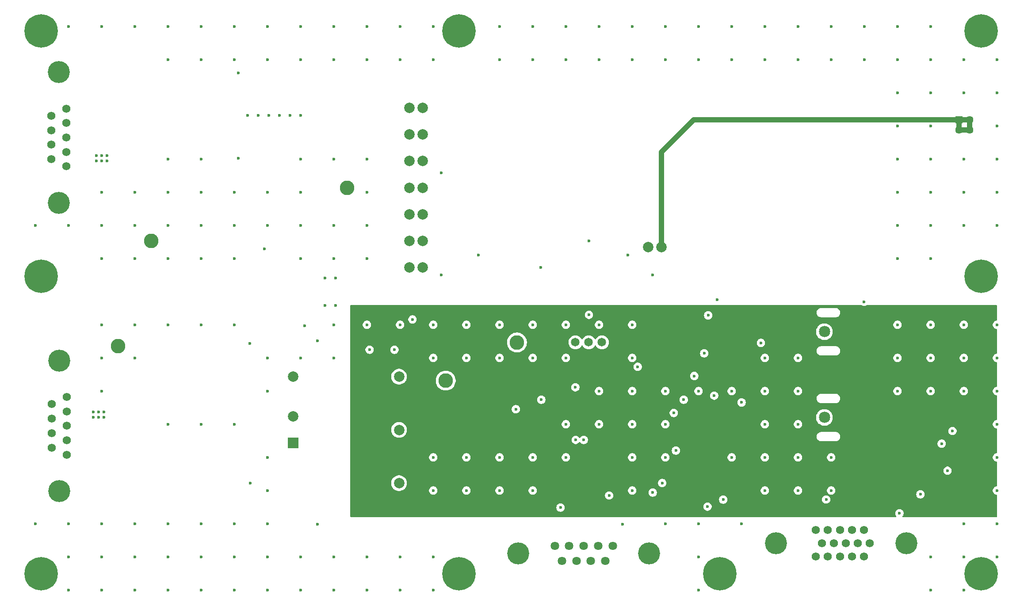
<source format=gbr>
%TF.GenerationSoftware,KiCad,Pcbnew,9.0.3*%
%TF.CreationDate,2025-09-16T12:03:33-04:00*%
%TF.ProjectId,6_COLD_TPC_HV,365f434f-4c44-45f5-9450-435f48562e6b,rev?*%
%TF.SameCoordinates,Original*%
%TF.FileFunction,Copper,L3,Inr*%
%TF.FilePolarity,Positive*%
%FSLAX46Y46*%
G04 Gerber Fmt 4.6, Leading zero omitted, Abs format (unit mm)*
G04 Created by KiCad (PCBNEW 9.0.3) date 2025-09-16 12:03:33*
%MOMM*%
%LPD*%
G01*
G04 APERTURE LIST*
%TA.AperFunction,ComponentPad*%
%ADD10C,2.800000*%
%TD*%
%TA.AperFunction,ComponentPad*%
%ADD11C,6.400000*%
%TD*%
%TA.AperFunction,ComponentPad*%
%ADD12C,2.159000*%
%TD*%
%TA.AperFunction,ComponentPad*%
%ADD13C,1.575000*%
%TD*%
%TA.AperFunction,ComponentPad*%
%ADD14C,4.216000*%
%TD*%
%TA.AperFunction,ComponentPad*%
%ADD15C,1.650000*%
%TD*%
%TA.AperFunction,ComponentPad*%
%ADD16C,2.000000*%
%TD*%
%TA.AperFunction,ComponentPad*%
%ADD17R,1.447800X1.447800*%
%TD*%
%TA.AperFunction,ComponentPad*%
%ADD18C,1.447800*%
%TD*%
%TA.AperFunction,ComponentPad*%
%ADD19C,1.635000*%
%TD*%
%TA.AperFunction,ComponentPad*%
%ADD20C,1.560000*%
%TD*%
%TA.AperFunction,ComponentPad*%
%ADD21R,2.000000X2.000000*%
%TD*%
%TA.AperFunction,ViaPad*%
%ADD22C,0.600000*%
%TD*%
%TA.AperFunction,Conductor*%
%ADD23C,1.000000*%
%TD*%
G04 APERTURE END LIST*
D10*
%TO.N,/V_TELEM_RTN*%
%TO.C,GND1*%
X104730000Y-118410000D03*
%TD*%
D11*
%TO.N,GNDPWR*%
%TO.C,H3*%
X270000000Y-58000000D03*
%TD*%
%TO.N,GNDPWR*%
%TO.C,H2*%
X90000000Y-105000000D03*
%TD*%
D12*
%TO.N,Net-(P1-Pad1)*%
%TO.C,P1*%
X240000000Y-132049800D03*
%TD*%
D11*
%TO.N,GNDPWR*%
%TO.C,H6*%
X170000000Y-58000000D03*
%TD*%
D13*
%TO.N,/TEMP_0_Telem*%
%TO.C,J3*%
X247536000Y-153630000D03*
%TO.N,/TEMP_1_Telem*%
X245246000Y-153630000D03*
%TO.N,unconnected-(J3-Pad3)*%
X242956000Y-153630000D03*
%TO.N,/HV_I_MON_Telem*%
X240666000Y-153630000D03*
%TO.N,/HV_MON_Telem*%
X238376000Y-153630000D03*
%TO.N,/V3p3_RTN*%
X248681000Y-156170000D03*
X246391000Y-156170000D03*
X244101000Y-156170000D03*
X241811000Y-156170000D03*
X239521000Y-156170000D03*
%TO.N,unconnected-(J3-Pad11)*%
X247536000Y-158710000D03*
%TO.N,unconnected-(J3-Pad12)*%
X245246000Y-158710000D03*
%TO.N,unconnected-(J3-Pad13)*%
X242956000Y-158710000D03*
%TO.N,unconnected-(J3-Pad14)*%
X240666000Y-158710000D03*
%TO.N,unconnected-(J3-Pad15)*%
X238376000Y-158710000D03*
D14*
%TO.N,GNDPWR*%
X230715000Y-156170000D03*
X255705000Y-156170000D03*
%TD*%
D10*
%TO.N,/V3p3*%
%TO.C,V_{3.3V}1*%
X181560000Y-125020000D03*
%TD*%
D15*
%TO.N,/HV_SET_INT*%
%TO.C,J5*%
X197400000Y-117660000D03*
%TO.N,/Main_DCDC_Converter/HV_SET*%
X194860000Y-117660000D03*
%TO.N,/HV_SET_EXT*%
X192320000Y-117660000D03*
%TD*%
D11*
%TO.N,GNDPWR*%
%TO.C,H9*%
X270000000Y-105000000D03*
%TD*%
D16*
%TO.N,/Main_DCDC_Converter/V_RTN*%
%TO.C,U1*%
X160560000Y-72745000D03*
%TO.N,/Main_DCDC_Converter/V_IN*%
X160560000Y-77845000D03*
%TO.N,/HV_I_MON*%
X160560000Y-82945000D03*
%TO.N,/HV_EN*%
X160560000Y-88045000D03*
%TO.N,/V3p3_RTN*%
X160560000Y-93145000D03*
%TO.N,N/C*%
X160560000Y-98245000D03*
%TO.N,/5V_REF*%
X160560000Y-103345000D03*
%TO.N,/Main_DCDC_Converter/V_RTN*%
X163060000Y-72745000D03*
%TO.N,/Main_DCDC_Converter/V_IN*%
X163060000Y-77845000D03*
%TO.N,unconnected-(U1-NC-Pad10)*%
X163060000Y-82945000D03*
%TO.N,/Main_DCDC_Converter/V_RTN*%
X163060000Y-88045000D03*
%TO.N,Net-(U1-V_MODE)*%
X163060000Y-93145000D03*
%TO.N,/Main_DCDC_Converter/HV_SET*%
X163060000Y-98245000D03*
%TO.N,/HV_MON*%
X163060000Y-103345000D03*
%TO.N,/HV_RTN*%
X206260000Y-99445000D03*
X208760000Y-99445000D03*
%TD*%
D11*
%TO.N,GNDPWR*%
%TO.C,H8*%
X170000000Y-162000000D03*
%TD*%
%TO.N,GNDPWR*%
%TO.C,H4*%
X220000000Y-162000000D03*
%TD*%
D17*
%TO.N,/HV_RTN*%
%TO.C,J6*%
X265779999Y-75009999D03*
D18*
X265779999Y-77010000D03*
X267780000Y-75009999D03*
X267780000Y-77010000D03*
%TD*%
D11*
%TO.N,GNDPWR*%
%TO.C,H7*%
X270000000Y-162000000D03*
%TD*%
D19*
%TO.N,/SYNC_n+*%
%TO.C,J4*%
X199440000Y-156690000D03*
%TO.N,/Enable-*%
X196670000Y-156690000D03*
%TO.N,unconnected-(J4-Pad3)*%
X193900000Y-156690000D03*
%TO.N,/SCLK+*%
X191130000Y-156690000D03*
%TO.N,/Data_In-*%
X188360000Y-156690000D03*
%TO.N,/SYNC_n-*%
X198055000Y-159530000D03*
%TO.N,/Enable+*%
X195285000Y-159530000D03*
%TO.N,/SCLK-*%
X192515000Y-159530000D03*
%TO.N,/Data_In+*%
X189745000Y-159530000D03*
D14*
%TO.N,GNDPWR*%
X181400000Y-158110000D03*
X206400000Y-158110000D03*
%TD*%
D20*
%TO.N,/V_TELEM_RTN*%
%TO.C,J2*%
X94880000Y-128120000D03*
X94880000Y-130890000D03*
%TO.N,unconnected-(J2-Pad3)*%
X94880000Y-133660000D03*
%TO.N,/V_TELEM_RTN*%
X94880000Y-136430000D03*
X94880000Y-139200000D03*
%TO.N,/V_TELEM_IN*%
X92040000Y-129505000D03*
X92040000Y-132275000D03*
X92040000Y-135045000D03*
X92040000Y-137815000D03*
D14*
%TO.N,GNDPWR*%
X93460000Y-121160000D03*
X93460000Y-146160000D03*
%TD*%
D21*
%TO.N,/Telemetry_DCDC_Converter/V_POS*%
%TO.C,U4*%
X138247500Y-136930000D03*
D16*
%TO.N,/Telemetry_DCDC_Converter/V_RTN*%
X138247500Y-131830000D03*
%TO.N,/P5V*%
X158547500Y-144630000D03*
%TO.N,unconnected-(U4-COMMON-Pad4)*%
X158547500Y-134430000D03*
%TO.N,/V3p3_RTN*%
X158547500Y-124230000D03*
%TO.N,unconnected-(U4-REMOTE-Pad6)*%
X138247500Y-124230000D03*
%TD*%
D10*
%TO.N,/V3p3_RTN*%
%TO.C,V_{GND}1*%
X167490000Y-124990000D03*
%TD*%
%TO.N,/HV_SET_EXT*%
%TO.C,HV_SET_{-EXT}1*%
X181130000Y-117680000D03*
%TD*%
D11*
%TO.N,GNDPWR*%
%TO.C,H5*%
X90000000Y-162000000D03*
%TD*%
%TO.N,GNDPWR*%
%TO.C,H1*%
X90000000Y-58000000D03*
%TD*%
D20*
%TO.N,/V_SEC_RTN*%
%TO.C,J1*%
X94830000Y-72880000D03*
X94830000Y-75650000D03*
%TO.N,unconnected-(J1-Pad3)*%
X94830000Y-78420000D03*
%TO.N,/V_SEC_RTN*%
X94830000Y-81190000D03*
X94830000Y-83960000D03*
%TO.N,/V_SEC_IN*%
X91990000Y-74265000D03*
X91990000Y-77035000D03*
X91990000Y-79805000D03*
X91990000Y-82575000D03*
D14*
%TO.N,GNDPWR*%
X93410000Y-65920000D03*
X93410000Y-90920000D03*
%TD*%
D10*
%TO.N,/V_SEC_RTN*%
%TO.C,GND2*%
X111060000Y-98240000D03*
%TD*%
D12*
%TO.N,Net-(M3-Pad3)*%
%TO.C,P2*%
X240000000Y-115620000D03*
%TD*%
D10*
%TO.N,/HV_EN*%
%TO.C,V_{EN}1*%
X148590000Y-88075000D03*
%TD*%
D22*
%TO.N,/V_SEC_RTN*%
X101572000Y-81869000D03*
X273050000Y-95250000D03*
X254000000Y-88900000D03*
X184150000Y-57150000D03*
X266700000Y-95250000D03*
X228600000Y-57150000D03*
X254000000Y-76200000D03*
X133350000Y-88900000D03*
X146050000Y-63500000D03*
X146050000Y-101600000D03*
X120650000Y-101600000D03*
X228600000Y-63500000D03*
X139700000Y-95250000D03*
X120650000Y-82550000D03*
X203200000Y-63500000D03*
X133350000Y-57150000D03*
X234950000Y-57150000D03*
X266700000Y-69850000D03*
X133350000Y-63500000D03*
X260350000Y-63500000D03*
X152400000Y-95250000D03*
X101600000Y-88900000D03*
X137668000Y-74168000D03*
X222250000Y-63500000D03*
X139700000Y-74168000D03*
X273050000Y-63500000D03*
X254000000Y-69850000D03*
X209550000Y-57150000D03*
X131572000Y-74168000D03*
X101600000Y-101600000D03*
X133350000Y-95250000D03*
X114300000Y-88900000D03*
X100556000Y-81869000D03*
X254000000Y-82550000D03*
X132730000Y-99745000D03*
X177800000Y-57150000D03*
X247650000Y-57150000D03*
X241300000Y-57150000D03*
X152400000Y-101600000D03*
X120650000Y-95250000D03*
X215900000Y-63500000D03*
X127000000Y-63500000D03*
X102588000Y-81869000D03*
X139700000Y-101600000D03*
X260350000Y-57150000D03*
X139700000Y-82550000D03*
X152400000Y-63500000D03*
X95250000Y-57150000D03*
X146360000Y-105350000D03*
X120650000Y-63500000D03*
X114300000Y-101600000D03*
X254000000Y-95250000D03*
X260350000Y-76200000D03*
X146050000Y-82550000D03*
X254000000Y-101600000D03*
X139700000Y-63500000D03*
X139700000Y-57150000D03*
X260350000Y-88900000D03*
X152400000Y-88900000D03*
X209550000Y-63500000D03*
X254000000Y-63500000D03*
X100556000Y-82885000D03*
X254000000Y-57150000D03*
X234950000Y-63500000D03*
X120650000Y-57150000D03*
X273050000Y-76200000D03*
X135636000Y-74168000D03*
X215900000Y-57150000D03*
X129540000Y-74168000D03*
X114300000Y-63500000D03*
X266700000Y-88900000D03*
X260350000Y-95250000D03*
X102588000Y-82885000D03*
X273050000Y-88900000D03*
X247650000Y-63500000D03*
X152400000Y-82550000D03*
X146050000Y-95250000D03*
X107950000Y-101600000D03*
X107950000Y-95250000D03*
X260350000Y-69850000D03*
X101572000Y-82885000D03*
X114300000Y-82550000D03*
X158750000Y-63500000D03*
X101600000Y-57150000D03*
X146050000Y-57150000D03*
X241300000Y-63500000D03*
X127000000Y-95250000D03*
X127000000Y-57150000D03*
X158750000Y-57150000D03*
X88900000Y-95250000D03*
X184150000Y-63500000D03*
X260350000Y-82550000D03*
X127000000Y-101600000D03*
X107950000Y-88900000D03*
X260350000Y-101600000D03*
X114300000Y-57150000D03*
X196850000Y-57150000D03*
X266700000Y-63500000D03*
X266700000Y-82550000D03*
X114300000Y-95250000D03*
X133604000Y-74168000D03*
X190500000Y-57150000D03*
X273050000Y-82550000D03*
X196850000Y-63500000D03*
X144390000Y-105350000D03*
X127000000Y-88900000D03*
X95250000Y-95250000D03*
X139700000Y-88900000D03*
X152400000Y-57150000D03*
X190500000Y-63500000D03*
X273050000Y-69850000D03*
X165100000Y-63500000D03*
X177800000Y-63500000D03*
X203200000Y-57150000D03*
X120650000Y-88900000D03*
X165100000Y-57150000D03*
X101600000Y-95250000D03*
X107950000Y-57150000D03*
X222250000Y-57150000D03*
%TO.N,GNDPWR*%
X152908000Y-119070000D03*
X127780000Y-66095000D03*
X127770000Y-82395000D03*
%TO.N,/V3p3*%
X198385000Y-144740000D03*
X216980000Y-114810000D03*
X263560000Y-147630000D03*
X174550000Y-126740000D03*
X189205000Y-146580000D03*
X215935000Y-138383800D03*
%TO.N,/V3p3_RTN*%
X218895000Y-127873800D03*
X227840000Y-117770000D03*
X157660000Y-119080000D03*
X211565000Y-138393800D03*
X180910000Y-130470000D03*
X217605000Y-149123800D03*
X258380000Y-146770000D03*
X217735000Y-112490000D03*
X198775000Y-147000000D03*
X161115000Y-113270000D03*
X215090000Y-124100000D03*
X264510000Y-134640000D03*
X263570000Y-142250000D03*
X211155000Y-131183800D03*
X208935000Y-144593800D03*
X193915000Y-136350000D03*
X216980000Y-119770000D03*
X189455000Y-149310000D03*
%TO.N,/V_TELEM_RTN*%
X260350000Y-158750000D03*
X102000000Y-131000000D03*
X127000000Y-165100000D03*
X114300000Y-114300000D03*
X107950000Y-158750000D03*
X190500000Y-114300000D03*
X146050000Y-114300000D03*
X192300000Y-126260000D03*
X127000000Y-158750000D03*
X184150000Y-146050000D03*
X171450000Y-120650000D03*
X273050000Y-158750000D03*
X152400000Y-158750000D03*
X222250000Y-127000000D03*
X177800000Y-146050000D03*
X139700000Y-120650000D03*
X190500000Y-120650000D03*
X101600000Y-114300000D03*
X127000000Y-133350000D03*
X100000000Y-131000000D03*
X273050000Y-133350000D03*
X144400000Y-110600000D03*
X209550000Y-127000000D03*
X120650000Y-133350000D03*
X139700000Y-165100000D03*
X241300000Y-139700000D03*
X273050000Y-139700000D03*
X273050000Y-146050000D03*
X133350000Y-158750000D03*
X234950000Y-139700000D03*
X114300000Y-158750000D03*
X101600000Y-152400000D03*
X254000000Y-120650000D03*
X139700000Y-158750000D03*
X146050000Y-165100000D03*
X158750000Y-114300000D03*
X100000000Y-132000000D03*
X196850000Y-133350000D03*
X234950000Y-120650000D03*
X254000000Y-114300000D03*
X228600000Y-146050000D03*
X101600000Y-127000000D03*
X133350000Y-127000000D03*
X203200000Y-127000000D03*
X234950000Y-133350000D03*
X133350000Y-146050000D03*
X101000000Y-131000000D03*
X266700000Y-127000000D03*
X95250000Y-158750000D03*
X215900000Y-158750000D03*
X102000000Y-132000000D03*
X266700000Y-158750000D03*
X146050000Y-120650000D03*
X101600000Y-120650000D03*
X177800000Y-120650000D03*
X133350000Y-152400000D03*
X266700000Y-152400000D03*
X120650000Y-114300000D03*
X171450000Y-139700000D03*
X266700000Y-165100000D03*
X273050000Y-120650000D03*
X101000000Y-132000000D03*
X171450000Y-146050000D03*
X215900000Y-127000000D03*
X114300000Y-165100000D03*
X241300000Y-146050000D03*
X260350000Y-127000000D03*
X165100000Y-120650000D03*
X215900000Y-152400000D03*
X171450000Y-114300000D03*
X228600000Y-127000000D03*
X165100000Y-158750000D03*
X107950000Y-152400000D03*
X158750000Y-158750000D03*
X215900000Y-165100000D03*
X127000000Y-114300000D03*
X209550000Y-139700000D03*
X228600000Y-139700000D03*
X146360000Y-110600000D03*
X254000000Y-127000000D03*
X165100000Y-139700000D03*
X234950000Y-127000000D03*
X120650000Y-152400000D03*
X107950000Y-120650000D03*
X133350000Y-120650000D03*
X190500000Y-139700000D03*
X177800000Y-139700000D03*
X260350000Y-165100000D03*
X133350000Y-165100000D03*
X133350000Y-139700000D03*
X196850000Y-127000000D03*
X95250000Y-152400000D03*
X165100000Y-165100000D03*
X120650000Y-158750000D03*
X190500000Y-133350000D03*
X152400000Y-165100000D03*
X260350000Y-114300000D03*
X107950000Y-165100000D03*
X184150000Y-114300000D03*
X203200000Y-114300000D03*
X273050000Y-114300000D03*
X203200000Y-133350000D03*
X228600000Y-120650000D03*
X165100000Y-114300000D03*
X273050000Y-152400000D03*
X158750000Y-165100000D03*
X101600000Y-158750000D03*
X203200000Y-146050000D03*
X273050000Y-127000000D03*
X114300000Y-152400000D03*
X101600000Y-165100000D03*
X260350000Y-120650000D03*
X177800000Y-114300000D03*
X222250000Y-139700000D03*
X127000000Y-152400000D03*
X203200000Y-120650000D03*
X140500000Y-114475000D03*
X114300000Y-133350000D03*
X266700000Y-114300000D03*
X209550000Y-133350000D03*
X234950000Y-146050000D03*
X152400000Y-114300000D03*
X184150000Y-139700000D03*
X196850000Y-114300000D03*
X203200000Y-139700000D03*
X165100000Y-146050000D03*
X228600000Y-133350000D03*
X266700000Y-120650000D03*
X95250000Y-165100000D03*
X209550000Y-152400000D03*
X146050000Y-158750000D03*
X120650000Y-165100000D03*
X184150000Y-120650000D03*
X88900000Y-152400000D03*
X107950000Y-114300000D03*
%TO.N,/P5V*%
X129950000Y-117870000D03*
X262450000Y-137070000D03*
X254360000Y-150400000D03*
X130040000Y-144630000D03*
X192365000Y-136340000D03*
%TO.N,/5V_REF*%
X173720000Y-100945000D03*
X204240000Y-122350000D03*
X202320000Y-100950000D03*
%TO.N,/HV_I_MON_Telem*%
X240331193Y-147760234D03*
X220625000Y-147778800D03*
%TO.N,/HV_MON_Telem*%
X224130000Y-129170000D03*
X224130000Y-152390000D03*
%TO.N,/TEMP_0_Telem*%
X247610000Y-109880000D03*
X219470000Y-109500000D03*
%TO.N,/Enable_SIG*%
X201380000Y-152530000D03*
X142910000Y-117340000D03*
X142910000Y-152530000D03*
%TO.N,/HV_MON*%
X185780000Y-128650000D03*
X185710000Y-103320000D03*
X213060000Y-128650000D03*
%TO.N,/HV_I_MON*%
X166640000Y-104760000D03*
X207130000Y-146440000D03*
X207130000Y-104760000D03*
X166630000Y-85230000D03*
%TO.N,/Main_DCDC_Converter/HV_SET*%
X194920000Y-98220000D03*
X194910000Y-112380000D03*
%TD*%
D23*
%TO.N,/HV_RTN*%
X267780000Y-75009999D02*
X267780000Y-77010000D01*
X208760000Y-99445000D02*
X208760000Y-81190000D01*
X214940001Y-75009999D02*
X267780000Y-75009999D01*
X265779999Y-75009999D02*
X265779999Y-77010000D01*
X208760000Y-81190000D02*
X214940001Y-75009999D01*
X265779999Y-77010000D02*
X267780000Y-77010000D01*
%TD*%
%TA.AperFunction,Conductor*%
%TO.N,/V3p3*%
G36*
X247111491Y-110509685D02*
G01*
X247113343Y-110510898D01*
X247230814Y-110589390D01*
X247230827Y-110589397D01*
X247376498Y-110649735D01*
X247376503Y-110649737D01*
X247531153Y-110680499D01*
X247531156Y-110680500D01*
X247531158Y-110680500D01*
X247688844Y-110680500D01*
X247688845Y-110680499D01*
X247843497Y-110649737D01*
X247989179Y-110589394D01*
X248029445Y-110562489D01*
X248106657Y-110510898D01*
X248173334Y-110490020D01*
X248175548Y-110490000D01*
X272926000Y-110490000D01*
X272993039Y-110509685D01*
X273038794Y-110562489D01*
X273050000Y-110614000D01*
X273050000Y-113382052D01*
X273030315Y-113449091D01*
X272977511Y-113494846D01*
X272950192Y-113503669D01*
X272816508Y-113530261D01*
X272816498Y-113530264D01*
X272670827Y-113590602D01*
X272670814Y-113590609D01*
X272539711Y-113678210D01*
X272539707Y-113678213D01*
X272428213Y-113789707D01*
X272428210Y-113789711D01*
X272340609Y-113920814D01*
X272340602Y-113920827D01*
X272280264Y-114066498D01*
X272280261Y-114066510D01*
X272249500Y-114221153D01*
X272249500Y-114378846D01*
X272280261Y-114533489D01*
X272280264Y-114533501D01*
X272340602Y-114679172D01*
X272340609Y-114679185D01*
X272428210Y-114810288D01*
X272428213Y-114810292D01*
X272539707Y-114921786D01*
X272539711Y-114921789D01*
X272670814Y-115009390D01*
X272670827Y-115009397D01*
X272816498Y-115069735D01*
X272816503Y-115069737D01*
X272868130Y-115080006D01*
X272950191Y-115096330D01*
X273012102Y-115128715D01*
X273046677Y-115189431D01*
X273050000Y-115217947D01*
X273050000Y-119732052D01*
X273030315Y-119799091D01*
X272977511Y-119844846D01*
X272950192Y-119853669D01*
X272816508Y-119880261D01*
X272816498Y-119880264D01*
X272670827Y-119940602D01*
X272670814Y-119940609D01*
X272539711Y-120028210D01*
X272539707Y-120028213D01*
X272428213Y-120139707D01*
X272428210Y-120139711D01*
X272340609Y-120270814D01*
X272340602Y-120270827D01*
X272280264Y-120416498D01*
X272280261Y-120416510D01*
X272249500Y-120571153D01*
X272249500Y-120728846D01*
X272280261Y-120883489D01*
X272280264Y-120883501D01*
X272340602Y-121029172D01*
X272340609Y-121029185D01*
X272428210Y-121160288D01*
X272428213Y-121160292D01*
X272539707Y-121271786D01*
X272539711Y-121271789D01*
X272670814Y-121359390D01*
X272670827Y-121359397D01*
X272816498Y-121419735D01*
X272816503Y-121419737D01*
X272868130Y-121430006D01*
X272950191Y-121446330D01*
X273012102Y-121478715D01*
X273046677Y-121539431D01*
X273050000Y-121567947D01*
X273050000Y-126082052D01*
X273030315Y-126149091D01*
X272977511Y-126194846D01*
X272950192Y-126203669D01*
X272816508Y-126230261D01*
X272816498Y-126230264D01*
X272670827Y-126290602D01*
X272670814Y-126290609D01*
X272539711Y-126378210D01*
X272539707Y-126378213D01*
X272428213Y-126489707D01*
X272428210Y-126489711D01*
X272340609Y-126620814D01*
X272340602Y-126620827D01*
X272280264Y-126766498D01*
X272280261Y-126766510D01*
X272249500Y-126921153D01*
X272249500Y-127078846D01*
X272280261Y-127233489D01*
X272280264Y-127233501D01*
X272340602Y-127379172D01*
X272340609Y-127379185D01*
X272428210Y-127510288D01*
X272428213Y-127510292D01*
X272539707Y-127621786D01*
X272539711Y-127621789D01*
X272670814Y-127709390D01*
X272670827Y-127709397D01*
X272816498Y-127769735D01*
X272816503Y-127769737D01*
X272868130Y-127780006D01*
X272950191Y-127796330D01*
X273012102Y-127828715D01*
X273046677Y-127889431D01*
X273050000Y-127917947D01*
X273050000Y-132432052D01*
X273030315Y-132499091D01*
X272977511Y-132544846D01*
X272950192Y-132553669D01*
X272816508Y-132580261D01*
X272816498Y-132580264D01*
X272670827Y-132640602D01*
X272670814Y-132640609D01*
X272539711Y-132728210D01*
X272539707Y-132728213D01*
X272428213Y-132839707D01*
X272428210Y-132839711D01*
X272340609Y-132970814D01*
X272340602Y-132970827D01*
X272280264Y-133116498D01*
X272280261Y-133116510D01*
X272249500Y-133271153D01*
X272249500Y-133428846D01*
X272280261Y-133583489D01*
X272280264Y-133583501D01*
X272340602Y-133729172D01*
X272340609Y-133729185D01*
X272428210Y-133860288D01*
X272428213Y-133860292D01*
X272539707Y-133971786D01*
X272539711Y-133971789D01*
X272670814Y-134059390D01*
X272670827Y-134059397D01*
X272816498Y-134119735D01*
X272816503Y-134119737D01*
X272866625Y-134129707D01*
X272950191Y-134146330D01*
X273012102Y-134178715D01*
X273046677Y-134239431D01*
X273050000Y-134267947D01*
X273050000Y-138782052D01*
X273030315Y-138849091D01*
X272977511Y-138894846D01*
X272950192Y-138903669D01*
X272816508Y-138930261D01*
X272816498Y-138930264D01*
X272670827Y-138990602D01*
X272670814Y-138990609D01*
X272539711Y-139078210D01*
X272539707Y-139078213D01*
X272428213Y-139189707D01*
X272428210Y-139189711D01*
X272340609Y-139320814D01*
X272340602Y-139320827D01*
X272280264Y-139466498D01*
X272280261Y-139466510D01*
X272249500Y-139621153D01*
X272249500Y-139778846D01*
X272280261Y-139933489D01*
X272280264Y-139933501D01*
X272340602Y-140079172D01*
X272340609Y-140079185D01*
X272428210Y-140210288D01*
X272428213Y-140210292D01*
X272539707Y-140321786D01*
X272539711Y-140321789D01*
X272670814Y-140409390D01*
X272670827Y-140409397D01*
X272816498Y-140469735D01*
X272816503Y-140469737D01*
X272868130Y-140480006D01*
X272950191Y-140496330D01*
X273012102Y-140528715D01*
X273046677Y-140589431D01*
X273050000Y-140617947D01*
X273050000Y-145132052D01*
X273030315Y-145199091D01*
X272977511Y-145244846D01*
X272950192Y-145253669D01*
X272816508Y-145280261D01*
X272816498Y-145280264D01*
X272670827Y-145340602D01*
X272670814Y-145340609D01*
X272539711Y-145428210D01*
X272539707Y-145428213D01*
X272428213Y-145539707D01*
X272428210Y-145539711D01*
X272340609Y-145670814D01*
X272340602Y-145670827D01*
X272280264Y-145816498D01*
X272280261Y-145816510D01*
X272249500Y-145971153D01*
X272249500Y-146128846D01*
X272280261Y-146283489D01*
X272280264Y-146283501D01*
X272340602Y-146429172D01*
X272340609Y-146429185D01*
X272428210Y-146560288D01*
X272428213Y-146560292D01*
X272539707Y-146671786D01*
X272539711Y-146671789D01*
X272670814Y-146759390D01*
X272670827Y-146759397D01*
X272770070Y-146800504D01*
X272816503Y-146819737D01*
X272868130Y-146830006D01*
X272950191Y-146846330D01*
X273012102Y-146878715D01*
X273046677Y-146939431D01*
X273050000Y-146967947D01*
X273050000Y-151006000D01*
X273030315Y-151073039D01*
X272977511Y-151118794D01*
X272926000Y-151130000D01*
X255061441Y-151130000D01*
X254994402Y-151110315D01*
X254948647Y-151057511D01*
X254938703Y-150988353D01*
X254967728Y-150924797D01*
X254973760Y-150918319D01*
X254981786Y-150910292D01*
X254981789Y-150910289D01*
X255069394Y-150779179D01*
X255129737Y-150633497D01*
X255160500Y-150478842D01*
X255160500Y-150321158D01*
X255160500Y-150321155D01*
X255160499Y-150321153D01*
X255129738Y-150166510D01*
X255129737Y-150166503D01*
X255093797Y-150079735D01*
X255069397Y-150020827D01*
X255069390Y-150020814D01*
X254981789Y-149889711D01*
X254981786Y-149889707D01*
X254870292Y-149778213D01*
X254870288Y-149778210D01*
X254739185Y-149690609D01*
X254739172Y-149690602D01*
X254593501Y-149630264D01*
X254593489Y-149630261D01*
X254438845Y-149599500D01*
X254438842Y-149599500D01*
X254281158Y-149599500D01*
X254281155Y-149599500D01*
X254126510Y-149630261D01*
X254126498Y-149630264D01*
X253980827Y-149690602D01*
X253980814Y-149690609D01*
X253849711Y-149778210D01*
X253849707Y-149778213D01*
X253738213Y-149889707D01*
X253738210Y-149889711D01*
X253650609Y-150020814D01*
X253650602Y-150020827D01*
X253590264Y-150166498D01*
X253590261Y-150166510D01*
X253559500Y-150321153D01*
X253559500Y-150478846D01*
X253590261Y-150633489D01*
X253590264Y-150633501D01*
X253650602Y-150779172D01*
X253650609Y-150779185D01*
X253738210Y-150910288D01*
X253738213Y-150910292D01*
X253746240Y-150918319D01*
X253779725Y-150979642D01*
X253774741Y-151049334D01*
X253732869Y-151105267D01*
X253667405Y-151129684D01*
X253658559Y-151130000D01*
X149349000Y-151130000D01*
X149281961Y-151110315D01*
X149236206Y-151057511D01*
X149225000Y-151006000D01*
X149225000Y-149231153D01*
X188654500Y-149231153D01*
X188654500Y-149388846D01*
X188685261Y-149543489D01*
X188685264Y-149543501D01*
X188745602Y-149689172D01*
X188745609Y-149689185D01*
X188833210Y-149820288D01*
X188833213Y-149820292D01*
X188944707Y-149931786D01*
X188944711Y-149931789D01*
X189075814Y-150019390D01*
X189075827Y-150019397D01*
X189221498Y-150079735D01*
X189221503Y-150079737D01*
X189376153Y-150110499D01*
X189376156Y-150110500D01*
X189376158Y-150110500D01*
X189533844Y-150110500D01*
X189533845Y-150110499D01*
X189688497Y-150079737D01*
X189801166Y-150033067D01*
X189834172Y-150019397D01*
X189834172Y-150019396D01*
X189834179Y-150019394D01*
X189965289Y-149931789D01*
X190076789Y-149820289D01*
X190164394Y-149689179D01*
X190224737Y-149543497D01*
X190255500Y-149388842D01*
X190255500Y-149231158D01*
X190255500Y-149231155D01*
X190255499Y-149231153D01*
X190224738Y-149076505D01*
X190224737Y-149076502D01*
X190211669Y-149044953D01*
X216804500Y-149044953D01*
X216804500Y-149202646D01*
X216835261Y-149357289D01*
X216835264Y-149357301D01*
X216895602Y-149502972D01*
X216895609Y-149502985D01*
X216983210Y-149634088D01*
X216983213Y-149634092D01*
X217094707Y-149745586D01*
X217094711Y-149745589D01*
X217225814Y-149833190D01*
X217225827Y-149833197D01*
X217362256Y-149889707D01*
X217371503Y-149893537D01*
X217526153Y-149924299D01*
X217526156Y-149924300D01*
X217526158Y-149924300D01*
X217683844Y-149924300D01*
X217683845Y-149924299D01*
X217838497Y-149893537D01*
X217984179Y-149833194D01*
X218115289Y-149745589D01*
X218226789Y-149634089D01*
X218314394Y-149502979D01*
X218374737Y-149357297D01*
X218405500Y-149202642D01*
X218405500Y-149044958D01*
X218405500Y-149044955D01*
X218405499Y-149044953D01*
X218374737Y-148890303D01*
X218337213Y-148799711D01*
X218314397Y-148744627D01*
X218314390Y-148744614D01*
X218226789Y-148613511D01*
X218226786Y-148613507D01*
X218115292Y-148502013D01*
X218115288Y-148502010D01*
X217984185Y-148414409D01*
X217984172Y-148414402D01*
X217838501Y-148354064D01*
X217838489Y-148354061D01*
X217683845Y-148323300D01*
X217683842Y-148323300D01*
X217526158Y-148323300D01*
X217526155Y-148323300D01*
X217371510Y-148354061D01*
X217371498Y-148354064D01*
X217225827Y-148414402D01*
X217225814Y-148414409D01*
X217094711Y-148502010D01*
X217094707Y-148502013D01*
X216983213Y-148613507D01*
X216983210Y-148613511D01*
X216895609Y-148744614D01*
X216895602Y-148744627D01*
X216835264Y-148890298D01*
X216835261Y-148890310D01*
X216804500Y-149044953D01*
X190211669Y-149044953D01*
X190164397Y-148930827D01*
X190164390Y-148930814D01*
X190076789Y-148799711D01*
X190076786Y-148799707D01*
X189965292Y-148688213D01*
X189965288Y-148688210D01*
X189834185Y-148600609D01*
X189834172Y-148600602D01*
X189688501Y-148540264D01*
X189688489Y-148540261D01*
X189533845Y-148509500D01*
X189533842Y-148509500D01*
X189376158Y-148509500D01*
X189376155Y-148509500D01*
X189221510Y-148540261D01*
X189221498Y-148540264D01*
X189075827Y-148600602D01*
X189075814Y-148600609D01*
X188944711Y-148688210D01*
X188944707Y-148688213D01*
X188833213Y-148799707D01*
X188833210Y-148799711D01*
X188745609Y-148930814D01*
X188745602Y-148930827D01*
X188685264Y-149076498D01*
X188685261Y-149076510D01*
X188654500Y-149231153D01*
X149225000Y-149231153D01*
X149225000Y-146921153D01*
X197974500Y-146921153D01*
X197974500Y-147078846D01*
X198005261Y-147233489D01*
X198005264Y-147233501D01*
X198065602Y-147379172D01*
X198065609Y-147379185D01*
X198153210Y-147510288D01*
X198153213Y-147510292D01*
X198264707Y-147621786D01*
X198264711Y-147621789D01*
X198395814Y-147709390D01*
X198395827Y-147709397D01*
X198541498Y-147769735D01*
X198541503Y-147769737D01*
X198696153Y-147800499D01*
X198696156Y-147800500D01*
X198696158Y-147800500D01*
X198853844Y-147800500D01*
X198853845Y-147800499D01*
X199008497Y-147769737D01*
X199154179Y-147709394D01*
X199168308Y-147699953D01*
X219824500Y-147699953D01*
X219824500Y-147857646D01*
X219855261Y-148012289D01*
X219855264Y-148012301D01*
X219915602Y-148157972D01*
X219915609Y-148157985D01*
X220003210Y-148289088D01*
X220003213Y-148289092D01*
X220114707Y-148400586D01*
X220114711Y-148400589D01*
X220245814Y-148488190D01*
X220245827Y-148488197D01*
X220371530Y-148540264D01*
X220391503Y-148548537D01*
X220546153Y-148579299D01*
X220546156Y-148579300D01*
X220546158Y-148579300D01*
X220703844Y-148579300D01*
X220703845Y-148579299D01*
X220858497Y-148548537D01*
X221004179Y-148488194D01*
X221135289Y-148400589D01*
X221246789Y-148289089D01*
X221334394Y-148157979D01*
X221394737Y-148012297D01*
X221425500Y-147857642D01*
X221425500Y-147699958D01*
X221425500Y-147699955D01*
X221425407Y-147699488D01*
X221425407Y-147699487D01*
X221421807Y-147681387D01*
X239530693Y-147681387D01*
X239530693Y-147839080D01*
X239561454Y-147993723D01*
X239561457Y-147993735D01*
X239621795Y-148139406D01*
X239621802Y-148139419D01*
X239709403Y-148270522D01*
X239709406Y-148270526D01*
X239820900Y-148382020D01*
X239820904Y-148382023D01*
X239952007Y-148469624D01*
X239952020Y-148469631D01*
X240048274Y-148509500D01*
X240097696Y-148529971D01*
X240252346Y-148560733D01*
X240252349Y-148560734D01*
X240252351Y-148560734D01*
X240410037Y-148560734D01*
X240410038Y-148560733D01*
X240564690Y-148529971D01*
X240710372Y-148469628D01*
X240841482Y-148382023D01*
X240952982Y-148270523D01*
X241040587Y-148139413D01*
X241100930Y-147993731D01*
X241131693Y-147839076D01*
X241131693Y-147681392D01*
X241131693Y-147681389D01*
X241131692Y-147681387D01*
X241119837Y-147621789D01*
X241100930Y-147526737D01*
X241081320Y-147479394D01*
X241040590Y-147381061D01*
X241040583Y-147381048D01*
X240952982Y-147249945D01*
X240952979Y-147249941D01*
X240841485Y-147138447D01*
X240841481Y-147138444D01*
X240710378Y-147050843D01*
X240710365Y-147050836D01*
X240564694Y-146990498D01*
X240564682Y-146990495D01*
X240410038Y-146959734D01*
X240410035Y-146959734D01*
X240252351Y-146959734D01*
X240252348Y-146959734D01*
X240097703Y-146990495D01*
X240097691Y-146990498D01*
X239952020Y-147050836D01*
X239952007Y-147050843D01*
X239820904Y-147138444D01*
X239820900Y-147138447D01*
X239709406Y-147249941D01*
X239709403Y-147249945D01*
X239621802Y-147381048D01*
X239621795Y-147381061D01*
X239561457Y-147526732D01*
X239561454Y-147526744D01*
X239530693Y-147681387D01*
X221421807Y-147681387D01*
X221394738Y-147545308D01*
X221394737Y-147545307D01*
X221394737Y-147545303D01*
X221380234Y-147510289D01*
X221334397Y-147399627D01*
X221334390Y-147399614D01*
X221246789Y-147268511D01*
X221246786Y-147268507D01*
X221135292Y-147157013D01*
X221135288Y-147157010D01*
X221004185Y-147069409D01*
X221004172Y-147069402D01*
X220858501Y-147009064D01*
X220858489Y-147009061D01*
X220703845Y-146978300D01*
X220703842Y-146978300D01*
X220546158Y-146978300D01*
X220546155Y-146978300D01*
X220391510Y-147009061D01*
X220391498Y-147009064D01*
X220245827Y-147069402D01*
X220245814Y-147069409D01*
X220114711Y-147157010D01*
X220114707Y-147157013D01*
X220003213Y-147268507D01*
X220003210Y-147268511D01*
X219915609Y-147399614D01*
X219915602Y-147399627D01*
X219855264Y-147545298D01*
X219855261Y-147545310D01*
X219824500Y-147699953D01*
X199168308Y-147699953D01*
X199285289Y-147621789D01*
X199285292Y-147621786D01*
X199300894Y-147606185D01*
X199396786Y-147510292D01*
X199396789Y-147510289D01*
X199484394Y-147379179D01*
X199544737Y-147233497D01*
X199575500Y-147078842D01*
X199575500Y-146921158D01*
X199575500Y-146921155D01*
X199575499Y-146921153D01*
X199544737Y-146766503D01*
X199541791Y-146759390D01*
X199484397Y-146620827D01*
X199484390Y-146620814D01*
X199396789Y-146489711D01*
X199396786Y-146489707D01*
X199285292Y-146378213D01*
X199285288Y-146378210D01*
X199154185Y-146290609D01*
X199154172Y-146290602D01*
X199008501Y-146230264D01*
X199008489Y-146230261D01*
X198853845Y-146199500D01*
X198853842Y-146199500D01*
X198696158Y-146199500D01*
X198696155Y-146199500D01*
X198541510Y-146230261D01*
X198541498Y-146230264D01*
X198395827Y-146290602D01*
X198395814Y-146290609D01*
X198264711Y-146378210D01*
X198264707Y-146378213D01*
X198153213Y-146489707D01*
X198153210Y-146489711D01*
X198065609Y-146620814D01*
X198065602Y-146620827D01*
X198005264Y-146766498D01*
X198005261Y-146766510D01*
X197974500Y-146921153D01*
X149225000Y-146921153D01*
X149225000Y-144511902D01*
X157047000Y-144511902D01*
X157047000Y-144748097D01*
X157083946Y-144981368D01*
X157156933Y-145205996D01*
X157252879Y-145394299D01*
X157264157Y-145416433D01*
X157402983Y-145607510D01*
X157569990Y-145774517D01*
X157761067Y-145913343D01*
X157860491Y-145964002D01*
X157971503Y-146020566D01*
X157971505Y-146020566D01*
X157971508Y-146020568D01*
X158091912Y-146059689D01*
X158196131Y-146093553D01*
X158429403Y-146130500D01*
X158429408Y-146130500D01*
X158665597Y-146130500D01*
X158898868Y-146093553D01*
X159123492Y-146020568D01*
X159220474Y-145971153D01*
X164299500Y-145971153D01*
X164299500Y-146128846D01*
X164330261Y-146283489D01*
X164330264Y-146283501D01*
X164390602Y-146429172D01*
X164390609Y-146429185D01*
X164478210Y-146560288D01*
X164478213Y-146560292D01*
X164589707Y-146671786D01*
X164589711Y-146671789D01*
X164720814Y-146759390D01*
X164720827Y-146759397D01*
X164820070Y-146800504D01*
X164866503Y-146819737D01*
X165000194Y-146846330D01*
X165021153Y-146850499D01*
X165021156Y-146850500D01*
X165021158Y-146850500D01*
X165178844Y-146850500D01*
X165178845Y-146850499D01*
X165333497Y-146819737D01*
X165479179Y-146759394D01*
X165610289Y-146671789D01*
X165721789Y-146560289D01*
X165809394Y-146429179D01*
X165869737Y-146283497D01*
X165900500Y-146128842D01*
X165900500Y-145971158D01*
X165900500Y-145971155D01*
X165900499Y-145971153D01*
X170649500Y-145971153D01*
X170649500Y-146128846D01*
X170680261Y-146283489D01*
X170680264Y-146283501D01*
X170740602Y-146429172D01*
X170740609Y-146429185D01*
X170828210Y-146560288D01*
X170828213Y-146560292D01*
X170939707Y-146671786D01*
X170939711Y-146671789D01*
X171070814Y-146759390D01*
X171070827Y-146759397D01*
X171170070Y-146800504D01*
X171216503Y-146819737D01*
X171350194Y-146846330D01*
X171371153Y-146850499D01*
X171371156Y-146850500D01*
X171371158Y-146850500D01*
X171528844Y-146850500D01*
X171528845Y-146850499D01*
X171683497Y-146819737D01*
X171829179Y-146759394D01*
X171960289Y-146671789D01*
X172071789Y-146560289D01*
X172159394Y-146429179D01*
X172219737Y-146283497D01*
X172250500Y-146128842D01*
X172250500Y-145971158D01*
X172250500Y-145971155D01*
X172250499Y-145971153D01*
X176999500Y-145971153D01*
X176999500Y-146128846D01*
X177030261Y-146283489D01*
X177030264Y-146283501D01*
X177090602Y-146429172D01*
X177090609Y-146429185D01*
X177178210Y-146560288D01*
X177178213Y-146560292D01*
X177289707Y-146671786D01*
X177289711Y-146671789D01*
X177420814Y-146759390D01*
X177420827Y-146759397D01*
X177520070Y-146800504D01*
X177566503Y-146819737D01*
X177700194Y-146846330D01*
X177721153Y-146850499D01*
X177721156Y-146850500D01*
X177721158Y-146850500D01*
X177878844Y-146850500D01*
X177878845Y-146850499D01*
X178033497Y-146819737D01*
X178179179Y-146759394D01*
X178310289Y-146671789D01*
X178421789Y-146560289D01*
X178509394Y-146429179D01*
X178569737Y-146283497D01*
X178600500Y-146128842D01*
X178600500Y-145971158D01*
X178600500Y-145971155D01*
X178600499Y-145971153D01*
X183349500Y-145971153D01*
X183349500Y-146128846D01*
X183380261Y-146283489D01*
X183380264Y-146283501D01*
X183440602Y-146429172D01*
X183440609Y-146429185D01*
X183528210Y-146560288D01*
X183528213Y-146560292D01*
X183639707Y-146671786D01*
X183639711Y-146671789D01*
X183770814Y-146759390D01*
X183770827Y-146759397D01*
X183870070Y-146800504D01*
X183916503Y-146819737D01*
X184050194Y-146846330D01*
X184071153Y-146850499D01*
X184071156Y-146850500D01*
X184071158Y-146850500D01*
X184228844Y-146850500D01*
X184228845Y-146850499D01*
X184383497Y-146819737D01*
X184529179Y-146759394D01*
X184660289Y-146671789D01*
X184771789Y-146560289D01*
X184859394Y-146429179D01*
X184919737Y-146283497D01*
X184950500Y-146128842D01*
X184950500Y-145971158D01*
X184950500Y-145971155D01*
X184950499Y-145971153D01*
X202399500Y-145971153D01*
X202399500Y-146128846D01*
X202430261Y-146283489D01*
X202430264Y-146283501D01*
X202490602Y-146429172D01*
X202490609Y-146429185D01*
X202578210Y-146560288D01*
X202578213Y-146560292D01*
X202689707Y-146671786D01*
X202689711Y-146671789D01*
X202820814Y-146759390D01*
X202820827Y-146759397D01*
X202920070Y-146800504D01*
X202966503Y-146819737D01*
X203100194Y-146846330D01*
X203121153Y-146850499D01*
X203121156Y-146850500D01*
X203121158Y-146850500D01*
X203278844Y-146850500D01*
X203278845Y-146850499D01*
X203433497Y-146819737D01*
X203579179Y-146759394D01*
X203710289Y-146671789D01*
X203821789Y-146560289D01*
X203909394Y-146429179D01*
X203930505Y-146378213D01*
X203937571Y-146361153D01*
X206329500Y-146361153D01*
X206329500Y-146518846D01*
X206360261Y-146673489D01*
X206360264Y-146673501D01*
X206420602Y-146819172D01*
X206420609Y-146819185D01*
X206508210Y-146950288D01*
X206508213Y-146950292D01*
X206619707Y-147061786D01*
X206619711Y-147061789D01*
X206750814Y-147149390D01*
X206750827Y-147149397D01*
X206896498Y-147209735D01*
X206896503Y-147209737D01*
X207015912Y-147233489D01*
X207051153Y-147240499D01*
X207051156Y-147240500D01*
X207051158Y-147240500D01*
X207208844Y-147240500D01*
X207208845Y-147240499D01*
X207363497Y-147209737D01*
X207509179Y-147149394D01*
X207640289Y-147061789D01*
X207751789Y-146950289D01*
X207839394Y-146819179D01*
X207899737Y-146673497D01*
X207930500Y-146518842D01*
X207930500Y-146361158D01*
X207930500Y-146361155D01*
X207930499Y-146361153D01*
X207915051Y-146283492D01*
X207899737Y-146206503D01*
X207875592Y-146148211D01*
X207839397Y-146060827D01*
X207839391Y-146060816D01*
X207821444Y-146033956D01*
X207821443Y-146033955D01*
X207779480Y-145971153D01*
X227799500Y-145971153D01*
X227799500Y-146128846D01*
X227830261Y-146283489D01*
X227830264Y-146283501D01*
X227890602Y-146429172D01*
X227890609Y-146429185D01*
X227978210Y-146560288D01*
X227978213Y-146560292D01*
X228089707Y-146671786D01*
X228089711Y-146671789D01*
X228220814Y-146759390D01*
X228220827Y-146759397D01*
X228320070Y-146800504D01*
X228366503Y-146819737D01*
X228500194Y-146846330D01*
X228521153Y-146850499D01*
X228521156Y-146850500D01*
X228521158Y-146850500D01*
X228678844Y-146850500D01*
X228678845Y-146850499D01*
X228833497Y-146819737D01*
X228979179Y-146759394D01*
X229110289Y-146671789D01*
X229221789Y-146560289D01*
X229309394Y-146429179D01*
X229369737Y-146283497D01*
X229400500Y-146128842D01*
X229400500Y-145971158D01*
X229400500Y-145971155D01*
X229400499Y-145971153D01*
X234149500Y-145971153D01*
X234149500Y-146128846D01*
X234180261Y-146283489D01*
X234180264Y-146283501D01*
X234240602Y-146429172D01*
X234240609Y-146429185D01*
X234328210Y-146560288D01*
X234328213Y-146560292D01*
X234439707Y-146671786D01*
X234439711Y-146671789D01*
X234570814Y-146759390D01*
X234570827Y-146759397D01*
X234670070Y-146800504D01*
X234716503Y-146819737D01*
X234850194Y-146846330D01*
X234871153Y-146850499D01*
X234871156Y-146850500D01*
X234871158Y-146850500D01*
X235028844Y-146850500D01*
X235028845Y-146850499D01*
X235183497Y-146819737D01*
X235329179Y-146759394D01*
X235460289Y-146671789D01*
X235571789Y-146560289D01*
X235659394Y-146429179D01*
X235719737Y-146283497D01*
X235750500Y-146128842D01*
X235750500Y-145971158D01*
X235750500Y-145971155D01*
X235750499Y-145971153D01*
X240499500Y-145971153D01*
X240499500Y-146128846D01*
X240530261Y-146283489D01*
X240530264Y-146283501D01*
X240590602Y-146429172D01*
X240590609Y-146429185D01*
X240678210Y-146560288D01*
X240678213Y-146560292D01*
X240789707Y-146671786D01*
X240789711Y-146671789D01*
X240920814Y-146759390D01*
X240920827Y-146759397D01*
X241020070Y-146800504D01*
X241066503Y-146819737D01*
X241200194Y-146846330D01*
X241221153Y-146850499D01*
X241221156Y-146850500D01*
X241221158Y-146850500D01*
X241378844Y-146850500D01*
X241378845Y-146850499D01*
X241533497Y-146819737D01*
X241679179Y-146759394D01*
X241781309Y-146691153D01*
X257579500Y-146691153D01*
X257579500Y-146848846D01*
X257610261Y-147003489D01*
X257610264Y-147003501D01*
X257670602Y-147149172D01*
X257670609Y-147149185D01*
X257758210Y-147280288D01*
X257758213Y-147280292D01*
X257869707Y-147391786D01*
X257869711Y-147391789D01*
X258000814Y-147479390D01*
X258000827Y-147479397D01*
X258146498Y-147539735D01*
X258146503Y-147539737D01*
X258301153Y-147570499D01*
X258301156Y-147570500D01*
X258301158Y-147570500D01*
X258458844Y-147570500D01*
X258458845Y-147570499D01*
X258613497Y-147539737D01*
X258759179Y-147479394D01*
X258890289Y-147391789D01*
X259001789Y-147280289D01*
X259089394Y-147149179D01*
X259149737Y-147003497D01*
X259180500Y-146848842D01*
X259180500Y-146691158D01*
X259180500Y-146691155D01*
X259180499Y-146691153D01*
X259166509Y-146620821D01*
X259149737Y-146536503D01*
X259142423Y-146518846D01*
X259089397Y-146390827D01*
X259089390Y-146390814D01*
X259001789Y-146259711D01*
X259001786Y-146259707D01*
X258890292Y-146148213D01*
X258890288Y-146148210D01*
X258759185Y-146060609D01*
X258759172Y-146060602D01*
X258613501Y-146000264D01*
X258613489Y-146000261D01*
X258458845Y-145969500D01*
X258458842Y-145969500D01*
X258301158Y-145969500D01*
X258301155Y-145969500D01*
X258146510Y-146000261D01*
X258146498Y-146000264D01*
X258000827Y-146060602D01*
X258000814Y-146060609D01*
X257869711Y-146148210D01*
X257869707Y-146148213D01*
X257758213Y-146259707D01*
X257758210Y-146259711D01*
X257670609Y-146390814D01*
X257670602Y-146390827D01*
X257610264Y-146536498D01*
X257610261Y-146536510D01*
X257579500Y-146691153D01*
X241781309Y-146691153D01*
X241810289Y-146671789D01*
X241810292Y-146671786D01*
X241884694Y-146597385D01*
X241921786Y-146560292D01*
X241921789Y-146560289D01*
X242009394Y-146429179D01*
X242069737Y-146283497D01*
X242100500Y-146128842D01*
X242100500Y-145971158D01*
X242100500Y-145971155D01*
X242100499Y-145971153D01*
X242089000Y-145913343D01*
X242069737Y-145816503D01*
X242034156Y-145730602D01*
X242009397Y-145670827D01*
X242009390Y-145670814D01*
X241921789Y-145539711D01*
X241921786Y-145539707D01*
X241810292Y-145428213D01*
X241810288Y-145428210D01*
X241679185Y-145340609D01*
X241679172Y-145340602D01*
X241533501Y-145280264D01*
X241533489Y-145280261D01*
X241378845Y-145249500D01*
X241378842Y-145249500D01*
X241221158Y-145249500D01*
X241221155Y-145249500D01*
X241066510Y-145280261D01*
X241066498Y-145280264D01*
X240920827Y-145340602D01*
X240920814Y-145340609D01*
X240789711Y-145428210D01*
X240789707Y-145428213D01*
X240678213Y-145539707D01*
X240678210Y-145539711D01*
X240590609Y-145670814D01*
X240590602Y-145670827D01*
X240530264Y-145816498D01*
X240530261Y-145816510D01*
X240499500Y-145971153D01*
X235750499Y-145971153D01*
X235739000Y-145913343D01*
X235719737Y-145816503D01*
X235684156Y-145730602D01*
X235659397Y-145670827D01*
X235659390Y-145670814D01*
X235571789Y-145539711D01*
X235571786Y-145539707D01*
X235460292Y-145428213D01*
X235460288Y-145428210D01*
X235329185Y-145340609D01*
X235329172Y-145340602D01*
X235183501Y-145280264D01*
X235183489Y-145280261D01*
X235028845Y-145249500D01*
X235028842Y-145249500D01*
X234871158Y-145249500D01*
X234871155Y-145249500D01*
X234716510Y-145280261D01*
X234716498Y-145280264D01*
X234570827Y-145340602D01*
X234570814Y-145340609D01*
X234439711Y-145428210D01*
X234439707Y-145428213D01*
X234328213Y-145539707D01*
X234328210Y-145539711D01*
X234240609Y-145670814D01*
X234240602Y-145670827D01*
X234180264Y-145816498D01*
X234180261Y-145816510D01*
X234149500Y-145971153D01*
X229400499Y-145971153D01*
X229389000Y-145913343D01*
X229369737Y-145816503D01*
X229334156Y-145730602D01*
X229309397Y-145670827D01*
X229309390Y-145670814D01*
X229221789Y-145539711D01*
X229221786Y-145539707D01*
X229110292Y-145428213D01*
X229110288Y-145428210D01*
X228979185Y-145340609D01*
X228979172Y-145340602D01*
X228833501Y-145280264D01*
X228833489Y-145280261D01*
X228678845Y-145249500D01*
X228678842Y-145249500D01*
X228521158Y-145249500D01*
X228521155Y-145249500D01*
X228366510Y-145280261D01*
X228366498Y-145280264D01*
X228220827Y-145340602D01*
X228220814Y-145340609D01*
X228089711Y-145428210D01*
X228089707Y-145428213D01*
X227978213Y-145539707D01*
X227978210Y-145539711D01*
X227890609Y-145670814D01*
X227890602Y-145670827D01*
X227830264Y-145816498D01*
X227830261Y-145816510D01*
X227799500Y-145971153D01*
X207779480Y-145971153D01*
X207751789Y-145929711D01*
X207751786Y-145929707D01*
X207640292Y-145818213D01*
X207640288Y-145818210D01*
X207509185Y-145730609D01*
X207509172Y-145730602D01*
X207363501Y-145670264D01*
X207363489Y-145670261D01*
X207208845Y-145639500D01*
X207208842Y-145639500D01*
X207051158Y-145639500D01*
X207051155Y-145639500D01*
X206896510Y-145670261D01*
X206896498Y-145670264D01*
X206750827Y-145730602D01*
X206750814Y-145730609D01*
X206619711Y-145818210D01*
X206619707Y-145818213D01*
X206508213Y-145929707D01*
X206508210Y-145929711D01*
X206420609Y-146060814D01*
X206420602Y-146060827D01*
X206360264Y-146206498D01*
X206360261Y-146206510D01*
X206329500Y-146361153D01*
X203937571Y-146361153D01*
X203959745Y-146307621D01*
X203959747Y-146307614D01*
X203969737Y-146283497D01*
X204000500Y-146128842D01*
X204000500Y-145971158D01*
X204000500Y-145971155D01*
X204000499Y-145971153D01*
X203989000Y-145913343D01*
X203969737Y-145816503D01*
X203934156Y-145730602D01*
X203909397Y-145670827D01*
X203909390Y-145670814D01*
X203821789Y-145539711D01*
X203821786Y-145539707D01*
X203710292Y-145428213D01*
X203710288Y-145428210D01*
X203579185Y-145340609D01*
X203579172Y-145340602D01*
X203433501Y-145280264D01*
X203433489Y-145280261D01*
X203278845Y-145249500D01*
X203278842Y-145249500D01*
X203121158Y-145249500D01*
X203121155Y-145249500D01*
X202966510Y-145280261D01*
X202966498Y-145280264D01*
X202820827Y-145340602D01*
X202820814Y-145340609D01*
X202689711Y-145428210D01*
X202689707Y-145428213D01*
X202578213Y-145539707D01*
X202578210Y-145539711D01*
X202490609Y-145670814D01*
X202490602Y-145670827D01*
X202430264Y-145816498D01*
X202430261Y-145816510D01*
X202399500Y-145971153D01*
X184950499Y-145971153D01*
X184939000Y-145913343D01*
X184919737Y-145816503D01*
X184884156Y-145730602D01*
X184859397Y-145670827D01*
X184859390Y-145670814D01*
X184771789Y-145539711D01*
X184771786Y-145539707D01*
X184660292Y-145428213D01*
X184660288Y-145428210D01*
X184529185Y-145340609D01*
X184529172Y-145340602D01*
X184383501Y-145280264D01*
X184383489Y-145280261D01*
X184228845Y-145249500D01*
X184228842Y-145249500D01*
X184071158Y-145249500D01*
X184071155Y-145249500D01*
X183916510Y-145280261D01*
X183916498Y-145280264D01*
X183770827Y-145340602D01*
X183770814Y-145340609D01*
X183639711Y-145428210D01*
X183639707Y-145428213D01*
X183528213Y-145539707D01*
X183528210Y-145539711D01*
X183440609Y-145670814D01*
X183440602Y-145670827D01*
X183380264Y-145816498D01*
X183380261Y-145816510D01*
X183349500Y-145971153D01*
X178600499Y-145971153D01*
X178589000Y-145913343D01*
X178569737Y-145816503D01*
X178534156Y-145730602D01*
X178509397Y-145670827D01*
X178509390Y-145670814D01*
X178421789Y-145539711D01*
X178421786Y-145539707D01*
X178310292Y-145428213D01*
X178310288Y-145428210D01*
X178179185Y-145340609D01*
X178179172Y-145340602D01*
X178033501Y-145280264D01*
X178033489Y-145280261D01*
X177878845Y-145249500D01*
X177878842Y-145249500D01*
X177721158Y-145249500D01*
X177721155Y-145249500D01*
X177566510Y-145280261D01*
X177566498Y-145280264D01*
X177420827Y-145340602D01*
X177420814Y-145340609D01*
X177289711Y-145428210D01*
X177289707Y-145428213D01*
X177178213Y-145539707D01*
X177178210Y-145539711D01*
X177090609Y-145670814D01*
X177090602Y-145670827D01*
X177030264Y-145816498D01*
X177030261Y-145816510D01*
X176999500Y-145971153D01*
X172250499Y-145971153D01*
X172239000Y-145913343D01*
X172219737Y-145816503D01*
X172184156Y-145730602D01*
X172159397Y-145670827D01*
X172159390Y-145670814D01*
X172071789Y-145539711D01*
X172071786Y-145539707D01*
X171960292Y-145428213D01*
X171960288Y-145428210D01*
X171829185Y-145340609D01*
X171829172Y-145340602D01*
X171683501Y-145280264D01*
X171683489Y-145280261D01*
X171528845Y-145249500D01*
X171528842Y-145249500D01*
X171371158Y-145249500D01*
X171371155Y-145249500D01*
X171216510Y-145280261D01*
X171216498Y-145280264D01*
X171070827Y-145340602D01*
X171070814Y-145340609D01*
X170939711Y-145428210D01*
X170939707Y-145428213D01*
X170828213Y-145539707D01*
X170828210Y-145539711D01*
X170740609Y-145670814D01*
X170740602Y-145670827D01*
X170680264Y-145816498D01*
X170680261Y-145816510D01*
X170649500Y-145971153D01*
X165900499Y-145971153D01*
X165889000Y-145913343D01*
X165869737Y-145816503D01*
X165834156Y-145730602D01*
X165809397Y-145670827D01*
X165809390Y-145670814D01*
X165721789Y-145539711D01*
X165721786Y-145539707D01*
X165610292Y-145428213D01*
X165610288Y-145428210D01*
X165479185Y-145340609D01*
X165479172Y-145340602D01*
X165333501Y-145280264D01*
X165333489Y-145280261D01*
X165178845Y-145249500D01*
X165178842Y-145249500D01*
X165021158Y-145249500D01*
X165021155Y-145249500D01*
X164866510Y-145280261D01*
X164866498Y-145280264D01*
X164720827Y-145340602D01*
X164720814Y-145340609D01*
X164589711Y-145428210D01*
X164589707Y-145428213D01*
X164478213Y-145539707D01*
X164478210Y-145539711D01*
X164390609Y-145670814D01*
X164390602Y-145670827D01*
X164330264Y-145816498D01*
X164330261Y-145816510D01*
X164299500Y-145971153D01*
X159220474Y-145971153D01*
X159333933Y-145913343D01*
X159525010Y-145774517D01*
X159692017Y-145607510D01*
X159830843Y-145416433D01*
X159938068Y-145205992D01*
X160011053Y-144981368D01*
X160035455Y-144827301D01*
X160048000Y-144748097D01*
X160048000Y-144514953D01*
X208134500Y-144514953D01*
X208134500Y-144672646D01*
X208165261Y-144827289D01*
X208165264Y-144827301D01*
X208225602Y-144972972D01*
X208225609Y-144972985D01*
X208313210Y-145104088D01*
X208313213Y-145104092D01*
X208424707Y-145215586D01*
X208424711Y-145215589D01*
X208555814Y-145303190D01*
X208555827Y-145303197D01*
X208646142Y-145340606D01*
X208701503Y-145363537D01*
X208856153Y-145394299D01*
X208856156Y-145394300D01*
X208856158Y-145394300D01*
X209013844Y-145394300D01*
X209013845Y-145394299D01*
X209168497Y-145363537D01*
X209314179Y-145303194D01*
X209445289Y-145215589D01*
X209556789Y-145104089D01*
X209644394Y-144972979D01*
X209704737Y-144827297D01*
X209735500Y-144672642D01*
X209735500Y-144514958D01*
X209735500Y-144514955D01*
X209735499Y-144514953D01*
X209704738Y-144360310D01*
X209704737Y-144360303D01*
X209670908Y-144278631D01*
X209644397Y-144214627D01*
X209644390Y-144214614D01*
X209556789Y-144083511D01*
X209556786Y-144083507D01*
X209445292Y-143972013D01*
X209445288Y-143972010D01*
X209314185Y-143884409D01*
X209314172Y-143884402D01*
X209168501Y-143824064D01*
X209168489Y-143824061D01*
X209013845Y-143793300D01*
X209013842Y-143793300D01*
X208856158Y-143793300D01*
X208856155Y-143793300D01*
X208701510Y-143824061D01*
X208701498Y-143824064D01*
X208555827Y-143884402D01*
X208555814Y-143884409D01*
X208424711Y-143972010D01*
X208424707Y-143972013D01*
X208313213Y-144083507D01*
X208313210Y-144083511D01*
X208225609Y-144214614D01*
X208225602Y-144214627D01*
X208165264Y-144360298D01*
X208165261Y-144360310D01*
X208134500Y-144514953D01*
X160048000Y-144514953D01*
X160048000Y-144511902D01*
X160011053Y-144278631D01*
X159938066Y-144054003D01*
X159851653Y-143884409D01*
X159830843Y-143843567D01*
X159692017Y-143652490D01*
X159525010Y-143485483D01*
X159333933Y-143346657D01*
X159123496Y-143239433D01*
X158898868Y-143166446D01*
X158665597Y-143129500D01*
X158665592Y-143129500D01*
X158429408Y-143129500D01*
X158429403Y-143129500D01*
X158196131Y-143166446D01*
X157971503Y-143239433D01*
X157761066Y-143346657D01*
X157652050Y-143425862D01*
X157569990Y-143485483D01*
X157569988Y-143485485D01*
X157569987Y-143485485D01*
X157402985Y-143652487D01*
X157402985Y-143652488D01*
X157402983Y-143652490D01*
X157343362Y-143734550D01*
X157264157Y-143843566D01*
X157156933Y-144054003D01*
X157083946Y-144278631D01*
X157047000Y-144511902D01*
X149225000Y-144511902D01*
X149225000Y-142171153D01*
X262769500Y-142171153D01*
X262769500Y-142328846D01*
X262800261Y-142483489D01*
X262800264Y-142483501D01*
X262860602Y-142629172D01*
X262860609Y-142629185D01*
X262948210Y-142760288D01*
X262948213Y-142760292D01*
X263059707Y-142871786D01*
X263059711Y-142871789D01*
X263190814Y-142959390D01*
X263190827Y-142959397D01*
X263336498Y-143019735D01*
X263336503Y-143019737D01*
X263491153Y-143050499D01*
X263491156Y-143050500D01*
X263491158Y-143050500D01*
X263648844Y-143050500D01*
X263648845Y-143050499D01*
X263803497Y-143019737D01*
X263949179Y-142959394D01*
X264080289Y-142871789D01*
X264191789Y-142760289D01*
X264279394Y-142629179D01*
X264339737Y-142483497D01*
X264370500Y-142328842D01*
X264370500Y-142171158D01*
X264370500Y-142171155D01*
X264370499Y-142171153D01*
X264339738Y-142016510D01*
X264339737Y-142016503D01*
X264339735Y-142016498D01*
X264279397Y-141870827D01*
X264279390Y-141870814D01*
X264191789Y-141739711D01*
X264191786Y-141739707D01*
X264080292Y-141628213D01*
X264080288Y-141628210D01*
X263949185Y-141540609D01*
X263949172Y-141540602D01*
X263803501Y-141480264D01*
X263803489Y-141480261D01*
X263648845Y-141449500D01*
X263648842Y-141449500D01*
X263491158Y-141449500D01*
X263491155Y-141449500D01*
X263336510Y-141480261D01*
X263336498Y-141480264D01*
X263190827Y-141540602D01*
X263190814Y-141540609D01*
X263059711Y-141628210D01*
X263059707Y-141628213D01*
X262948213Y-141739707D01*
X262948210Y-141739711D01*
X262860609Y-141870814D01*
X262860602Y-141870827D01*
X262800264Y-142016498D01*
X262800261Y-142016510D01*
X262769500Y-142171153D01*
X149225000Y-142171153D01*
X149225000Y-139621153D01*
X164299500Y-139621153D01*
X164299500Y-139778846D01*
X164330261Y-139933489D01*
X164330264Y-139933501D01*
X164390602Y-140079172D01*
X164390609Y-140079185D01*
X164478210Y-140210288D01*
X164478213Y-140210292D01*
X164589707Y-140321786D01*
X164589711Y-140321789D01*
X164720814Y-140409390D01*
X164720827Y-140409397D01*
X164866498Y-140469735D01*
X164866503Y-140469737D01*
X165000194Y-140496330D01*
X165021153Y-140500499D01*
X165021156Y-140500500D01*
X165021158Y-140500500D01*
X165178844Y-140500500D01*
X165178845Y-140500499D01*
X165333497Y-140469737D01*
X165479179Y-140409394D01*
X165610289Y-140321789D01*
X165721789Y-140210289D01*
X165809394Y-140079179D01*
X165869737Y-139933497D01*
X165900500Y-139778842D01*
X165900500Y-139621158D01*
X165900500Y-139621155D01*
X165900499Y-139621153D01*
X170649500Y-139621153D01*
X170649500Y-139778846D01*
X170680261Y-139933489D01*
X170680264Y-139933501D01*
X170740602Y-140079172D01*
X170740609Y-140079185D01*
X170828210Y-140210288D01*
X170828213Y-140210292D01*
X170939707Y-140321786D01*
X170939711Y-140321789D01*
X171070814Y-140409390D01*
X171070827Y-140409397D01*
X171216498Y-140469735D01*
X171216503Y-140469737D01*
X171350194Y-140496330D01*
X171371153Y-140500499D01*
X171371156Y-140500500D01*
X171371158Y-140500500D01*
X171528844Y-140500500D01*
X171528845Y-140500499D01*
X171683497Y-140469737D01*
X171829179Y-140409394D01*
X171960289Y-140321789D01*
X172071789Y-140210289D01*
X172159394Y-140079179D01*
X172219737Y-139933497D01*
X172250500Y-139778842D01*
X172250500Y-139621158D01*
X172250500Y-139621155D01*
X172250499Y-139621153D01*
X176999500Y-139621153D01*
X176999500Y-139778846D01*
X177030261Y-139933489D01*
X177030264Y-139933501D01*
X177090602Y-140079172D01*
X177090609Y-140079185D01*
X177178210Y-140210288D01*
X177178213Y-140210292D01*
X177289707Y-140321786D01*
X177289711Y-140321789D01*
X177420814Y-140409390D01*
X177420827Y-140409397D01*
X177566498Y-140469735D01*
X177566503Y-140469737D01*
X177700194Y-140496330D01*
X177721153Y-140500499D01*
X177721156Y-140500500D01*
X177721158Y-140500500D01*
X177878844Y-140500500D01*
X177878845Y-140500499D01*
X178033497Y-140469737D01*
X178179179Y-140409394D01*
X178310289Y-140321789D01*
X178421789Y-140210289D01*
X178509394Y-140079179D01*
X178569737Y-139933497D01*
X178600500Y-139778842D01*
X178600500Y-139621158D01*
X178600500Y-139621155D01*
X178600499Y-139621153D01*
X183349500Y-139621153D01*
X183349500Y-139778846D01*
X183380261Y-139933489D01*
X183380264Y-139933501D01*
X183440602Y-140079172D01*
X183440609Y-140079185D01*
X183528210Y-140210288D01*
X183528213Y-140210292D01*
X183639707Y-140321786D01*
X183639711Y-140321789D01*
X183770814Y-140409390D01*
X183770827Y-140409397D01*
X183916498Y-140469735D01*
X183916503Y-140469737D01*
X184050194Y-140496330D01*
X184071153Y-140500499D01*
X184071156Y-140500500D01*
X184071158Y-140500500D01*
X184228844Y-140500500D01*
X184228845Y-140500499D01*
X184383497Y-140469737D01*
X184529179Y-140409394D01*
X184660289Y-140321789D01*
X184771789Y-140210289D01*
X184859394Y-140079179D01*
X184919737Y-139933497D01*
X184950500Y-139778842D01*
X184950500Y-139621158D01*
X184950500Y-139621155D01*
X184950499Y-139621153D01*
X189699500Y-139621153D01*
X189699500Y-139778846D01*
X189730261Y-139933489D01*
X189730264Y-139933501D01*
X189790602Y-140079172D01*
X189790609Y-140079185D01*
X189878210Y-140210288D01*
X189878213Y-140210292D01*
X189989707Y-140321786D01*
X189989711Y-140321789D01*
X190120814Y-140409390D01*
X190120827Y-140409397D01*
X190266498Y-140469735D01*
X190266503Y-140469737D01*
X190400194Y-140496330D01*
X190421153Y-140500499D01*
X190421156Y-140500500D01*
X190421158Y-140500500D01*
X190578844Y-140500500D01*
X190578845Y-140500499D01*
X190733497Y-140469737D01*
X190879179Y-140409394D01*
X191010289Y-140321789D01*
X191121789Y-140210289D01*
X191209394Y-140079179D01*
X191269737Y-139933497D01*
X191300500Y-139778842D01*
X191300500Y-139621158D01*
X191300500Y-139621155D01*
X191300499Y-139621153D01*
X202399500Y-139621153D01*
X202399500Y-139778846D01*
X202430261Y-139933489D01*
X202430264Y-139933501D01*
X202490602Y-140079172D01*
X202490609Y-140079185D01*
X202578210Y-140210288D01*
X202578213Y-140210292D01*
X202689707Y-140321786D01*
X202689711Y-140321789D01*
X202820814Y-140409390D01*
X202820827Y-140409397D01*
X202966498Y-140469735D01*
X202966503Y-140469737D01*
X203100194Y-140496330D01*
X203121153Y-140500499D01*
X203121156Y-140500500D01*
X203121158Y-140500500D01*
X203278844Y-140500500D01*
X203278845Y-140500499D01*
X203433497Y-140469737D01*
X203579179Y-140409394D01*
X203710289Y-140321789D01*
X203821789Y-140210289D01*
X203909394Y-140079179D01*
X203969737Y-139933497D01*
X204000500Y-139778842D01*
X204000500Y-139621158D01*
X204000500Y-139621155D01*
X204000499Y-139621153D01*
X208749500Y-139621153D01*
X208749500Y-139778846D01*
X208780261Y-139933489D01*
X208780264Y-139933501D01*
X208840602Y-140079172D01*
X208840609Y-140079185D01*
X208928210Y-140210288D01*
X208928213Y-140210292D01*
X209039707Y-140321786D01*
X209039711Y-140321789D01*
X209170814Y-140409390D01*
X209170827Y-140409397D01*
X209316498Y-140469735D01*
X209316503Y-140469737D01*
X209450194Y-140496330D01*
X209471153Y-140500499D01*
X209471156Y-140500500D01*
X209471158Y-140500500D01*
X209628844Y-140500500D01*
X209628845Y-140500499D01*
X209783497Y-140469737D01*
X209929179Y-140409394D01*
X210060289Y-140321789D01*
X210171789Y-140210289D01*
X210259394Y-140079179D01*
X210319737Y-139933497D01*
X210350500Y-139778842D01*
X210350500Y-139621158D01*
X210350500Y-139621155D01*
X210350499Y-139621153D01*
X221449500Y-139621153D01*
X221449500Y-139778846D01*
X221480261Y-139933489D01*
X221480264Y-139933501D01*
X221540602Y-140079172D01*
X221540609Y-140079185D01*
X221628210Y-140210288D01*
X221628213Y-140210292D01*
X221739707Y-140321786D01*
X221739711Y-140321789D01*
X221870814Y-140409390D01*
X221870827Y-140409397D01*
X222016498Y-140469735D01*
X222016503Y-140469737D01*
X222150194Y-140496330D01*
X222171153Y-140500499D01*
X222171156Y-140500500D01*
X222171158Y-140500500D01*
X222328844Y-140500500D01*
X222328845Y-140500499D01*
X222483497Y-140469737D01*
X222629179Y-140409394D01*
X222760289Y-140321789D01*
X222871789Y-140210289D01*
X222959394Y-140079179D01*
X223019737Y-139933497D01*
X223050500Y-139778842D01*
X223050500Y-139621158D01*
X223050500Y-139621155D01*
X223050499Y-139621153D01*
X227799500Y-139621153D01*
X227799500Y-139778846D01*
X227830261Y-139933489D01*
X227830264Y-139933501D01*
X227890602Y-140079172D01*
X227890609Y-140079185D01*
X227978210Y-140210288D01*
X227978213Y-140210292D01*
X228089707Y-140321786D01*
X228089711Y-140321789D01*
X228220814Y-140409390D01*
X228220827Y-140409397D01*
X228366498Y-140469735D01*
X228366503Y-140469737D01*
X228500194Y-140496330D01*
X228521153Y-140500499D01*
X228521156Y-140500500D01*
X228521158Y-140500500D01*
X228678844Y-140500500D01*
X228678845Y-140500499D01*
X228833497Y-140469737D01*
X228979179Y-140409394D01*
X229110289Y-140321789D01*
X229221789Y-140210289D01*
X229309394Y-140079179D01*
X229369737Y-139933497D01*
X229400500Y-139778842D01*
X229400500Y-139621158D01*
X229400500Y-139621155D01*
X229400499Y-139621153D01*
X234149500Y-139621153D01*
X234149500Y-139778846D01*
X234180261Y-139933489D01*
X234180264Y-139933501D01*
X234240602Y-140079172D01*
X234240609Y-140079185D01*
X234328210Y-140210288D01*
X234328213Y-140210292D01*
X234439707Y-140321786D01*
X234439711Y-140321789D01*
X234570814Y-140409390D01*
X234570827Y-140409397D01*
X234716498Y-140469735D01*
X234716503Y-140469737D01*
X234850194Y-140496330D01*
X234871153Y-140500499D01*
X234871156Y-140500500D01*
X234871158Y-140500500D01*
X235028844Y-140500500D01*
X235028845Y-140500499D01*
X235183497Y-140469737D01*
X235329179Y-140409394D01*
X235460289Y-140321789D01*
X235571789Y-140210289D01*
X235659394Y-140079179D01*
X235719737Y-139933497D01*
X235750500Y-139778842D01*
X235750500Y-139621158D01*
X235750500Y-139621155D01*
X235750499Y-139621153D01*
X240499500Y-139621153D01*
X240499500Y-139778846D01*
X240530261Y-139933489D01*
X240530264Y-139933501D01*
X240590602Y-140079172D01*
X240590609Y-140079185D01*
X240678210Y-140210288D01*
X240678213Y-140210292D01*
X240789707Y-140321786D01*
X240789711Y-140321789D01*
X240920814Y-140409390D01*
X240920827Y-140409397D01*
X241066498Y-140469735D01*
X241066503Y-140469737D01*
X241200194Y-140496330D01*
X241221153Y-140500499D01*
X241221156Y-140500500D01*
X241221158Y-140500500D01*
X241378844Y-140500500D01*
X241378845Y-140500499D01*
X241533497Y-140469737D01*
X241679179Y-140409394D01*
X241810289Y-140321789D01*
X241921789Y-140210289D01*
X242009394Y-140079179D01*
X242069737Y-139933497D01*
X242100500Y-139778842D01*
X242100500Y-139621158D01*
X242100500Y-139621155D01*
X242100499Y-139621153D01*
X242069738Y-139466510D01*
X242069737Y-139466503D01*
X242069735Y-139466498D01*
X242009397Y-139320827D01*
X242009390Y-139320814D01*
X241921789Y-139189711D01*
X241921786Y-139189707D01*
X241810292Y-139078213D01*
X241810288Y-139078210D01*
X241679185Y-138990609D01*
X241679172Y-138990602D01*
X241533501Y-138930264D01*
X241533489Y-138930261D01*
X241378845Y-138899500D01*
X241378842Y-138899500D01*
X241221158Y-138899500D01*
X241221155Y-138899500D01*
X241066510Y-138930261D01*
X241066498Y-138930264D01*
X240920827Y-138990602D01*
X240920814Y-138990609D01*
X240789711Y-139078210D01*
X240789707Y-139078213D01*
X240678213Y-139189707D01*
X240678210Y-139189711D01*
X240590609Y-139320814D01*
X240590602Y-139320827D01*
X240530264Y-139466498D01*
X240530261Y-139466510D01*
X240499500Y-139621153D01*
X235750499Y-139621153D01*
X235719738Y-139466510D01*
X235719737Y-139466503D01*
X235719735Y-139466498D01*
X235659397Y-139320827D01*
X235659390Y-139320814D01*
X235571789Y-139189711D01*
X235571786Y-139189707D01*
X235460292Y-139078213D01*
X235460288Y-139078210D01*
X235329185Y-138990609D01*
X235329172Y-138990602D01*
X235183501Y-138930264D01*
X235183489Y-138930261D01*
X235028845Y-138899500D01*
X235028842Y-138899500D01*
X234871158Y-138899500D01*
X234871155Y-138899500D01*
X234716510Y-138930261D01*
X234716498Y-138930264D01*
X234570827Y-138990602D01*
X234570814Y-138990609D01*
X234439711Y-139078210D01*
X234439707Y-139078213D01*
X234328213Y-139189707D01*
X234328210Y-139189711D01*
X234240609Y-139320814D01*
X234240602Y-139320827D01*
X234180264Y-139466498D01*
X234180261Y-139466510D01*
X234149500Y-139621153D01*
X229400499Y-139621153D01*
X229369738Y-139466510D01*
X229369737Y-139466503D01*
X229369735Y-139466498D01*
X229309397Y-139320827D01*
X229309390Y-139320814D01*
X229221789Y-139189711D01*
X229221786Y-139189707D01*
X229110292Y-139078213D01*
X229110288Y-139078210D01*
X228979185Y-138990609D01*
X228979172Y-138990602D01*
X228833501Y-138930264D01*
X228833489Y-138930261D01*
X228678845Y-138899500D01*
X228678842Y-138899500D01*
X228521158Y-138899500D01*
X228521155Y-138899500D01*
X228366510Y-138930261D01*
X228366498Y-138930264D01*
X228220827Y-138990602D01*
X228220814Y-138990609D01*
X228089711Y-139078210D01*
X228089707Y-139078213D01*
X227978213Y-139189707D01*
X227978210Y-139189711D01*
X227890609Y-139320814D01*
X227890602Y-139320827D01*
X227830264Y-139466498D01*
X227830261Y-139466510D01*
X227799500Y-139621153D01*
X223050499Y-139621153D01*
X223019738Y-139466510D01*
X223019737Y-139466503D01*
X223019735Y-139466498D01*
X222959397Y-139320827D01*
X222959390Y-139320814D01*
X222871789Y-139189711D01*
X222871786Y-139189707D01*
X222760292Y-139078213D01*
X222760288Y-139078210D01*
X222629185Y-138990609D01*
X222629172Y-138990602D01*
X222483501Y-138930264D01*
X222483489Y-138930261D01*
X222328845Y-138899500D01*
X222328842Y-138899500D01*
X222171158Y-138899500D01*
X222171155Y-138899500D01*
X222016510Y-138930261D01*
X222016498Y-138930264D01*
X221870827Y-138990602D01*
X221870814Y-138990609D01*
X221739711Y-139078210D01*
X221739707Y-139078213D01*
X221628213Y-139189707D01*
X221628210Y-139189711D01*
X221540609Y-139320814D01*
X221540602Y-139320827D01*
X221480264Y-139466498D01*
X221480261Y-139466510D01*
X221449500Y-139621153D01*
X210350499Y-139621153D01*
X210319738Y-139466510D01*
X210319737Y-139466503D01*
X210319735Y-139466498D01*
X210259397Y-139320827D01*
X210259390Y-139320814D01*
X210171789Y-139189711D01*
X210171786Y-139189707D01*
X210060292Y-139078213D01*
X210060288Y-139078210D01*
X209929185Y-138990609D01*
X209929172Y-138990602D01*
X209783501Y-138930264D01*
X209783489Y-138930261D01*
X209628845Y-138899500D01*
X209628842Y-138899500D01*
X209471158Y-138899500D01*
X209471155Y-138899500D01*
X209316510Y-138930261D01*
X209316498Y-138930264D01*
X209170827Y-138990602D01*
X209170814Y-138990609D01*
X209039711Y-139078210D01*
X209039707Y-139078213D01*
X208928213Y-139189707D01*
X208928210Y-139189711D01*
X208840609Y-139320814D01*
X208840602Y-139320827D01*
X208780264Y-139466498D01*
X208780261Y-139466510D01*
X208749500Y-139621153D01*
X204000499Y-139621153D01*
X203969738Y-139466510D01*
X203969737Y-139466503D01*
X203969735Y-139466498D01*
X203909397Y-139320827D01*
X203909390Y-139320814D01*
X203821789Y-139189711D01*
X203821786Y-139189707D01*
X203710292Y-139078213D01*
X203710288Y-139078210D01*
X203579185Y-138990609D01*
X203579172Y-138990602D01*
X203433501Y-138930264D01*
X203433489Y-138930261D01*
X203278845Y-138899500D01*
X203278842Y-138899500D01*
X203121158Y-138899500D01*
X203121155Y-138899500D01*
X202966510Y-138930261D01*
X202966498Y-138930264D01*
X202820827Y-138990602D01*
X202820814Y-138990609D01*
X202689711Y-139078210D01*
X202689707Y-139078213D01*
X202578213Y-139189707D01*
X202578210Y-139189711D01*
X202490609Y-139320814D01*
X202490602Y-139320827D01*
X202430264Y-139466498D01*
X202430261Y-139466510D01*
X202399500Y-139621153D01*
X191300499Y-139621153D01*
X191269738Y-139466510D01*
X191269737Y-139466503D01*
X191269735Y-139466498D01*
X191209397Y-139320827D01*
X191209390Y-139320814D01*
X191121789Y-139189711D01*
X191121786Y-139189707D01*
X191010292Y-139078213D01*
X191010288Y-139078210D01*
X190879185Y-138990609D01*
X190879172Y-138990602D01*
X190733501Y-138930264D01*
X190733489Y-138930261D01*
X190578845Y-138899500D01*
X190578842Y-138899500D01*
X190421158Y-138899500D01*
X190421155Y-138899500D01*
X190266510Y-138930261D01*
X190266498Y-138930264D01*
X190120827Y-138990602D01*
X190120814Y-138990609D01*
X189989711Y-139078210D01*
X189989707Y-139078213D01*
X189878213Y-139189707D01*
X189878210Y-139189711D01*
X189790609Y-139320814D01*
X189790602Y-139320827D01*
X189730264Y-139466498D01*
X189730261Y-139466510D01*
X189699500Y-139621153D01*
X184950499Y-139621153D01*
X184919738Y-139466510D01*
X184919737Y-139466503D01*
X184919735Y-139466498D01*
X184859397Y-139320827D01*
X184859390Y-139320814D01*
X184771789Y-139189711D01*
X184771786Y-139189707D01*
X184660292Y-139078213D01*
X184660288Y-139078210D01*
X184529185Y-138990609D01*
X184529172Y-138990602D01*
X184383501Y-138930264D01*
X184383489Y-138930261D01*
X184228845Y-138899500D01*
X184228842Y-138899500D01*
X184071158Y-138899500D01*
X184071155Y-138899500D01*
X183916510Y-138930261D01*
X183916498Y-138930264D01*
X183770827Y-138990602D01*
X183770814Y-138990609D01*
X183639711Y-139078210D01*
X183639707Y-139078213D01*
X183528213Y-139189707D01*
X183528210Y-139189711D01*
X183440609Y-139320814D01*
X183440602Y-139320827D01*
X183380264Y-139466498D01*
X183380261Y-139466510D01*
X183349500Y-139621153D01*
X178600499Y-139621153D01*
X178569738Y-139466510D01*
X178569737Y-139466503D01*
X178569735Y-139466498D01*
X178509397Y-139320827D01*
X178509390Y-139320814D01*
X178421789Y-139189711D01*
X178421786Y-139189707D01*
X178310292Y-139078213D01*
X178310288Y-139078210D01*
X178179185Y-138990609D01*
X178179172Y-138990602D01*
X178033501Y-138930264D01*
X178033489Y-138930261D01*
X177878845Y-138899500D01*
X177878842Y-138899500D01*
X177721158Y-138899500D01*
X177721155Y-138899500D01*
X177566510Y-138930261D01*
X177566498Y-138930264D01*
X177420827Y-138990602D01*
X177420814Y-138990609D01*
X177289711Y-139078210D01*
X177289707Y-139078213D01*
X177178213Y-139189707D01*
X177178210Y-139189711D01*
X177090609Y-139320814D01*
X177090602Y-139320827D01*
X177030264Y-139466498D01*
X177030261Y-139466510D01*
X176999500Y-139621153D01*
X172250499Y-139621153D01*
X172219738Y-139466510D01*
X172219737Y-139466503D01*
X172219735Y-139466498D01*
X172159397Y-139320827D01*
X172159390Y-139320814D01*
X172071789Y-139189711D01*
X172071786Y-139189707D01*
X171960292Y-139078213D01*
X171960288Y-139078210D01*
X171829185Y-138990609D01*
X171829172Y-138990602D01*
X171683501Y-138930264D01*
X171683489Y-138930261D01*
X171528845Y-138899500D01*
X171528842Y-138899500D01*
X171371158Y-138899500D01*
X171371155Y-138899500D01*
X171216510Y-138930261D01*
X171216498Y-138930264D01*
X171070827Y-138990602D01*
X171070814Y-138990609D01*
X170939711Y-139078210D01*
X170939707Y-139078213D01*
X170828213Y-139189707D01*
X170828210Y-139189711D01*
X170740609Y-139320814D01*
X170740602Y-139320827D01*
X170680264Y-139466498D01*
X170680261Y-139466510D01*
X170649500Y-139621153D01*
X165900499Y-139621153D01*
X165869738Y-139466510D01*
X165869737Y-139466503D01*
X165869735Y-139466498D01*
X165809397Y-139320827D01*
X165809390Y-139320814D01*
X165721789Y-139189711D01*
X165721786Y-139189707D01*
X165610292Y-139078213D01*
X165610288Y-139078210D01*
X165479185Y-138990609D01*
X165479172Y-138990602D01*
X165333501Y-138930264D01*
X165333489Y-138930261D01*
X165178845Y-138899500D01*
X165178842Y-138899500D01*
X165021158Y-138899500D01*
X165021155Y-138899500D01*
X164866510Y-138930261D01*
X164866498Y-138930264D01*
X164720827Y-138990602D01*
X164720814Y-138990609D01*
X164589711Y-139078210D01*
X164589707Y-139078213D01*
X164478213Y-139189707D01*
X164478210Y-139189711D01*
X164390609Y-139320814D01*
X164390602Y-139320827D01*
X164330264Y-139466498D01*
X164330261Y-139466510D01*
X164299500Y-139621153D01*
X149225000Y-139621153D01*
X149225000Y-138314953D01*
X210764500Y-138314953D01*
X210764500Y-138472646D01*
X210795261Y-138627289D01*
X210795264Y-138627301D01*
X210855602Y-138772972D01*
X210855609Y-138772985D01*
X210943210Y-138904088D01*
X210943213Y-138904092D01*
X211054707Y-139015586D01*
X211054711Y-139015589D01*
X211185814Y-139103190D01*
X211185827Y-139103197D01*
X211331498Y-139163535D01*
X211331503Y-139163537D01*
X211463068Y-139189707D01*
X211486153Y-139194299D01*
X211486156Y-139194300D01*
X211486158Y-139194300D01*
X211643844Y-139194300D01*
X211643845Y-139194299D01*
X211798497Y-139163537D01*
X211944179Y-139103194D01*
X212075289Y-139015589D01*
X212186789Y-138904089D01*
X212274394Y-138772979D01*
X212334737Y-138627297D01*
X212365500Y-138472642D01*
X212365500Y-138314958D01*
X212365500Y-138314955D01*
X212365499Y-138314953D01*
X212334738Y-138160310D01*
X212334737Y-138160303D01*
X212334735Y-138160298D01*
X212274397Y-138014627D01*
X212274390Y-138014614D01*
X212186789Y-137883511D01*
X212186786Y-137883507D01*
X212075292Y-137772013D01*
X212075288Y-137772010D01*
X211944185Y-137684409D01*
X211944172Y-137684402D01*
X211798501Y-137624064D01*
X211798489Y-137624061D01*
X211643845Y-137593300D01*
X211643842Y-137593300D01*
X211486158Y-137593300D01*
X211486155Y-137593300D01*
X211331510Y-137624061D01*
X211331498Y-137624064D01*
X211185827Y-137684402D01*
X211185814Y-137684409D01*
X211054711Y-137772010D01*
X211054707Y-137772013D01*
X210943213Y-137883507D01*
X210943210Y-137883511D01*
X210855609Y-138014614D01*
X210855602Y-138014627D01*
X210795264Y-138160298D01*
X210795261Y-138160310D01*
X210764500Y-138314953D01*
X149225000Y-138314953D01*
X149225000Y-136261153D01*
X191564500Y-136261153D01*
X191564500Y-136418846D01*
X191595261Y-136573489D01*
X191595264Y-136573501D01*
X191655602Y-136719172D01*
X191655609Y-136719185D01*
X191743210Y-136850288D01*
X191743213Y-136850292D01*
X191854707Y-136961786D01*
X191854711Y-136961789D01*
X191985814Y-137049390D01*
X191985827Y-137049397D01*
X192131498Y-137109735D01*
X192131503Y-137109737D01*
X192286153Y-137140499D01*
X192286156Y-137140500D01*
X192286158Y-137140500D01*
X192443844Y-137140500D01*
X192443845Y-137140499D01*
X192598497Y-137109737D01*
X192711166Y-137063067D01*
X192744172Y-137049397D01*
X192744172Y-137049396D01*
X192744179Y-137049394D01*
X192875289Y-136961789D01*
X192986789Y-136850289D01*
X193033557Y-136780296D01*
X193087169Y-136735491D01*
X193156494Y-136726784D01*
X193219521Y-136756938D01*
X193239761Y-136780296D01*
X193293210Y-136860288D01*
X193293213Y-136860292D01*
X193404707Y-136971786D01*
X193404711Y-136971789D01*
X193535814Y-137059390D01*
X193535827Y-137059397D01*
X193657363Y-137109738D01*
X193681503Y-137119737D01*
X193827823Y-137148842D01*
X193836153Y-137150499D01*
X193836156Y-137150500D01*
X193836158Y-137150500D01*
X193993844Y-137150500D01*
X193993845Y-137150499D01*
X194148497Y-137119737D01*
X194294179Y-137059394D01*
X194396309Y-136991153D01*
X261649500Y-136991153D01*
X261649500Y-137148846D01*
X261680261Y-137303489D01*
X261680264Y-137303501D01*
X261740602Y-137449172D01*
X261740609Y-137449185D01*
X261828210Y-137580288D01*
X261828213Y-137580292D01*
X261939707Y-137691786D01*
X261939711Y-137691789D01*
X262070814Y-137779390D01*
X262070827Y-137779397D01*
X262216498Y-137839735D01*
X262216503Y-137839737D01*
X262371153Y-137870499D01*
X262371156Y-137870500D01*
X262371158Y-137870500D01*
X262528844Y-137870500D01*
X262528845Y-137870499D01*
X262683497Y-137839737D01*
X262829179Y-137779394D01*
X262960289Y-137691789D01*
X263071789Y-137580289D01*
X263159394Y-137449179D01*
X263219737Y-137303497D01*
X263250500Y-137148842D01*
X263250500Y-136991158D01*
X263250500Y-136991155D01*
X263250499Y-136991153D01*
X263244658Y-136961789D01*
X263219737Y-136836503D01*
X263219735Y-136836498D01*
X263159397Y-136690827D01*
X263159390Y-136690814D01*
X263071789Y-136559711D01*
X263071786Y-136559707D01*
X262960292Y-136448213D01*
X262960288Y-136448210D01*
X262829185Y-136360609D01*
X262829172Y-136360602D01*
X262683501Y-136300264D01*
X262683489Y-136300261D01*
X262528845Y-136269500D01*
X262528842Y-136269500D01*
X262371158Y-136269500D01*
X262371155Y-136269500D01*
X262216510Y-136300261D01*
X262216498Y-136300264D01*
X262070827Y-136360602D01*
X262070814Y-136360609D01*
X261939711Y-136448210D01*
X261939707Y-136448213D01*
X261828213Y-136559707D01*
X261828210Y-136559711D01*
X261740609Y-136690814D01*
X261740602Y-136690827D01*
X261680264Y-136836498D01*
X261680261Y-136836510D01*
X261649500Y-136991153D01*
X194396309Y-136991153D01*
X194425289Y-136971789D01*
X194435292Y-136961786D01*
X194499694Y-136897385D01*
X194536786Y-136860292D01*
X194536789Y-136860289D01*
X194624394Y-136729179D01*
X194684737Y-136583497D01*
X194715500Y-136428842D01*
X194715500Y-136271158D01*
X194715500Y-136271155D01*
X194715499Y-136271153D01*
X194713510Y-136261153D01*
X194684737Y-136116503D01*
X194680593Y-136106498D01*
X194624397Y-135970827D01*
X194624390Y-135970814D01*
X194536789Y-135839711D01*
X194536786Y-135839707D01*
X194425289Y-135728210D01*
X194294185Y-135640609D01*
X194294172Y-135640602D01*
X194271787Y-135631330D01*
X238509500Y-135631330D01*
X238509500Y-135808269D01*
X238544015Y-135981787D01*
X238544018Y-135981799D01*
X238611722Y-136145252D01*
X238611723Y-136145254D01*
X238710022Y-136292368D01*
X238710025Y-136292372D01*
X238835127Y-136417474D01*
X238835131Y-136417477D01*
X238982243Y-136515775D01*
X238982244Y-136515775D01*
X238982245Y-136515776D01*
X238982247Y-136515777D01*
X239121606Y-136573501D01*
X239145705Y-136583483D01*
X239319230Y-136617999D01*
X239319234Y-136618000D01*
X239319235Y-136618000D01*
X242200766Y-136618000D01*
X242200767Y-136617999D01*
X242374295Y-136583483D01*
X242537757Y-136515775D01*
X242684869Y-136417477D01*
X242809977Y-136292369D01*
X242908275Y-136145257D01*
X242975983Y-135981795D01*
X243010500Y-135808265D01*
X243010500Y-135631335D01*
X242975983Y-135457805D01*
X242908275Y-135294343D01*
X242809977Y-135147231D01*
X242809974Y-135147227D01*
X242684872Y-135022125D01*
X242684868Y-135022122D01*
X242537754Y-134923823D01*
X242537752Y-134923822D01*
X242374299Y-134856118D01*
X242374287Y-134856115D01*
X242200769Y-134821600D01*
X242200765Y-134821600D01*
X239319235Y-134821600D01*
X239319230Y-134821600D01*
X239145712Y-134856115D01*
X239145700Y-134856118D01*
X238982247Y-134923822D01*
X238982245Y-134923823D01*
X238835131Y-135022122D01*
X238835127Y-135022125D01*
X238710025Y-135147227D01*
X238710022Y-135147231D01*
X238611723Y-135294345D01*
X238611722Y-135294347D01*
X238544018Y-135457800D01*
X238544015Y-135457812D01*
X238509500Y-135631330D01*
X194271787Y-135631330D01*
X194148501Y-135580264D01*
X194148489Y-135580261D01*
X193993845Y-135549500D01*
X193993842Y-135549500D01*
X193836158Y-135549500D01*
X193836155Y-135549500D01*
X193681510Y-135580261D01*
X193681498Y-135580264D01*
X193535827Y-135640602D01*
X193535814Y-135640609D01*
X193404711Y-135728210D01*
X193404707Y-135728213D01*
X193293213Y-135839707D01*
X193293208Y-135839713D01*
X193246441Y-135909704D01*
X193192828Y-135954509D01*
X193123503Y-135963215D01*
X193060476Y-135933059D01*
X193040238Y-135909702D01*
X192986792Y-135829715D01*
X192986786Y-135829707D01*
X192875292Y-135718213D01*
X192875288Y-135718210D01*
X192744185Y-135630609D01*
X192744172Y-135630602D01*
X192598501Y-135570264D01*
X192598489Y-135570261D01*
X192443845Y-135539500D01*
X192443842Y-135539500D01*
X192286158Y-135539500D01*
X192286155Y-135539500D01*
X192131510Y-135570261D01*
X192131498Y-135570264D01*
X191985827Y-135630602D01*
X191985814Y-135630609D01*
X191854711Y-135718210D01*
X191854707Y-135718213D01*
X191743213Y-135829707D01*
X191743210Y-135829711D01*
X191655609Y-135960814D01*
X191655602Y-135960827D01*
X191595264Y-136106498D01*
X191595261Y-136106510D01*
X191564500Y-136261153D01*
X149225000Y-136261153D01*
X149225000Y-134311902D01*
X157047000Y-134311902D01*
X157047000Y-134548097D01*
X157083946Y-134781368D01*
X157156933Y-135005996D01*
X157230454Y-135150288D01*
X157264157Y-135216433D01*
X157402983Y-135407510D01*
X157569990Y-135574517D01*
X157761067Y-135713343D01*
X157860491Y-135764002D01*
X157971503Y-135820566D01*
X157971505Y-135820566D01*
X157971508Y-135820568D01*
X158091912Y-135859689D01*
X158196131Y-135893553D01*
X158429403Y-135930500D01*
X158429408Y-135930500D01*
X158665597Y-135930500D01*
X158898868Y-135893553D01*
X159123492Y-135820568D01*
X159333933Y-135713343D01*
X159525010Y-135574517D01*
X159692017Y-135407510D01*
X159830843Y-135216433D01*
X159938068Y-135005992D01*
X160011053Y-134781368D01*
X160045931Y-134561153D01*
X263709500Y-134561153D01*
X263709500Y-134718846D01*
X263740261Y-134873489D01*
X263740264Y-134873501D01*
X263800602Y-135019172D01*
X263800609Y-135019185D01*
X263888210Y-135150288D01*
X263888213Y-135150292D01*
X263999707Y-135261786D01*
X263999711Y-135261789D01*
X264130814Y-135349390D01*
X264130827Y-135349397D01*
X264271129Y-135407511D01*
X264276503Y-135409737D01*
X264431153Y-135440499D01*
X264431156Y-135440500D01*
X264431158Y-135440500D01*
X264588844Y-135440500D01*
X264588845Y-135440499D01*
X264743497Y-135409737D01*
X264889179Y-135349394D01*
X265020289Y-135261789D01*
X265131789Y-135150289D01*
X265219394Y-135019179D01*
X265279737Y-134873497D01*
X265310500Y-134718842D01*
X265310500Y-134561158D01*
X265310500Y-134561155D01*
X265310499Y-134561153D01*
X265279738Y-134406510D01*
X265279737Y-134406503D01*
X265240555Y-134311908D01*
X265219397Y-134260827D01*
X265219390Y-134260814D01*
X265131789Y-134129711D01*
X265131786Y-134129707D01*
X265020292Y-134018213D01*
X265020288Y-134018210D01*
X264889185Y-133930609D01*
X264889172Y-133930602D01*
X264743501Y-133870264D01*
X264743489Y-133870261D01*
X264588845Y-133839500D01*
X264588842Y-133839500D01*
X264431158Y-133839500D01*
X264431155Y-133839500D01*
X264276510Y-133870261D01*
X264276498Y-133870264D01*
X264130827Y-133930602D01*
X264130814Y-133930609D01*
X263999711Y-134018210D01*
X263999707Y-134018213D01*
X263888213Y-134129707D01*
X263888210Y-134129711D01*
X263800609Y-134260814D01*
X263800602Y-134260827D01*
X263740264Y-134406498D01*
X263740261Y-134406510D01*
X263709500Y-134561153D01*
X160045931Y-134561153D01*
X160048000Y-134548092D01*
X160048000Y-134311908D01*
X160048000Y-134311902D01*
X160011053Y-134078631D01*
X159943350Y-133870264D01*
X159938068Y-133854008D01*
X159938066Y-133854005D01*
X159938066Y-133854003D01*
X159881502Y-133742991D01*
X159830843Y-133643567D01*
X159692017Y-133452490D01*
X159525010Y-133285483D01*
X159505287Y-133271153D01*
X189699500Y-133271153D01*
X189699500Y-133428846D01*
X189730261Y-133583489D01*
X189730264Y-133583501D01*
X189790602Y-133729172D01*
X189790609Y-133729185D01*
X189878210Y-133860288D01*
X189878213Y-133860292D01*
X189989707Y-133971786D01*
X189989711Y-133971789D01*
X190120814Y-134059390D01*
X190120827Y-134059397D01*
X190266498Y-134119735D01*
X190266503Y-134119737D01*
X190400194Y-134146330D01*
X190421153Y-134150499D01*
X190421156Y-134150500D01*
X190421158Y-134150500D01*
X190578844Y-134150500D01*
X190578845Y-134150499D01*
X190733497Y-134119737D01*
X190879179Y-134059394D01*
X191010289Y-133971789D01*
X191121789Y-133860289D01*
X191209394Y-133729179D01*
X191269737Y-133583497D01*
X191300500Y-133428842D01*
X191300500Y-133271158D01*
X191300500Y-133271155D01*
X191300499Y-133271153D01*
X196049500Y-133271153D01*
X196049500Y-133428846D01*
X196080261Y-133583489D01*
X196080264Y-133583501D01*
X196140602Y-133729172D01*
X196140609Y-133729185D01*
X196228210Y-133860288D01*
X196228213Y-133860292D01*
X196339707Y-133971786D01*
X196339711Y-133971789D01*
X196470814Y-134059390D01*
X196470827Y-134059397D01*
X196616498Y-134119735D01*
X196616503Y-134119737D01*
X196750194Y-134146330D01*
X196771153Y-134150499D01*
X196771156Y-134150500D01*
X196771158Y-134150500D01*
X196928844Y-134150500D01*
X196928845Y-134150499D01*
X197083497Y-134119737D01*
X197229179Y-134059394D01*
X197360289Y-133971789D01*
X197471789Y-133860289D01*
X197559394Y-133729179D01*
X197619737Y-133583497D01*
X197650500Y-133428842D01*
X197650500Y-133271158D01*
X197650500Y-133271155D01*
X197650499Y-133271153D01*
X202399500Y-133271153D01*
X202399500Y-133428846D01*
X202430261Y-133583489D01*
X202430264Y-133583501D01*
X202490602Y-133729172D01*
X202490609Y-133729185D01*
X202578210Y-133860288D01*
X202578213Y-133860292D01*
X202689707Y-133971786D01*
X202689711Y-133971789D01*
X202820814Y-134059390D01*
X202820827Y-134059397D01*
X202966498Y-134119735D01*
X202966503Y-134119737D01*
X203100194Y-134146330D01*
X203121153Y-134150499D01*
X203121156Y-134150500D01*
X203121158Y-134150500D01*
X203278844Y-134150500D01*
X203278845Y-134150499D01*
X203433497Y-134119737D01*
X203579179Y-134059394D01*
X203710289Y-133971789D01*
X203821789Y-133860289D01*
X203909394Y-133729179D01*
X203969737Y-133583497D01*
X204000500Y-133428842D01*
X204000500Y-133271158D01*
X204000500Y-133271155D01*
X204000499Y-133271153D01*
X208749500Y-133271153D01*
X208749500Y-133428846D01*
X208780261Y-133583489D01*
X208780264Y-133583501D01*
X208840602Y-133729172D01*
X208840609Y-133729185D01*
X208928210Y-133860288D01*
X208928213Y-133860292D01*
X209039707Y-133971786D01*
X209039711Y-133971789D01*
X209170814Y-134059390D01*
X209170827Y-134059397D01*
X209316498Y-134119735D01*
X209316503Y-134119737D01*
X209450194Y-134146330D01*
X209471153Y-134150499D01*
X209471156Y-134150500D01*
X209471158Y-134150500D01*
X209628844Y-134150500D01*
X209628845Y-134150499D01*
X209783497Y-134119737D01*
X209929179Y-134059394D01*
X210060289Y-133971789D01*
X210171789Y-133860289D01*
X210259394Y-133729179D01*
X210319737Y-133583497D01*
X210350500Y-133428842D01*
X210350500Y-133271158D01*
X210350500Y-133271155D01*
X210350499Y-133271153D01*
X227799500Y-133271153D01*
X227799500Y-133428846D01*
X227830261Y-133583489D01*
X227830264Y-133583501D01*
X227890602Y-133729172D01*
X227890609Y-133729185D01*
X227978210Y-133860288D01*
X227978213Y-133860292D01*
X228089707Y-133971786D01*
X228089711Y-133971789D01*
X228220814Y-134059390D01*
X228220827Y-134059397D01*
X228366498Y-134119735D01*
X228366503Y-134119737D01*
X228500194Y-134146330D01*
X228521153Y-134150499D01*
X228521156Y-134150500D01*
X228521158Y-134150500D01*
X228678844Y-134150500D01*
X228678845Y-134150499D01*
X228833497Y-134119737D01*
X228979179Y-134059394D01*
X229110289Y-133971789D01*
X229221789Y-133860289D01*
X229309394Y-133729179D01*
X229369737Y-133583497D01*
X229400500Y-133428842D01*
X229400500Y-133271158D01*
X229400500Y-133271155D01*
X229400499Y-133271153D01*
X234149500Y-133271153D01*
X234149500Y-133428846D01*
X234180261Y-133583489D01*
X234180264Y-133583501D01*
X234240602Y-133729172D01*
X234240609Y-133729185D01*
X234328210Y-133860288D01*
X234328213Y-133860292D01*
X234439707Y-133971786D01*
X234439711Y-133971789D01*
X234570814Y-134059390D01*
X234570827Y-134059397D01*
X234716498Y-134119735D01*
X234716503Y-134119737D01*
X234850194Y-134146330D01*
X234871153Y-134150499D01*
X234871156Y-134150500D01*
X234871158Y-134150500D01*
X235028844Y-134150500D01*
X235028845Y-134150499D01*
X235183497Y-134119737D01*
X235329179Y-134059394D01*
X235460289Y-133971789D01*
X235571789Y-133860289D01*
X235659394Y-133729179D01*
X235719737Y-133583497D01*
X235750500Y-133428842D01*
X235750500Y-133271158D01*
X235750500Y-133271155D01*
X235750499Y-133271153D01*
X235719738Y-133116510D01*
X235719737Y-133116503D01*
X235687814Y-133039433D01*
X235659397Y-132970827D01*
X235659390Y-132970814D01*
X235571789Y-132839711D01*
X235571786Y-132839707D01*
X235460292Y-132728213D01*
X235460288Y-132728210D01*
X235329185Y-132640609D01*
X235329172Y-132640602D01*
X235183501Y-132580264D01*
X235183489Y-132580261D01*
X235028845Y-132549500D01*
X235028842Y-132549500D01*
X234871158Y-132549500D01*
X234871155Y-132549500D01*
X234716510Y-132580261D01*
X234716498Y-132580264D01*
X234570827Y-132640602D01*
X234570814Y-132640609D01*
X234439711Y-132728210D01*
X234439707Y-132728213D01*
X234328213Y-132839707D01*
X234328210Y-132839711D01*
X234240609Y-132970814D01*
X234240602Y-132970827D01*
X234180264Y-133116498D01*
X234180261Y-133116510D01*
X234149500Y-133271153D01*
X229400499Y-133271153D01*
X229369738Y-133116510D01*
X229369737Y-133116503D01*
X229337814Y-133039433D01*
X229309397Y-132970827D01*
X229309390Y-132970814D01*
X229221789Y-132839711D01*
X229221786Y-132839707D01*
X229110292Y-132728213D01*
X229110288Y-132728210D01*
X228979185Y-132640609D01*
X228979172Y-132640602D01*
X228833501Y-132580264D01*
X228833489Y-132580261D01*
X228678845Y-132549500D01*
X228678842Y-132549500D01*
X228521158Y-132549500D01*
X228521155Y-132549500D01*
X228366510Y-132580261D01*
X228366498Y-132580264D01*
X228220827Y-132640602D01*
X228220814Y-132640609D01*
X228089711Y-132728210D01*
X228089707Y-132728213D01*
X227978213Y-132839707D01*
X227978210Y-132839711D01*
X227890609Y-132970814D01*
X227890602Y-132970827D01*
X227830264Y-133116498D01*
X227830261Y-133116510D01*
X227799500Y-133271153D01*
X210350499Y-133271153D01*
X210319738Y-133116510D01*
X210319737Y-133116503D01*
X210287814Y-133039433D01*
X210259397Y-132970827D01*
X210259390Y-132970814D01*
X210171789Y-132839711D01*
X210171786Y-132839707D01*
X210060292Y-132728213D01*
X210060288Y-132728210D01*
X209929185Y-132640609D01*
X209929172Y-132640602D01*
X209783501Y-132580264D01*
X209783489Y-132580261D01*
X209628845Y-132549500D01*
X209628842Y-132549500D01*
X209471158Y-132549500D01*
X209471155Y-132549500D01*
X209316510Y-132580261D01*
X209316498Y-132580264D01*
X209170827Y-132640602D01*
X209170814Y-132640609D01*
X209039711Y-132728210D01*
X209039707Y-132728213D01*
X208928213Y-132839707D01*
X208928210Y-132839711D01*
X208840609Y-132970814D01*
X208840602Y-132970827D01*
X208780264Y-133116498D01*
X208780261Y-133116510D01*
X208749500Y-133271153D01*
X204000499Y-133271153D01*
X203969738Y-133116510D01*
X203969737Y-133116503D01*
X203937814Y-133039433D01*
X203909397Y-132970827D01*
X203909390Y-132970814D01*
X203821789Y-132839711D01*
X203821786Y-132839707D01*
X203710292Y-132728213D01*
X203710288Y-132728210D01*
X203579185Y-132640609D01*
X203579172Y-132640602D01*
X203433501Y-132580264D01*
X203433489Y-132580261D01*
X203278845Y-132549500D01*
X203278842Y-132549500D01*
X203121158Y-132549500D01*
X203121155Y-132549500D01*
X202966510Y-132580261D01*
X202966498Y-132580264D01*
X202820827Y-132640602D01*
X202820814Y-132640609D01*
X202689711Y-132728210D01*
X202689707Y-132728213D01*
X202578213Y-132839707D01*
X202578210Y-132839711D01*
X202490609Y-132970814D01*
X202490602Y-132970827D01*
X202430264Y-133116498D01*
X202430261Y-133116510D01*
X202399500Y-133271153D01*
X197650499Y-133271153D01*
X197619738Y-133116510D01*
X197619737Y-133116503D01*
X197587814Y-133039433D01*
X197559397Y-132970827D01*
X197559390Y-132970814D01*
X197471789Y-132839711D01*
X197471786Y-132839707D01*
X197360292Y-132728213D01*
X197360288Y-132728210D01*
X197229185Y-132640609D01*
X197229172Y-132640602D01*
X197083501Y-132580264D01*
X197083489Y-132580261D01*
X196928845Y-132549500D01*
X196928842Y-132549500D01*
X196771158Y-132549500D01*
X196771155Y-132549500D01*
X196616510Y-132580261D01*
X196616498Y-132580264D01*
X196470827Y-132640602D01*
X196470814Y-132640609D01*
X196339711Y-132728210D01*
X196339707Y-132728213D01*
X196228213Y-132839707D01*
X196228210Y-132839711D01*
X196140609Y-132970814D01*
X196140602Y-132970827D01*
X196080264Y-133116498D01*
X196080261Y-133116510D01*
X196049500Y-133271153D01*
X191300499Y-133271153D01*
X191269738Y-133116510D01*
X191269737Y-133116503D01*
X191237814Y-133039433D01*
X191209397Y-132970827D01*
X191209390Y-132970814D01*
X191121789Y-132839711D01*
X191121786Y-132839707D01*
X191010292Y-132728213D01*
X191010288Y-132728210D01*
X190879185Y-132640609D01*
X190879172Y-132640602D01*
X190733501Y-132580264D01*
X190733489Y-132580261D01*
X190578845Y-132549500D01*
X190578842Y-132549500D01*
X190421158Y-132549500D01*
X190421155Y-132549500D01*
X190266510Y-132580261D01*
X190266498Y-132580264D01*
X190120827Y-132640602D01*
X190120814Y-132640609D01*
X189989711Y-132728210D01*
X189989707Y-132728213D01*
X189878213Y-132839707D01*
X189878210Y-132839711D01*
X189790609Y-132970814D01*
X189790602Y-132970827D01*
X189730264Y-133116498D01*
X189730261Y-133116510D01*
X189699500Y-133271153D01*
X159505287Y-133271153D01*
X159333933Y-133146657D01*
X159123496Y-133039433D01*
X158898868Y-132966446D01*
X158665597Y-132929500D01*
X158665592Y-132929500D01*
X158429408Y-132929500D01*
X158429403Y-132929500D01*
X158196131Y-132966446D01*
X157971503Y-133039433D01*
X157761066Y-133146657D01*
X157652050Y-133225862D01*
X157569990Y-133285483D01*
X157569988Y-133285485D01*
X157569987Y-133285485D01*
X157402985Y-133452487D01*
X157402985Y-133452488D01*
X157402983Y-133452490D01*
X157358261Y-133514044D01*
X157264157Y-133643566D01*
X157156933Y-133854003D01*
X157083946Y-134078631D01*
X157047000Y-134311902D01*
X149225000Y-134311902D01*
X149225000Y-130391153D01*
X180109500Y-130391153D01*
X180109500Y-130548846D01*
X180140261Y-130703489D01*
X180140264Y-130703501D01*
X180200602Y-130849172D01*
X180200609Y-130849185D01*
X180288210Y-130980288D01*
X180288213Y-130980292D01*
X180399707Y-131091786D01*
X180399711Y-131091789D01*
X180530814Y-131179390D01*
X180530827Y-131179397D01*
X180632945Y-131221695D01*
X180676503Y-131239737D01*
X180791674Y-131262646D01*
X180831153Y-131270499D01*
X180831156Y-131270500D01*
X180831158Y-131270500D01*
X180988844Y-131270500D01*
X180988845Y-131270499D01*
X181143497Y-131239737D01*
X181289179Y-131179394D01*
X181400588Y-131104953D01*
X210354500Y-131104953D01*
X210354500Y-131262646D01*
X210385261Y-131417289D01*
X210385264Y-131417301D01*
X210445602Y-131562972D01*
X210445609Y-131562985D01*
X210533210Y-131694088D01*
X210533213Y-131694092D01*
X210644707Y-131805586D01*
X210644711Y-131805589D01*
X210775814Y-131893190D01*
X210775827Y-131893197D01*
X210921498Y-131953535D01*
X210921503Y-131953537D01*
X211076153Y-131984299D01*
X211076156Y-131984300D01*
X211076158Y-131984300D01*
X211233844Y-131984300D01*
X211233845Y-131984299D01*
X211388497Y-131953537D01*
X211456303Y-131925451D01*
X238420000Y-131925451D01*
X238420000Y-132174148D01*
X238458905Y-132419785D01*
X238535754Y-132656307D01*
X238535755Y-132656310D01*
X238648665Y-132877904D01*
X238794837Y-133079094D01*
X238794841Y-133079099D01*
X238970700Y-133254958D01*
X238970705Y-133254962D01*
X239012717Y-133285485D01*
X239171899Y-133401137D01*
X239316754Y-133474944D01*
X239393489Y-133514044D01*
X239393492Y-133514045D01*
X239511753Y-133552469D01*
X239630016Y-133590895D01*
X239875651Y-133629800D01*
X239875652Y-133629800D01*
X240124348Y-133629800D01*
X240124349Y-133629800D01*
X240369984Y-133590895D01*
X240606510Y-133514044D01*
X240828101Y-133401137D01*
X241029301Y-133254957D01*
X241205157Y-133079101D01*
X241351337Y-132877901D01*
X241464244Y-132656310D01*
X241541095Y-132419784D01*
X241580000Y-132174149D01*
X241580000Y-131925451D01*
X241541095Y-131679816D01*
X241464244Y-131443290D01*
X241464244Y-131443289D01*
X241425144Y-131366554D01*
X241351337Y-131221699D01*
X241266518Y-131104955D01*
X241205162Y-131020505D01*
X241205158Y-131020500D01*
X241029299Y-130844641D01*
X241029294Y-130844637D01*
X240828104Y-130698465D01*
X240828103Y-130698464D01*
X240828101Y-130698463D01*
X240757109Y-130662290D01*
X240606510Y-130585555D01*
X240606507Y-130585554D01*
X240369985Y-130508705D01*
X240247166Y-130489252D01*
X240124349Y-130469800D01*
X239875651Y-130469800D01*
X239793772Y-130482768D01*
X239630014Y-130508705D01*
X239393492Y-130585554D01*
X239393489Y-130585555D01*
X239171895Y-130698465D01*
X238970705Y-130844637D01*
X238970700Y-130844641D01*
X238794841Y-131020500D01*
X238794837Y-131020505D01*
X238648665Y-131221695D01*
X238535755Y-131443289D01*
X238535754Y-131443292D01*
X238458905Y-131679814D01*
X238420000Y-131925451D01*
X211456303Y-131925451D01*
X211534179Y-131893194D01*
X211534185Y-131893190D01*
X211647498Y-131817477D01*
X211654368Y-131812885D01*
X211665289Y-131805589D01*
X211776789Y-131694089D01*
X211864394Y-131562979D01*
X211924737Y-131417297D01*
X211955500Y-131262642D01*
X211955500Y-131104958D01*
X211955500Y-131104955D01*
X211955499Y-131104953D01*
X211924737Y-130950303D01*
X211882853Y-130849185D01*
X211864397Y-130804627D01*
X211864390Y-130804614D01*
X211776789Y-130673511D01*
X211776786Y-130673507D01*
X211665292Y-130562013D01*
X211665288Y-130562010D01*
X211534185Y-130474409D01*
X211534172Y-130474402D01*
X211388501Y-130414064D01*
X211388489Y-130414061D01*
X211233845Y-130383300D01*
X211233842Y-130383300D01*
X211076158Y-130383300D01*
X211076155Y-130383300D01*
X210921510Y-130414061D01*
X210921498Y-130414064D01*
X210775827Y-130474402D01*
X210775814Y-130474409D01*
X210644711Y-130562010D01*
X210644707Y-130562013D01*
X210533213Y-130673507D01*
X210533210Y-130673511D01*
X210445609Y-130804614D01*
X210445602Y-130804627D01*
X210385264Y-130950298D01*
X210385261Y-130950310D01*
X210354500Y-131104953D01*
X181400588Y-131104953D01*
X181420289Y-131091789D01*
X181420292Y-131091786D01*
X181500894Y-131011185D01*
X181531786Y-130980292D01*
X181531789Y-130980289D01*
X181619394Y-130849179D01*
X181679737Y-130703497D01*
X181710500Y-130548842D01*
X181710500Y-130391158D01*
X181710500Y-130391155D01*
X181710499Y-130391153D01*
X181679738Y-130236510D01*
X181679737Y-130236503D01*
X181679735Y-130236498D01*
X181619397Y-130090827D01*
X181619390Y-130090814D01*
X181531789Y-129959711D01*
X181531786Y-129959707D01*
X181420292Y-129848213D01*
X181420288Y-129848210D01*
X181289185Y-129760609D01*
X181289172Y-129760602D01*
X181143501Y-129700264D01*
X181143489Y-129700261D01*
X180988845Y-129669500D01*
X180988842Y-129669500D01*
X180831158Y-129669500D01*
X180831155Y-129669500D01*
X180676510Y-129700261D01*
X180676498Y-129700264D01*
X180530827Y-129760602D01*
X180530814Y-129760609D01*
X180399711Y-129848210D01*
X180399707Y-129848213D01*
X180288213Y-129959707D01*
X180288210Y-129959711D01*
X180200609Y-130090814D01*
X180200602Y-130090827D01*
X180140264Y-130236498D01*
X180140261Y-130236510D01*
X180109500Y-130391153D01*
X149225000Y-130391153D01*
X149225000Y-128571153D01*
X184979500Y-128571153D01*
X184979500Y-128728846D01*
X185010261Y-128883489D01*
X185010264Y-128883501D01*
X185070602Y-129029172D01*
X185070609Y-129029185D01*
X185158210Y-129160288D01*
X185158213Y-129160292D01*
X185269707Y-129271786D01*
X185269711Y-129271789D01*
X185400814Y-129359390D01*
X185400827Y-129359397D01*
X185546498Y-129419735D01*
X185546503Y-129419737D01*
X185701153Y-129450499D01*
X185701156Y-129450500D01*
X185701158Y-129450500D01*
X185858844Y-129450500D01*
X185858845Y-129450499D01*
X186013497Y-129419737D01*
X186159179Y-129359394D01*
X186290289Y-129271789D01*
X186401789Y-129160289D01*
X186489394Y-129029179D01*
X186549737Y-128883497D01*
X186580500Y-128728842D01*
X186580500Y-128571158D01*
X186580500Y-128571155D01*
X186580499Y-128571153D01*
X212259500Y-128571153D01*
X212259500Y-128728846D01*
X212290261Y-128883489D01*
X212290264Y-128883501D01*
X212350602Y-129029172D01*
X212350609Y-129029185D01*
X212438210Y-129160288D01*
X212438213Y-129160292D01*
X212549707Y-129271786D01*
X212549711Y-129271789D01*
X212680814Y-129359390D01*
X212680827Y-129359397D01*
X212826498Y-129419735D01*
X212826503Y-129419737D01*
X212981153Y-129450499D01*
X212981156Y-129450500D01*
X212981158Y-129450500D01*
X213138844Y-129450500D01*
X213138845Y-129450499D01*
X213293497Y-129419737D01*
X213439179Y-129359394D01*
X213570289Y-129271789D01*
X213681789Y-129160289D01*
X213727984Y-129091153D01*
X223329500Y-129091153D01*
X223329500Y-129248846D01*
X223360261Y-129403489D01*
X223360264Y-129403501D01*
X223420602Y-129549172D01*
X223420609Y-129549185D01*
X223508210Y-129680288D01*
X223508213Y-129680292D01*
X223619707Y-129791786D01*
X223619711Y-129791789D01*
X223750814Y-129879390D01*
X223750827Y-129879397D01*
X223896498Y-129939735D01*
X223896503Y-129939737D01*
X224051153Y-129970499D01*
X224051156Y-129970500D01*
X224051158Y-129970500D01*
X224208844Y-129970500D01*
X224208845Y-129970499D01*
X224363497Y-129939737D01*
X224509179Y-129879394D01*
X224640289Y-129791789D01*
X224751789Y-129680289D01*
X224839394Y-129549179D01*
X224899737Y-129403497D01*
X224930500Y-129248842D01*
X224930500Y-129091158D01*
X224930500Y-129091155D01*
X224930499Y-129091153D01*
X224918172Y-129029181D01*
X224899737Y-128936503D01*
X224877783Y-128883501D01*
X224839397Y-128790827D01*
X224839390Y-128790814D01*
X224751789Y-128659711D01*
X224751786Y-128659707D01*
X224640292Y-128548213D01*
X224640288Y-128548210D01*
X224509185Y-128460609D01*
X224509172Y-128460602D01*
X224410674Y-128419804D01*
X224363501Y-128400264D01*
X224363489Y-128400261D01*
X224208845Y-128369500D01*
X224208842Y-128369500D01*
X224051158Y-128369500D01*
X224051155Y-128369500D01*
X223896510Y-128400261D01*
X223896498Y-128400264D01*
X223750827Y-128460602D01*
X223750814Y-128460609D01*
X223619711Y-128548210D01*
X223619707Y-128548213D01*
X223508213Y-128659707D01*
X223508210Y-128659711D01*
X223420609Y-128790814D01*
X223420602Y-128790827D01*
X223360264Y-128936498D01*
X223360261Y-128936510D01*
X223329500Y-129091153D01*
X213727984Y-129091153D01*
X213769394Y-129029179D01*
X213829737Y-128883497D01*
X213860500Y-128728842D01*
X213860500Y-128571158D01*
X213860500Y-128571155D01*
X213860499Y-128571153D01*
X213855936Y-128548213D01*
X213829737Y-128416503D01*
X213823010Y-128400263D01*
X213769397Y-128270827D01*
X213769390Y-128270814D01*
X213681789Y-128139711D01*
X213681786Y-128139707D01*
X213570292Y-128028213D01*
X213570288Y-128028210D01*
X213439185Y-127940609D01*
X213439172Y-127940602D01*
X213293501Y-127880264D01*
X213293489Y-127880261D01*
X213138845Y-127849500D01*
X213138842Y-127849500D01*
X212981158Y-127849500D01*
X212981155Y-127849500D01*
X212826510Y-127880261D01*
X212826498Y-127880264D01*
X212680827Y-127940602D01*
X212680814Y-127940609D01*
X212549711Y-128028210D01*
X212549707Y-128028213D01*
X212438213Y-128139707D01*
X212438210Y-128139711D01*
X212350609Y-128270814D01*
X212350602Y-128270827D01*
X212290264Y-128416498D01*
X212290261Y-128416510D01*
X212259500Y-128571153D01*
X186580499Y-128571153D01*
X186575936Y-128548213D01*
X186549737Y-128416503D01*
X186543010Y-128400263D01*
X186489397Y-128270827D01*
X186489390Y-128270814D01*
X186401789Y-128139711D01*
X186401786Y-128139707D01*
X186290292Y-128028213D01*
X186290288Y-128028210D01*
X186159185Y-127940609D01*
X186159172Y-127940602D01*
X186013501Y-127880264D01*
X186013489Y-127880261D01*
X185858845Y-127849500D01*
X185858842Y-127849500D01*
X185701158Y-127849500D01*
X185701155Y-127849500D01*
X185546510Y-127880261D01*
X185546498Y-127880264D01*
X185400827Y-127940602D01*
X185400814Y-127940609D01*
X185269711Y-128028210D01*
X185269707Y-128028213D01*
X185158213Y-128139707D01*
X185158210Y-128139711D01*
X185070609Y-128270814D01*
X185070602Y-128270827D01*
X185010264Y-128416498D01*
X185010261Y-128416510D01*
X184979500Y-128571153D01*
X149225000Y-128571153D01*
X149225000Y-124111902D01*
X157047000Y-124111902D01*
X157047000Y-124348097D01*
X157083946Y-124581368D01*
X157156933Y-124805996D01*
X157205086Y-124900500D01*
X157264157Y-125016433D01*
X157402983Y-125207510D01*
X157569990Y-125374517D01*
X157761067Y-125513343D01*
X157834192Y-125550602D01*
X157971503Y-125620566D01*
X157971505Y-125620566D01*
X157971508Y-125620568D01*
X158025814Y-125638213D01*
X158196131Y-125693553D01*
X158429403Y-125730500D01*
X158429408Y-125730500D01*
X158665597Y-125730500D01*
X158898868Y-125693553D01*
X159123492Y-125620568D01*
X159333933Y-125513343D01*
X159525010Y-125374517D01*
X159692017Y-125207510D01*
X159830843Y-125016433D01*
X159907777Y-124865441D01*
X165589500Y-124865441D01*
X165589500Y-125114558D01*
X165589501Y-125114575D01*
X165601736Y-125207512D01*
X165622018Y-125361565D01*
X165648260Y-125459500D01*
X165686498Y-125602207D01*
X165781830Y-125832361D01*
X165781837Y-125832376D01*
X165906400Y-126048126D01*
X166058060Y-126245774D01*
X166058066Y-126245781D01*
X166234218Y-126421933D01*
X166234225Y-126421939D01*
X166431873Y-126573599D01*
X166647623Y-126698162D01*
X166647638Y-126698169D01*
X166746825Y-126739253D01*
X166877793Y-126793502D01*
X167118435Y-126857982D01*
X167365435Y-126890500D01*
X167365442Y-126890500D01*
X167614558Y-126890500D01*
X167614565Y-126890500D01*
X167861565Y-126857982D01*
X168102207Y-126793502D01*
X168332373Y-126698164D01*
X168548127Y-126573599D01*
X168745776Y-126421938D01*
X168921938Y-126245776D01*
X168971525Y-126181153D01*
X191499500Y-126181153D01*
X191499500Y-126338846D01*
X191530261Y-126493489D01*
X191530264Y-126493501D01*
X191590602Y-126639172D01*
X191590609Y-126639185D01*
X191678210Y-126770288D01*
X191678213Y-126770292D01*
X191789707Y-126881786D01*
X191789711Y-126881789D01*
X191920814Y-126969390D01*
X191920827Y-126969397D01*
X192066498Y-127029735D01*
X192066503Y-127029737D01*
X192221153Y-127060499D01*
X192221156Y-127060500D01*
X192221158Y-127060500D01*
X192378844Y-127060500D01*
X192378845Y-127060499D01*
X192533497Y-127029737D01*
X192679179Y-126969394D01*
X192751377Y-126921153D01*
X196049500Y-126921153D01*
X196049500Y-127078846D01*
X196080261Y-127233489D01*
X196080264Y-127233501D01*
X196140602Y-127379172D01*
X196140609Y-127379185D01*
X196228210Y-127510288D01*
X196228213Y-127510292D01*
X196339707Y-127621786D01*
X196339711Y-127621789D01*
X196470814Y-127709390D01*
X196470827Y-127709397D01*
X196616498Y-127769735D01*
X196616503Y-127769737D01*
X196743272Y-127794953D01*
X196771153Y-127800499D01*
X196771156Y-127800500D01*
X196771158Y-127800500D01*
X196928844Y-127800500D01*
X196928845Y-127800499D01*
X197083497Y-127769737D01*
X197229179Y-127709394D01*
X197360289Y-127621789D01*
X197471789Y-127510289D01*
X197559394Y-127379179D01*
X197619737Y-127233497D01*
X197650500Y-127078842D01*
X197650500Y-126921158D01*
X197650500Y-126921155D01*
X197650499Y-126921153D01*
X202399500Y-126921153D01*
X202399500Y-127078846D01*
X202430261Y-127233489D01*
X202430264Y-127233501D01*
X202490602Y-127379172D01*
X202490609Y-127379185D01*
X202578210Y-127510288D01*
X202578213Y-127510292D01*
X202689707Y-127621786D01*
X202689711Y-127621789D01*
X202820814Y-127709390D01*
X202820827Y-127709397D01*
X202966498Y-127769735D01*
X202966503Y-127769737D01*
X203093272Y-127794953D01*
X203121153Y-127800499D01*
X203121156Y-127800500D01*
X203121158Y-127800500D01*
X203278844Y-127800500D01*
X203278845Y-127800499D01*
X203433497Y-127769737D01*
X203579179Y-127709394D01*
X203710289Y-127621789D01*
X203821789Y-127510289D01*
X203909394Y-127379179D01*
X203969737Y-127233497D01*
X204000500Y-127078842D01*
X204000500Y-126921158D01*
X204000500Y-126921155D01*
X204000499Y-126921153D01*
X208749500Y-126921153D01*
X208749500Y-127078846D01*
X208780261Y-127233489D01*
X208780264Y-127233501D01*
X208840602Y-127379172D01*
X208840609Y-127379185D01*
X208928210Y-127510288D01*
X208928213Y-127510292D01*
X209039707Y-127621786D01*
X209039711Y-127621789D01*
X209170814Y-127709390D01*
X209170827Y-127709397D01*
X209316498Y-127769735D01*
X209316503Y-127769737D01*
X209443272Y-127794953D01*
X209471153Y-127800499D01*
X209471156Y-127800500D01*
X209471158Y-127800500D01*
X209628844Y-127800500D01*
X209628845Y-127800499D01*
X209783497Y-127769737D01*
X209929179Y-127709394D01*
X210060289Y-127621789D01*
X210171789Y-127510289D01*
X210259394Y-127379179D01*
X210319737Y-127233497D01*
X210350500Y-127078842D01*
X210350500Y-126921158D01*
X210350500Y-126921155D01*
X210350499Y-126921153D01*
X215099500Y-126921153D01*
X215099500Y-127078846D01*
X215130261Y-127233489D01*
X215130264Y-127233501D01*
X215190602Y-127379172D01*
X215190609Y-127379185D01*
X215278210Y-127510288D01*
X215278213Y-127510292D01*
X215389707Y-127621786D01*
X215389711Y-127621789D01*
X215520814Y-127709390D01*
X215520827Y-127709397D01*
X215666498Y-127769735D01*
X215666503Y-127769737D01*
X215793272Y-127794953D01*
X215821153Y-127800499D01*
X215821156Y-127800500D01*
X215821158Y-127800500D01*
X215978844Y-127800500D01*
X215978845Y-127800499D01*
X216006727Y-127794953D01*
X218094500Y-127794953D01*
X218094500Y-127952646D01*
X218125261Y-128107289D01*
X218125264Y-128107301D01*
X218185602Y-128252972D01*
X218185609Y-128252985D01*
X218273210Y-128384088D01*
X218273213Y-128384092D01*
X218384707Y-128495586D01*
X218384711Y-128495589D01*
X218515814Y-128583190D01*
X218515827Y-128583197D01*
X218661498Y-128643535D01*
X218661503Y-128643537D01*
X218753292Y-128661795D01*
X218816153Y-128674299D01*
X218816156Y-128674300D01*
X218816158Y-128674300D01*
X218973844Y-128674300D01*
X218973845Y-128674299D01*
X219128497Y-128643537D01*
X219274179Y-128583194D01*
X219405289Y-128495589D01*
X219516789Y-128384089D01*
X219565405Y-128311330D01*
X238509500Y-128311330D01*
X238509500Y-128488269D01*
X238544015Y-128661787D01*
X238544018Y-128661799D01*
X238611722Y-128825252D01*
X238611723Y-128825254D01*
X238710022Y-128972368D01*
X238710025Y-128972372D01*
X238835127Y-129097474D01*
X238835131Y-129097477D01*
X238982243Y-129195775D01*
X238982244Y-129195775D01*
X238982245Y-129195776D01*
X238982247Y-129195777D01*
X239110358Y-129248842D01*
X239145705Y-129263483D01*
X239319230Y-129297999D01*
X239319234Y-129298000D01*
X239319235Y-129298000D01*
X242200766Y-129298000D01*
X242200767Y-129297999D01*
X242374295Y-129263483D01*
X242537757Y-129195775D01*
X242684869Y-129097477D01*
X242809977Y-128972369D01*
X242908275Y-128825257D01*
X242975983Y-128661795D01*
X243010500Y-128488265D01*
X243010500Y-128311335D01*
X242975983Y-128137805D01*
X242930588Y-128028211D01*
X242908277Y-127974347D01*
X242908276Y-127974345D01*
X242893774Y-127952642D01*
X242809977Y-127827231D01*
X242809974Y-127827227D01*
X242684872Y-127702125D01*
X242684868Y-127702122D01*
X242537754Y-127603823D01*
X242537752Y-127603822D01*
X242374299Y-127536118D01*
X242374287Y-127536115D01*
X242200769Y-127501600D01*
X242200765Y-127501600D01*
X239319235Y-127501600D01*
X239319230Y-127501600D01*
X239145712Y-127536115D01*
X239145700Y-127536118D01*
X238982247Y-127603822D01*
X238982245Y-127603823D01*
X238835131Y-127702122D01*
X238835127Y-127702125D01*
X238710025Y-127827227D01*
X238710022Y-127827231D01*
X238611723Y-127974345D01*
X238611722Y-127974347D01*
X238544018Y-128137800D01*
X238544015Y-128137812D01*
X238509500Y-128311330D01*
X219565405Y-128311330D01*
X219604394Y-128252979D01*
X219664737Y-128107297D01*
X219695500Y-127952642D01*
X219695500Y-127794958D01*
X219695500Y-127794955D01*
X219695499Y-127794953D01*
X219677034Y-127702123D01*
X219664737Y-127640303D01*
X219657067Y-127621786D01*
X219604397Y-127494627D01*
X219604390Y-127494614D01*
X219516789Y-127363511D01*
X219516786Y-127363507D01*
X219405292Y-127252013D01*
X219405288Y-127252010D01*
X219274185Y-127164409D01*
X219274172Y-127164402D01*
X219128501Y-127104064D01*
X219128489Y-127104061D01*
X218973845Y-127073300D01*
X218973842Y-127073300D01*
X218816158Y-127073300D01*
X218816155Y-127073300D01*
X218661510Y-127104061D01*
X218661498Y-127104064D01*
X218515827Y-127164402D01*
X218515814Y-127164409D01*
X218384711Y-127252010D01*
X218384707Y-127252013D01*
X218273213Y-127363507D01*
X218273210Y-127363511D01*
X218185609Y-127494614D01*
X218185602Y-127494627D01*
X218125264Y-127640298D01*
X218125261Y-127640310D01*
X218094500Y-127794953D01*
X216006727Y-127794953D01*
X216133497Y-127769737D01*
X216279179Y-127709394D01*
X216279186Y-127709388D01*
X216279190Y-127709387D01*
X216314541Y-127685766D01*
X216314545Y-127685764D01*
X216382588Y-127640298D01*
X216410289Y-127621789D01*
X216521789Y-127510289D01*
X216609394Y-127379179D01*
X216669737Y-127233497D01*
X216700500Y-127078842D01*
X216700500Y-126921158D01*
X216700500Y-126921155D01*
X216700499Y-126921153D01*
X221449500Y-126921153D01*
X221449500Y-127078846D01*
X221480261Y-127233489D01*
X221480264Y-127233501D01*
X221540602Y-127379172D01*
X221540609Y-127379185D01*
X221628210Y-127510288D01*
X221628213Y-127510292D01*
X221739707Y-127621786D01*
X221739711Y-127621789D01*
X221870814Y-127709390D01*
X221870827Y-127709397D01*
X222016498Y-127769735D01*
X222016503Y-127769737D01*
X222143272Y-127794953D01*
X222171153Y-127800499D01*
X222171156Y-127800500D01*
X222171158Y-127800500D01*
X222328844Y-127800500D01*
X222328845Y-127800499D01*
X222483497Y-127769737D01*
X222629179Y-127709394D01*
X222760289Y-127621789D01*
X222871789Y-127510289D01*
X222959394Y-127379179D01*
X223019737Y-127233497D01*
X223050500Y-127078842D01*
X223050500Y-126921158D01*
X223050500Y-126921155D01*
X223050499Y-126921153D01*
X227799500Y-126921153D01*
X227799500Y-127078846D01*
X227830261Y-127233489D01*
X227830264Y-127233501D01*
X227890602Y-127379172D01*
X227890609Y-127379185D01*
X227978210Y-127510288D01*
X227978213Y-127510292D01*
X228089707Y-127621786D01*
X228089711Y-127621789D01*
X228220814Y-127709390D01*
X228220827Y-127709397D01*
X228366498Y-127769735D01*
X228366503Y-127769737D01*
X228493272Y-127794953D01*
X228521153Y-127800499D01*
X228521156Y-127800500D01*
X228521158Y-127800500D01*
X228678844Y-127800500D01*
X228678845Y-127800499D01*
X228833497Y-127769737D01*
X228979179Y-127709394D01*
X229110289Y-127621789D01*
X229221789Y-127510289D01*
X229309394Y-127379179D01*
X229369737Y-127233497D01*
X229400500Y-127078842D01*
X229400500Y-126921158D01*
X229400500Y-126921155D01*
X229400499Y-126921153D01*
X234149500Y-126921153D01*
X234149500Y-127078846D01*
X234180261Y-127233489D01*
X234180264Y-127233501D01*
X234240602Y-127379172D01*
X234240609Y-127379185D01*
X234328210Y-127510288D01*
X234328213Y-127510292D01*
X234439707Y-127621786D01*
X234439711Y-127621789D01*
X234570814Y-127709390D01*
X234570827Y-127709397D01*
X234716498Y-127769735D01*
X234716503Y-127769737D01*
X234843272Y-127794953D01*
X234871153Y-127800499D01*
X234871156Y-127800500D01*
X234871158Y-127800500D01*
X235028844Y-127800500D01*
X235028845Y-127800499D01*
X235183497Y-127769737D01*
X235329179Y-127709394D01*
X235460289Y-127621789D01*
X235571789Y-127510289D01*
X235659394Y-127379179D01*
X235719737Y-127233497D01*
X235750500Y-127078842D01*
X235750500Y-126921158D01*
X235750500Y-126921155D01*
X235750499Y-126921153D01*
X253199500Y-126921153D01*
X253199500Y-127078846D01*
X253230261Y-127233489D01*
X253230264Y-127233501D01*
X253290602Y-127379172D01*
X253290609Y-127379185D01*
X253378210Y-127510288D01*
X253378213Y-127510292D01*
X253489707Y-127621786D01*
X253489711Y-127621789D01*
X253620814Y-127709390D01*
X253620827Y-127709397D01*
X253766498Y-127769735D01*
X253766503Y-127769737D01*
X253893272Y-127794953D01*
X253921153Y-127800499D01*
X253921156Y-127800500D01*
X253921158Y-127800500D01*
X254078844Y-127800500D01*
X254078845Y-127800499D01*
X254233497Y-127769737D01*
X254379179Y-127709394D01*
X254510289Y-127621789D01*
X254621789Y-127510289D01*
X254709394Y-127379179D01*
X254769737Y-127233497D01*
X254800500Y-127078842D01*
X254800500Y-126921158D01*
X254800500Y-126921155D01*
X254800499Y-126921153D01*
X259549500Y-126921153D01*
X259549500Y-127078846D01*
X259580261Y-127233489D01*
X259580264Y-127233501D01*
X259640602Y-127379172D01*
X259640609Y-127379185D01*
X259728210Y-127510288D01*
X259728213Y-127510292D01*
X259839707Y-127621786D01*
X259839711Y-127621789D01*
X259970814Y-127709390D01*
X259970827Y-127709397D01*
X260116498Y-127769735D01*
X260116503Y-127769737D01*
X260243272Y-127794953D01*
X260271153Y-127800499D01*
X260271156Y-127800500D01*
X260271158Y-127800500D01*
X260428844Y-127800500D01*
X260428845Y-127800499D01*
X260583497Y-127769737D01*
X260729179Y-127709394D01*
X260860289Y-127621789D01*
X260971789Y-127510289D01*
X261059394Y-127379179D01*
X261119737Y-127233497D01*
X261150500Y-127078842D01*
X261150500Y-126921158D01*
X261150500Y-126921155D01*
X261150499Y-126921153D01*
X265899500Y-126921153D01*
X265899500Y-127078846D01*
X265930261Y-127233489D01*
X265930264Y-127233501D01*
X265990602Y-127379172D01*
X265990609Y-127379185D01*
X266078210Y-127510288D01*
X266078213Y-127510292D01*
X266189707Y-127621786D01*
X266189711Y-127621789D01*
X266320814Y-127709390D01*
X266320827Y-127709397D01*
X266466498Y-127769735D01*
X266466503Y-127769737D01*
X266593272Y-127794953D01*
X266621153Y-127800499D01*
X266621156Y-127800500D01*
X266621158Y-127800500D01*
X266778844Y-127800500D01*
X266778845Y-127800499D01*
X266933497Y-127769737D01*
X267079179Y-127709394D01*
X267210289Y-127621789D01*
X267321789Y-127510289D01*
X267409394Y-127379179D01*
X267469737Y-127233497D01*
X267500500Y-127078842D01*
X267500500Y-126921158D01*
X267500500Y-126921155D01*
X267500499Y-126921153D01*
X267475107Y-126793501D01*
X267469737Y-126766503D01*
X267469735Y-126766498D01*
X267409397Y-126620827D01*
X267409390Y-126620814D01*
X267321789Y-126489711D01*
X267321786Y-126489707D01*
X267210292Y-126378213D01*
X267210288Y-126378210D01*
X267079185Y-126290609D01*
X267079172Y-126290602D01*
X266933501Y-126230264D01*
X266933489Y-126230261D01*
X266778845Y-126199500D01*
X266778842Y-126199500D01*
X266621158Y-126199500D01*
X266621155Y-126199500D01*
X266466510Y-126230261D01*
X266466498Y-126230264D01*
X266320827Y-126290602D01*
X266320814Y-126290609D01*
X266189711Y-126378210D01*
X266189707Y-126378213D01*
X266078213Y-126489707D01*
X266078210Y-126489711D01*
X265990609Y-126620814D01*
X265990602Y-126620827D01*
X265930264Y-126766498D01*
X265930261Y-126766510D01*
X265899500Y-126921153D01*
X261150499Y-126921153D01*
X261125107Y-126793501D01*
X261119737Y-126766503D01*
X261119735Y-126766498D01*
X261059397Y-126620827D01*
X261059390Y-126620814D01*
X260971789Y-126489711D01*
X260971786Y-126489707D01*
X260860292Y-126378213D01*
X260860288Y-126378210D01*
X260729185Y-126290609D01*
X260729172Y-126290602D01*
X260583501Y-126230264D01*
X260583489Y-126230261D01*
X260428845Y-126199500D01*
X260428842Y-126199500D01*
X260271158Y-126199500D01*
X260271155Y-126199500D01*
X260116510Y-126230261D01*
X260116498Y-126230264D01*
X259970827Y-126290602D01*
X259970814Y-126290609D01*
X259839711Y-126378210D01*
X259839707Y-126378213D01*
X259728213Y-126489707D01*
X259728210Y-126489711D01*
X259640609Y-126620814D01*
X259640602Y-126620827D01*
X259580264Y-126766498D01*
X259580261Y-126766510D01*
X259549500Y-126921153D01*
X254800499Y-126921153D01*
X254775107Y-126793501D01*
X254769737Y-126766503D01*
X254769735Y-126766498D01*
X254709397Y-126620827D01*
X254709390Y-126620814D01*
X254621789Y-126489711D01*
X254621786Y-126489707D01*
X254510292Y-126378213D01*
X254510288Y-126378210D01*
X254379185Y-126290609D01*
X254379172Y-126290602D01*
X254233501Y-126230264D01*
X254233489Y-126230261D01*
X254078845Y-126199500D01*
X254078842Y-126199500D01*
X253921158Y-126199500D01*
X253921155Y-126199500D01*
X253766510Y-126230261D01*
X253766498Y-126230264D01*
X253620827Y-126290602D01*
X253620814Y-126290609D01*
X253489711Y-126378210D01*
X253489707Y-126378213D01*
X253378213Y-126489707D01*
X253378210Y-126489711D01*
X253290609Y-126620814D01*
X253290602Y-126620827D01*
X253230264Y-126766498D01*
X253230261Y-126766510D01*
X253199500Y-126921153D01*
X235750499Y-126921153D01*
X235725107Y-126793501D01*
X235719737Y-126766503D01*
X235719735Y-126766498D01*
X235659397Y-126620827D01*
X235659390Y-126620814D01*
X235571789Y-126489711D01*
X235571786Y-126489707D01*
X235460292Y-126378213D01*
X235460288Y-126378210D01*
X235329185Y-126290609D01*
X235329172Y-126290602D01*
X235183501Y-126230264D01*
X235183489Y-126230261D01*
X235028845Y-126199500D01*
X235028842Y-126199500D01*
X234871158Y-126199500D01*
X234871155Y-126199500D01*
X234716510Y-126230261D01*
X234716498Y-126230264D01*
X234570827Y-126290602D01*
X234570814Y-126290609D01*
X234439711Y-126378210D01*
X234439707Y-126378213D01*
X234328213Y-126489707D01*
X234328210Y-126489711D01*
X234240609Y-126620814D01*
X234240602Y-126620827D01*
X234180264Y-126766498D01*
X234180261Y-126766510D01*
X234149500Y-126921153D01*
X229400499Y-126921153D01*
X229375107Y-126793501D01*
X229369737Y-126766503D01*
X229369735Y-126766498D01*
X229309397Y-126620827D01*
X229309390Y-126620814D01*
X229221789Y-126489711D01*
X229221786Y-126489707D01*
X229110292Y-126378213D01*
X229110288Y-126378210D01*
X228979185Y-126290609D01*
X228979172Y-126290602D01*
X228833501Y-126230264D01*
X228833489Y-126230261D01*
X228678845Y-126199500D01*
X228678842Y-126199500D01*
X228521158Y-126199500D01*
X228521155Y-126199500D01*
X228366510Y-126230261D01*
X228366498Y-126230264D01*
X228220827Y-126290602D01*
X228220814Y-126290609D01*
X228089711Y-126378210D01*
X228089707Y-126378213D01*
X227978213Y-126489707D01*
X227978210Y-126489711D01*
X227890609Y-126620814D01*
X227890602Y-126620827D01*
X227830264Y-126766498D01*
X227830261Y-126766510D01*
X227799500Y-126921153D01*
X223050499Y-126921153D01*
X223025107Y-126793501D01*
X223019737Y-126766503D01*
X223019735Y-126766498D01*
X222959397Y-126620827D01*
X222959390Y-126620814D01*
X222871789Y-126489711D01*
X222871786Y-126489707D01*
X222760292Y-126378213D01*
X222760288Y-126378210D01*
X222629185Y-126290609D01*
X222629172Y-126290602D01*
X222483501Y-126230264D01*
X222483489Y-126230261D01*
X222328845Y-126199500D01*
X222328842Y-126199500D01*
X222171158Y-126199500D01*
X222171155Y-126199500D01*
X222016510Y-126230261D01*
X222016498Y-126230264D01*
X221870827Y-126290602D01*
X221870814Y-126290609D01*
X221739711Y-126378210D01*
X221739707Y-126378213D01*
X221628213Y-126489707D01*
X221628210Y-126489711D01*
X221540609Y-126620814D01*
X221540602Y-126620827D01*
X221480264Y-126766498D01*
X221480261Y-126766510D01*
X221449500Y-126921153D01*
X216700499Y-126921153D01*
X216675107Y-126793501D01*
X216669737Y-126766503D01*
X216669735Y-126766498D01*
X216609397Y-126620827D01*
X216609390Y-126620814D01*
X216521789Y-126489711D01*
X216521786Y-126489707D01*
X216410292Y-126378213D01*
X216410288Y-126378210D01*
X216279185Y-126290609D01*
X216279172Y-126290602D01*
X216133501Y-126230264D01*
X216133489Y-126230261D01*
X215978845Y-126199500D01*
X215978842Y-126199500D01*
X215821158Y-126199500D01*
X215821155Y-126199500D01*
X215666510Y-126230261D01*
X215666498Y-126230264D01*
X215520827Y-126290602D01*
X215520814Y-126290609D01*
X215389711Y-126378210D01*
X215389707Y-126378213D01*
X215278213Y-126489707D01*
X215278210Y-126489711D01*
X215190609Y-126620814D01*
X215190602Y-126620827D01*
X215130264Y-126766498D01*
X215130261Y-126766510D01*
X215099500Y-126921153D01*
X210350499Y-126921153D01*
X210325107Y-126793501D01*
X210319737Y-126766503D01*
X210319735Y-126766498D01*
X210259397Y-126620827D01*
X210259390Y-126620814D01*
X210171789Y-126489711D01*
X210171786Y-126489707D01*
X210060292Y-126378213D01*
X210060288Y-126378210D01*
X209929185Y-126290609D01*
X209929172Y-126290602D01*
X209783501Y-126230264D01*
X209783489Y-126230261D01*
X209628845Y-126199500D01*
X209628842Y-126199500D01*
X209471158Y-126199500D01*
X209471155Y-126199500D01*
X209316510Y-126230261D01*
X209316498Y-126230264D01*
X209170827Y-126290602D01*
X209170814Y-126290609D01*
X209039711Y-126378210D01*
X209039707Y-126378213D01*
X208928213Y-126489707D01*
X208928210Y-126489711D01*
X208840609Y-126620814D01*
X208840602Y-126620827D01*
X208780264Y-126766498D01*
X208780261Y-126766510D01*
X208749500Y-126921153D01*
X204000499Y-126921153D01*
X203975107Y-126793501D01*
X203969737Y-126766503D01*
X203969735Y-126766498D01*
X203909397Y-126620827D01*
X203909390Y-126620814D01*
X203821789Y-126489711D01*
X203821786Y-126489707D01*
X203710292Y-126378213D01*
X203710288Y-126378210D01*
X203579185Y-126290609D01*
X203579172Y-126290602D01*
X203433501Y-126230264D01*
X203433489Y-126230261D01*
X203278845Y-126199500D01*
X203278842Y-126199500D01*
X203121158Y-126199500D01*
X203121155Y-126199500D01*
X202966510Y-126230261D01*
X202966498Y-126230264D01*
X202820827Y-126290602D01*
X202820814Y-126290609D01*
X202689711Y-126378210D01*
X202689707Y-126378213D01*
X202578213Y-126489707D01*
X202578210Y-126489711D01*
X202490609Y-126620814D01*
X202490602Y-126620827D01*
X202430264Y-126766498D01*
X202430261Y-126766510D01*
X202399500Y-126921153D01*
X197650499Y-126921153D01*
X197625107Y-126793501D01*
X197619737Y-126766503D01*
X197619735Y-126766498D01*
X197559397Y-126620827D01*
X197559390Y-126620814D01*
X197471789Y-126489711D01*
X197471786Y-126489707D01*
X197360292Y-126378213D01*
X197360288Y-126378210D01*
X197229185Y-126290609D01*
X197229172Y-126290602D01*
X197083501Y-126230264D01*
X197083489Y-126230261D01*
X196928845Y-126199500D01*
X196928842Y-126199500D01*
X196771158Y-126199500D01*
X196771155Y-126199500D01*
X196616510Y-126230261D01*
X196616498Y-126230264D01*
X196470827Y-126290602D01*
X196470814Y-126290609D01*
X196339711Y-126378210D01*
X196339707Y-126378213D01*
X196228213Y-126489707D01*
X196228210Y-126489711D01*
X196140609Y-126620814D01*
X196140602Y-126620827D01*
X196080264Y-126766498D01*
X196080261Y-126766510D01*
X196049500Y-126921153D01*
X192751377Y-126921153D01*
X192810289Y-126881789D01*
X192834096Y-126857982D01*
X192864694Y-126827385D01*
X192921786Y-126770292D01*
X192921789Y-126770289D01*
X193009394Y-126639179D01*
X193069737Y-126493497D01*
X193100500Y-126338842D01*
X193100500Y-126181158D01*
X193100500Y-126181155D01*
X193100499Y-126181153D01*
X193069738Y-126026510D01*
X193069737Y-126026503D01*
X193069735Y-126026498D01*
X193009397Y-125880827D01*
X193009390Y-125880814D01*
X192921789Y-125749711D01*
X192921786Y-125749707D01*
X192810292Y-125638213D01*
X192810288Y-125638210D01*
X192679185Y-125550609D01*
X192679172Y-125550602D01*
X192533501Y-125490264D01*
X192533489Y-125490261D01*
X192378845Y-125459500D01*
X192378842Y-125459500D01*
X192221158Y-125459500D01*
X192221155Y-125459500D01*
X192066510Y-125490261D01*
X192066498Y-125490264D01*
X191920827Y-125550602D01*
X191920814Y-125550609D01*
X191789711Y-125638210D01*
X191789707Y-125638213D01*
X191678213Y-125749707D01*
X191678210Y-125749711D01*
X191590609Y-125880814D01*
X191590602Y-125880827D01*
X191530264Y-126026498D01*
X191530261Y-126026510D01*
X191499500Y-126181153D01*
X168971525Y-126181153D01*
X169073599Y-126048127D01*
X169198164Y-125832373D01*
X169293502Y-125602207D01*
X169357982Y-125361565D01*
X169390500Y-125114565D01*
X169390500Y-124865435D01*
X169357982Y-124618435D01*
X169293502Y-124377793D01*
X169239253Y-124246825D01*
X169198169Y-124147638D01*
X169198162Y-124147623D01*
X169157426Y-124077066D01*
X169125145Y-124021153D01*
X214289500Y-124021153D01*
X214289500Y-124178846D01*
X214320261Y-124333489D01*
X214320264Y-124333501D01*
X214380602Y-124479172D01*
X214380609Y-124479185D01*
X214468210Y-124610288D01*
X214468213Y-124610292D01*
X214579707Y-124721786D01*
X214579711Y-124721789D01*
X214710814Y-124809390D01*
X214710827Y-124809397D01*
X214846090Y-124865424D01*
X214856503Y-124869737D01*
X215011153Y-124900499D01*
X215011156Y-124900500D01*
X215011158Y-124900500D01*
X215168844Y-124900500D01*
X215168845Y-124900499D01*
X215323497Y-124869737D01*
X215469179Y-124809394D01*
X215600289Y-124721789D01*
X215711789Y-124610289D01*
X215799394Y-124479179D01*
X215859737Y-124333497D01*
X215890500Y-124178842D01*
X215890500Y-124021158D01*
X215890500Y-124021155D01*
X215890499Y-124021153D01*
X215872740Y-123931873D01*
X215859737Y-123866503D01*
X215859735Y-123866498D01*
X215799397Y-123720827D01*
X215799390Y-123720814D01*
X215711789Y-123589711D01*
X215711786Y-123589707D01*
X215600292Y-123478213D01*
X215600288Y-123478210D01*
X215469185Y-123390609D01*
X215469172Y-123390602D01*
X215323501Y-123330264D01*
X215323489Y-123330261D01*
X215168845Y-123299500D01*
X215168842Y-123299500D01*
X215011158Y-123299500D01*
X215011155Y-123299500D01*
X214856510Y-123330261D01*
X214856498Y-123330264D01*
X214710827Y-123390602D01*
X214710814Y-123390609D01*
X214579711Y-123478210D01*
X214579707Y-123478213D01*
X214468213Y-123589707D01*
X214468210Y-123589711D01*
X214380609Y-123720814D01*
X214380602Y-123720827D01*
X214320264Y-123866498D01*
X214320261Y-123866510D01*
X214289500Y-124021153D01*
X169125145Y-124021153D01*
X169073599Y-123931873D01*
X168921939Y-123734225D01*
X168921933Y-123734218D01*
X168745781Y-123558066D01*
X168745774Y-123558060D01*
X168548126Y-123406400D01*
X168332376Y-123281837D01*
X168332361Y-123281830D01*
X168102207Y-123186498D01*
X167861561Y-123122017D01*
X167614575Y-123089501D01*
X167614570Y-123089500D01*
X167614565Y-123089500D01*
X167365435Y-123089500D01*
X167365429Y-123089500D01*
X167365424Y-123089501D01*
X167118438Y-123122017D01*
X166877792Y-123186498D01*
X166647638Y-123281830D01*
X166647623Y-123281837D01*
X166431873Y-123406400D01*
X166234225Y-123558060D01*
X166234218Y-123558066D01*
X166058066Y-123734218D01*
X166058060Y-123734225D01*
X165906400Y-123931873D01*
X165781837Y-124147623D01*
X165781830Y-124147638D01*
X165686498Y-124377792D01*
X165622017Y-124618438D01*
X165589501Y-124865424D01*
X165589500Y-124865441D01*
X159907777Y-124865441D01*
X159938068Y-124805992D01*
X160011053Y-124581368D01*
X160027239Y-124479172D01*
X160048000Y-124348097D01*
X160048000Y-124111902D01*
X160011053Y-123878631D01*
X159959777Y-123720821D01*
X159938068Y-123654008D01*
X159938066Y-123654005D01*
X159938066Y-123654003D01*
X159830842Y-123443566D01*
X159803840Y-123406401D01*
X159692017Y-123252490D01*
X159525010Y-123085483D01*
X159333933Y-122946657D01*
X159123496Y-122839433D01*
X158898868Y-122766446D01*
X158665597Y-122729500D01*
X158665592Y-122729500D01*
X158429408Y-122729500D01*
X158429403Y-122729500D01*
X158196131Y-122766446D01*
X157971503Y-122839433D01*
X157761066Y-122946657D01*
X157652050Y-123025862D01*
X157569990Y-123085483D01*
X157569988Y-123085485D01*
X157569987Y-123085485D01*
X157402985Y-123252487D01*
X157402985Y-123252488D01*
X157402983Y-123252490D01*
X157381662Y-123281836D01*
X157264157Y-123443566D01*
X157156933Y-123654003D01*
X157083946Y-123878631D01*
X157047000Y-124111902D01*
X149225000Y-124111902D01*
X149225000Y-122271153D01*
X203439500Y-122271153D01*
X203439500Y-122428846D01*
X203470261Y-122583489D01*
X203470264Y-122583501D01*
X203530602Y-122729172D01*
X203530609Y-122729185D01*
X203618210Y-122860288D01*
X203618213Y-122860292D01*
X203729707Y-122971786D01*
X203729711Y-122971789D01*
X203860814Y-123059390D01*
X203860827Y-123059397D01*
X203933506Y-123089501D01*
X204006503Y-123119737D01*
X204161153Y-123150499D01*
X204161156Y-123150500D01*
X204161158Y-123150500D01*
X204318844Y-123150500D01*
X204318845Y-123150499D01*
X204473497Y-123119737D01*
X204619179Y-123059394D01*
X204750289Y-122971789D01*
X204861789Y-122860289D01*
X204949394Y-122729179D01*
X205009737Y-122583497D01*
X205040500Y-122428842D01*
X205040500Y-122271158D01*
X205040500Y-122271155D01*
X205040499Y-122271153D01*
X205009738Y-122116510D01*
X205009737Y-122116503D01*
X205009735Y-122116498D01*
X204949397Y-121970827D01*
X204949390Y-121970814D01*
X204861789Y-121839711D01*
X204861786Y-121839707D01*
X204750292Y-121728213D01*
X204750288Y-121728210D01*
X204619185Y-121640609D01*
X204619172Y-121640602D01*
X204473501Y-121580264D01*
X204473489Y-121580261D01*
X204318845Y-121549500D01*
X204318842Y-121549500D01*
X204161158Y-121549500D01*
X204161155Y-121549500D01*
X204006510Y-121580261D01*
X204006498Y-121580264D01*
X203860827Y-121640602D01*
X203860814Y-121640609D01*
X203729711Y-121728210D01*
X203729707Y-121728213D01*
X203618213Y-121839707D01*
X203618210Y-121839711D01*
X203530609Y-121970814D01*
X203530602Y-121970827D01*
X203470264Y-122116498D01*
X203470261Y-122116510D01*
X203439500Y-122271153D01*
X149225000Y-122271153D01*
X149225000Y-120571153D01*
X164299500Y-120571153D01*
X164299500Y-120728846D01*
X164330261Y-120883489D01*
X164330264Y-120883501D01*
X164390602Y-121029172D01*
X164390609Y-121029185D01*
X164478210Y-121160288D01*
X164478213Y-121160292D01*
X164589707Y-121271786D01*
X164589711Y-121271789D01*
X164720814Y-121359390D01*
X164720827Y-121359397D01*
X164866498Y-121419735D01*
X164866503Y-121419737D01*
X165000194Y-121446330D01*
X165021153Y-121450499D01*
X165021156Y-121450500D01*
X165021158Y-121450500D01*
X165178844Y-121450500D01*
X165178845Y-121450499D01*
X165333497Y-121419737D01*
X165479179Y-121359394D01*
X165610289Y-121271789D01*
X165721789Y-121160289D01*
X165809394Y-121029179D01*
X165869737Y-120883497D01*
X165900500Y-120728842D01*
X165900500Y-120571158D01*
X165900500Y-120571155D01*
X165900499Y-120571153D01*
X170649500Y-120571153D01*
X170649500Y-120728846D01*
X170680261Y-120883489D01*
X170680264Y-120883501D01*
X170740602Y-121029172D01*
X170740609Y-121029185D01*
X170828210Y-121160288D01*
X170828213Y-121160292D01*
X170939707Y-121271786D01*
X170939711Y-121271789D01*
X171070814Y-121359390D01*
X171070827Y-121359397D01*
X171216498Y-121419735D01*
X171216503Y-121419737D01*
X171350194Y-121446330D01*
X171371153Y-121450499D01*
X171371156Y-121450500D01*
X171371158Y-121450500D01*
X171528844Y-121450500D01*
X171528845Y-121450499D01*
X171683497Y-121419737D01*
X171829179Y-121359394D01*
X171960289Y-121271789D01*
X172071789Y-121160289D01*
X172159394Y-121029179D01*
X172219737Y-120883497D01*
X172250500Y-120728842D01*
X172250500Y-120571158D01*
X172250500Y-120571155D01*
X172250499Y-120571153D01*
X176999500Y-120571153D01*
X176999500Y-120728846D01*
X177030261Y-120883489D01*
X177030264Y-120883501D01*
X177090602Y-121029172D01*
X177090609Y-121029185D01*
X177178210Y-121160288D01*
X177178213Y-121160292D01*
X177289707Y-121271786D01*
X177289711Y-121271789D01*
X177420814Y-121359390D01*
X177420827Y-121359397D01*
X177566498Y-121419735D01*
X177566503Y-121419737D01*
X177700194Y-121446330D01*
X177721153Y-121450499D01*
X177721156Y-121450500D01*
X177721158Y-121450500D01*
X177878844Y-121450500D01*
X177878845Y-121450499D01*
X178033497Y-121419737D01*
X178179179Y-121359394D01*
X178310289Y-121271789D01*
X178421789Y-121160289D01*
X178509394Y-121029179D01*
X178569737Y-120883497D01*
X178600500Y-120728842D01*
X178600500Y-120571158D01*
X178600500Y-120571155D01*
X178600499Y-120571153D01*
X183349500Y-120571153D01*
X183349500Y-120728846D01*
X183380261Y-120883489D01*
X183380264Y-120883501D01*
X183440602Y-121029172D01*
X183440609Y-121029185D01*
X183528210Y-121160288D01*
X183528213Y-121160292D01*
X183639707Y-121271786D01*
X183639711Y-121271789D01*
X183770814Y-121359390D01*
X183770827Y-121359397D01*
X183916498Y-121419735D01*
X183916503Y-121419737D01*
X184050194Y-121446330D01*
X184071153Y-121450499D01*
X184071156Y-121450500D01*
X184071158Y-121450500D01*
X184228844Y-121450500D01*
X184228845Y-121450499D01*
X184383497Y-121419737D01*
X184529179Y-121359394D01*
X184660289Y-121271789D01*
X184771789Y-121160289D01*
X184859394Y-121029179D01*
X184919737Y-120883497D01*
X184950500Y-120728842D01*
X184950500Y-120571158D01*
X184950500Y-120571155D01*
X184950499Y-120571153D01*
X189699500Y-120571153D01*
X189699500Y-120728846D01*
X189730261Y-120883489D01*
X189730264Y-120883501D01*
X189790602Y-121029172D01*
X189790609Y-121029185D01*
X189878210Y-121160288D01*
X189878213Y-121160292D01*
X189989707Y-121271786D01*
X189989711Y-121271789D01*
X190120814Y-121359390D01*
X190120827Y-121359397D01*
X190266498Y-121419735D01*
X190266503Y-121419737D01*
X190400194Y-121446330D01*
X190421153Y-121450499D01*
X190421156Y-121450500D01*
X190421158Y-121450500D01*
X190578844Y-121450500D01*
X190578845Y-121450499D01*
X190733497Y-121419737D01*
X190879179Y-121359394D01*
X191010289Y-121271789D01*
X191121789Y-121160289D01*
X191209394Y-121029179D01*
X191269737Y-120883497D01*
X191300500Y-120728842D01*
X191300500Y-120571158D01*
X191300500Y-120571155D01*
X191300499Y-120571153D01*
X202399500Y-120571153D01*
X202399500Y-120728846D01*
X202430261Y-120883489D01*
X202430264Y-120883501D01*
X202490602Y-121029172D01*
X202490609Y-121029185D01*
X202578210Y-121160288D01*
X202578213Y-121160292D01*
X202689707Y-121271786D01*
X202689711Y-121271789D01*
X202820814Y-121359390D01*
X202820827Y-121359397D01*
X202966498Y-121419735D01*
X202966503Y-121419737D01*
X203100194Y-121446330D01*
X203121153Y-121450499D01*
X203121156Y-121450500D01*
X203121158Y-121450500D01*
X203278844Y-121450500D01*
X203278845Y-121450499D01*
X203433497Y-121419737D01*
X203579179Y-121359394D01*
X203710289Y-121271789D01*
X203821789Y-121160289D01*
X203909394Y-121029179D01*
X203969737Y-120883497D01*
X204000500Y-120728842D01*
X204000500Y-120571158D01*
X204000500Y-120571155D01*
X204000499Y-120571153D01*
X227799500Y-120571153D01*
X227799500Y-120728846D01*
X227830261Y-120883489D01*
X227830264Y-120883501D01*
X227890602Y-121029172D01*
X227890609Y-121029185D01*
X227978210Y-121160288D01*
X227978213Y-121160292D01*
X228089707Y-121271786D01*
X228089711Y-121271789D01*
X228220814Y-121359390D01*
X228220827Y-121359397D01*
X228366498Y-121419735D01*
X228366503Y-121419737D01*
X228500194Y-121446330D01*
X228521153Y-121450499D01*
X228521156Y-121450500D01*
X228521158Y-121450500D01*
X228678844Y-121450500D01*
X228678845Y-121450499D01*
X228833497Y-121419737D01*
X228979179Y-121359394D01*
X229110289Y-121271789D01*
X229221789Y-121160289D01*
X229309394Y-121029179D01*
X229369737Y-120883497D01*
X229400500Y-120728842D01*
X229400500Y-120571158D01*
X229400500Y-120571155D01*
X229400499Y-120571153D01*
X234149500Y-120571153D01*
X234149500Y-120728846D01*
X234180261Y-120883489D01*
X234180264Y-120883501D01*
X234240602Y-121029172D01*
X234240609Y-121029185D01*
X234328210Y-121160288D01*
X234328213Y-121160292D01*
X234439707Y-121271786D01*
X234439711Y-121271789D01*
X234570814Y-121359390D01*
X234570827Y-121359397D01*
X234716498Y-121419735D01*
X234716503Y-121419737D01*
X234850194Y-121446330D01*
X234871153Y-121450499D01*
X234871156Y-121450500D01*
X234871158Y-121450500D01*
X235028844Y-121450500D01*
X235028845Y-121450499D01*
X235183497Y-121419737D01*
X235329179Y-121359394D01*
X235460289Y-121271789D01*
X235571789Y-121160289D01*
X235659394Y-121029179D01*
X235719737Y-120883497D01*
X235750500Y-120728842D01*
X235750500Y-120571158D01*
X235750500Y-120571155D01*
X235750499Y-120571153D01*
X253199500Y-120571153D01*
X253199500Y-120728846D01*
X253230261Y-120883489D01*
X253230264Y-120883501D01*
X253290602Y-121029172D01*
X253290609Y-121029185D01*
X253378210Y-121160288D01*
X253378213Y-121160292D01*
X253489707Y-121271786D01*
X253489711Y-121271789D01*
X253620814Y-121359390D01*
X253620827Y-121359397D01*
X253766498Y-121419735D01*
X253766503Y-121419737D01*
X253900194Y-121446330D01*
X253921153Y-121450499D01*
X253921156Y-121450500D01*
X253921158Y-121450500D01*
X254078844Y-121450500D01*
X254078845Y-121450499D01*
X254233497Y-121419737D01*
X254379179Y-121359394D01*
X254510289Y-121271789D01*
X254621789Y-121160289D01*
X254709394Y-121029179D01*
X254769737Y-120883497D01*
X254800500Y-120728842D01*
X254800500Y-120571158D01*
X254800500Y-120571155D01*
X254800499Y-120571153D01*
X259549500Y-120571153D01*
X259549500Y-120728846D01*
X259580261Y-120883489D01*
X259580264Y-120883501D01*
X259640602Y-121029172D01*
X259640609Y-121029185D01*
X259728210Y-121160288D01*
X259728213Y-121160292D01*
X259839707Y-121271786D01*
X259839711Y-121271789D01*
X259970814Y-121359390D01*
X259970827Y-121359397D01*
X260116498Y-121419735D01*
X260116503Y-121419737D01*
X260250194Y-121446330D01*
X260271153Y-121450499D01*
X260271156Y-121450500D01*
X260271158Y-121450500D01*
X260428844Y-121450500D01*
X260428845Y-121450499D01*
X260583497Y-121419737D01*
X260729179Y-121359394D01*
X260860289Y-121271789D01*
X260971789Y-121160289D01*
X261059394Y-121029179D01*
X261119737Y-120883497D01*
X261150500Y-120728842D01*
X261150500Y-120571158D01*
X261150500Y-120571155D01*
X261150499Y-120571153D01*
X265899500Y-120571153D01*
X265899500Y-120728846D01*
X265930261Y-120883489D01*
X265930264Y-120883501D01*
X265990602Y-121029172D01*
X265990609Y-121029185D01*
X266078210Y-121160288D01*
X266078213Y-121160292D01*
X266189707Y-121271786D01*
X266189711Y-121271789D01*
X266320814Y-121359390D01*
X266320827Y-121359397D01*
X266466498Y-121419735D01*
X266466503Y-121419737D01*
X266600194Y-121446330D01*
X266621153Y-121450499D01*
X266621156Y-121450500D01*
X266621158Y-121450500D01*
X266778844Y-121450500D01*
X266778845Y-121450499D01*
X266933497Y-121419737D01*
X267079179Y-121359394D01*
X267210289Y-121271789D01*
X267321789Y-121160289D01*
X267409394Y-121029179D01*
X267469737Y-120883497D01*
X267500500Y-120728842D01*
X267500500Y-120571158D01*
X267500500Y-120571155D01*
X267500499Y-120571153D01*
X267494250Y-120539737D01*
X267469737Y-120416503D01*
X267413316Y-120280289D01*
X267409397Y-120270827D01*
X267409390Y-120270814D01*
X267321789Y-120139711D01*
X267321786Y-120139707D01*
X267210292Y-120028213D01*
X267210288Y-120028210D01*
X267079185Y-119940609D01*
X267079172Y-119940602D01*
X266933501Y-119880264D01*
X266933489Y-119880261D01*
X266778845Y-119849500D01*
X266778842Y-119849500D01*
X266621158Y-119849500D01*
X266621155Y-119849500D01*
X266466510Y-119880261D01*
X266466498Y-119880264D01*
X266320827Y-119940602D01*
X266320814Y-119940609D01*
X266189711Y-120028210D01*
X266189707Y-120028213D01*
X266078213Y-120139707D01*
X266078210Y-120139711D01*
X265990609Y-120270814D01*
X265990602Y-120270827D01*
X265930264Y-120416498D01*
X265930261Y-120416510D01*
X265899500Y-120571153D01*
X261150499Y-120571153D01*
X261144250Y-120539737D01*
X261119737Y-120416503D01*
X261063316Y-120280289D01*
X261059397Y-120270827D01*
X261059390Y-120270814D01*
X260971789Y-120139711D01*
X260971786Y-120139707D01*
X260860292Y-120028213D01*
X260860288Y-120028210D01*
X260729185Y-119940609D01*
X260729172Y-119940602D01*
X260583501Y-119880264D01*
X260583489Y-119880261D01*
X260428845Y-119849500D01*
X260428842Y-119849500D01*
X260271158Y-119849500D01*
X260271155Y-119849500D01*
X260116510Y-119880261D01*
X260116498Y-119880264D01*
X259970827Y-119940602D01*
X259970814Y-119940609D01*
X259839711Y-120028210D01*
X259839707Y-120028213D01*
X259728213Y-120139707D01*
X259728210Y-120139711D01*
X259640609Y-120270814D01*
X259640602Y-120270827D01*
X259580264Y-120416498D01*
X259580261Y-120416510D01*
X259549500Y-120571153D01*
X254800499Y-120571153D01*
X254794250Y-120539737D01*
X254769737Y-120416503D01*
X254713316Y-120280289D01*
X254709397Y-120270827D01*
X254709390Y-120270814D01*
X254621789Y-120139711D01*
X254621786Y-120139707D01*
X254510292Y-120028213D01*
X254510288Y-120028210D01*
X254379185Y-119940609D01*
X254379172Y-119940602D01*
X254233501Y-119880264D01*
X254233489Y-119880261D01*
X254078845Y-119849500D01*
X254078842Y-119849500D01*
X253921158Y-119849500D01*
X253921155Y-119849500D01*
X253766510Y-119880261D01*
X253766498Y-119880264D01*
X253620827Y-119940602D01*
X253620814Y-119940609D01*
X253489711Y-120028210D01*
X253489707Y-120028213D01*
X253378213Y-120139707D01*
X253378210Y-120139711D01*
X253290609Y-120270814D01*
X253290602Y-120270827D01*
X253230264Y-120416498D01*
X253230261Y-120416510D01*
X253199500Y-120571153D01*
X235750499Y-120571153D01*
X235744250Y-120539737D01*
X235719737Y-120416503D01*
X235663316Y-120280289D01*
X235659397Y-120270827D01*
X235659390Y-120270814D01*
X235571789Y-120139711D01*
X235571786Y-120139707D01*
X235460292Y-120028213D01*
X235460288Y-120028210D01*
X235329185Y-119940609D01*
X235329172Y-119940602D01*
X235183501Y-119880264D01*
X235183489Y-119880261D01*
X235028845Y-119849500D01*
X235028842Y-119849500D01*
X234871158Y-119849500D01*
X234871155Y-119849500D01*
X234716510Y-119880261D01*
X234716498Y-119880264D01*
X234570827Y-119940602D01*
X234570814Y-119940609D01*
X234439711Y-120028210D01*
X234439707Y-120028213D01*
X234328213Y-120139707D01*
X234328210Y-120139711D01*
X234240609Y-120270814D01*
X234240602Y-120270827D01*
X234180264Y-120416498D01*
X234180261Y-120416510D01*
X234149500Y-120571153D01*
X229400499Y-120571153D01*
X229394250Y-120539737D01*
X229369737Y-120416503D01*
X229313316Y-120280289D01*
X229309397Y-120270827D01*
X229309390Y-120270814D01*
X229221789Y-120139711D01*
X229221786Y-120139707D01*
X229110292Y-120028213D01*
X229110288Y-120028210D01*
X228979185Y-119940609D01*
X228979172Y-119940602D01*
X228833501Y-119880264D01*
X228833489Y-119880261D01*
X228678845Y-119849500D01*
X228678842Y-119849500D01*
X228521158Y-119849500D01*
X228521155Y-119849500D01*
X228366510Y-119880261D01*
X228366498Y-119880264D01*
X228220827Y-119940602D01*
X228220814Y-119940609D01*
X228089711Y-120028210D01*
X228089707Y-120028213D01*
X227978213Y-120139707D01*
X227978210Y-120139711D01*
X227890609Y-120270814D01*
X227890602Y-120270827D01*
X227830264Y-120416498D01*
X227830261Y-120416510D01*
X227799500Y-120571153D01*
X204000499Y-120571153D01*
X203994250Y-120539737D01*
X203969737Y-120416503D01*
X203913316Y-120280289D01*
X203909397Y-120270827D01*
X203909390Y-120270814D01*
X203821789Y-120139711D01*
X203821786Y-120139707D01*
X203710292Y-120028213D01*
X203710288Y-120028210D01*
X203579185Y-119940609D01*
X203579172Y-119940602D01*
X203433501Y-119880264D01*
X203433489Y-119880261D01*
X203278845Y-119849500D01*
X203278842Y-119849500D01*
X203121158Y-119849500D01*
X203121155Y-119849500D01*
X202966510Y-119880261D01*
X202966498Y-119880264D01*
X202820827Y-119940602D01*
X202820814Y-119940609D01*
X202689711Y-120028210D01*
X202689707Y-120028213D01*
X202578213Y-120139707D01*
X202578210Y-120139711D01*
X202490609Y-120270814D01*
X202490602Y-120270827D01*
X202430264Y-120416498D01*
X202430261Y-120416510D01*
X202399500Y-120571153D01*
X191300499Y-120571153D01*
X191294250Y-120539737D01*
X191269737Y-120416503D01*
X191213316Y-120280289D01*
X191209397Y-120270827D01*
X191209390Y-120270814D01*
X191121789Y-120139711D01*
X191121786Y-120139707D01*
X191010292Y-120028213D01*
X191010288Y-120028210D01*
X190879185Y-119940609D01*
X190879172Y-119940602D01*
X190733501Y-119880264D01*
X190733489Y-119880261D01*
X190578845Y-119849500D01*
X190578842Y-119849500D01*
X190421158Y-119849500D01*
X190421155Y-119849500D01*
X190266510Y-119880261D01*
X190266498Y-119880264D01*
X190120827Y-119940602D01*
X190120814Y-119940609D01*
X189989711Y-120028210D01*
X189989707Y-120028213D01*
X189878213Y-120139707D01*
X189878210Y-120139711D01*
X189790609Y-120270814D01*
X189790602Y-120270827D01*
X189730264Y-120416498D01*
X189730261Y-120416510D01*
X189699500Y-120571153D01*
X184950499Y-120571153D01*
X184944250Y-120539737D01*
X184919737Y-120416503D01*
X184863316Y-120280289D01*
X184859397Y-120270827D01*
X184859390Y-120270814D01*
X184771789Y-120139711D01*
X184771786Y-120139707D01*
X184660292Y-120028213D01*
X184660288Y-120028210D01*
X184529185Y-119940609D01*
X184529172Y-119940602D01*
X184383501Y-119880264D01*
X184383489Y-119880261D01*
X184228845Y-119849500D01*
X184228842Y-119849500D01*
X184071158Y-119849500D01*
X184071155Y-119849500D01*
X183916510Y-119880261D01*
X183916498Y-119880264D01*
X183770827Y-119940602D01*
X183770814Y-119940609D01*
X183639711Y-120028210D01*
X183639707Y-120028213D01*
X183528213Y-120139707D01*
X183528210Y-120139711D01*
X183440609Y-120270814D01*
X183440602Y-120270827D01*
X183380264Y-120416498D01*
X183380261Y-120416510D01*
X183349500Y-120571153D01*
X178600499Y-120571153D01*
X178594250Y-120539737D01*
X178569737Y-120416503D01*
X178513316Y-120280289D01*
X178509397Y-120270827D01*
X178509390Y-120270814D01*
X178421789Y-120139711D01*
X178421786Y-120139707D01*
X178310292Y-120028213D01*
X178310288Y-120028210D01*
X178179185Y-119940609D01*
X178179172Y-119940602D01*
X178033501Y-119880264D01*
X178033489Y-119880261D01*
X177878845Y-119849500D01*
X177878842Y-119849500D01*
X177721158Y-119849500D01*
X177721155Y-119849500D01*
X177566510Y-119880261D01*
X177566498Y-119880264D01*
X177420827Y-119940602D01*
X177420814Y-119940609D01*
X177289711Y-120028210D01*
X177289707Y-120028213D01*
X177178213Y-120139707D01*
X177178210Y-120139711D01*
X177090609Y-120270814D01*
X177090602Y-120270827D01*
X177030264Y-120416498D01*
X177030261Y-120416510D01*
X176999500Y-120571153D01*
X172250499Y-120571153D01*
X172244250Y-120539737D01*
X172219737Y-120416503D01*
X172163316Y-120280289D01*
X172159397Y-120270827D01*
X172159390Y-120270814D01*
X172071789Y-120139711D01*
X172071786Y-120139707D01*
X171960292Y-120028213D01*
X171960288Y-120028210D01*
X171829185Y-119940609D01*
X171829172Y-119940602D01*
X171683501Y-119880264D01*
X171683489Y-119880261D01*
X171528845Y-119849500D01*
X171528842Y-119849500D01*
X171371158Y-119849500D01*
X171371155Y-119849500D01*
X171216510Y-119880261D01*
X171216498Y-119880264D01*
X171070827Y-119940602D01*
X171070814Y-119940609D01*
X170939711Y-120028210D01*
X170939707Y-120028213D01*
X170828213Y-120139707D01*
X170828210Y-120139711D01*
X170740609Y-120270814D01*
X170740602Y-120270827D01*
X170680264Y-120416498D01*
X170680261Y-120416510D01*
X170649500Y-120571153D01*
X165900499Y-120571153D01*
X165894250Y-120539737D01*
X165869737Y-120416503D01*
X165813316Y-120280289D01*
X165809397Y-120270827D01*
X165809390Y-120270814D01*
X165721789Y-120139711D01*
X165721786Y-120139707D01*
X165610292Y-120028213D01*
X165610288Y-120028210D01*
X165479185Y-119940609D01*
X165479172Y-119940602D01*
X165333501Y-119880264D01*
X165333489Y-119880261D01*
X165178845Y-119849500D01*
X165178842Y-119849500D01*
X165021158Y-119849500D01*
X165021155Y-119849500D01*
X164866510Y-119880261D01*
X164866498Y-119880264D01*
X164720827Y-119940602D01*
X164720814Y-119940609D01*
X164589711Y-120028210D01*
X164589707Y-120028213D01*
X164478213Y-120139707D01*
X164478210Y-120139711D01*
X164390609Y-120270814D01*
X164390602Y-120270827D01*
X164330264Y-120416498D01*
X164330261Y-120416510D01*
X164299500Y-120571153D01*
X149225000Y-120571153D01*
X149225000Y-118991153D01*
X152107500Y-118991153D01*
X152107500Y-119148846D01*
X152138261Y-119303489D01*
X152138264Y-119303501D01*
X152198602Y-119449172D01*
X152198609Y-119449185D01*
X152286210Y-119580288D01*
X152286213Y-119580292D01*
X152397707Y-119691786D01*
X152397711Y-119691789D01*
X152528814Y-119779390D01*
X152528827Y-119779397D01*
X152674498Y-119839735D01*
X152674503Y-119839737D01*
X152789302Y-119862572D01*
X152829153Y-119870499D01*
X152829156Y-119870500D01*
X152829158Y-119870500D01*
X152986844Y-119870500D01*
X152986845Y-119870499D01*
X153141497Y-119839737D01*
X153254166Y-119793067D01*
X153287172Y-119779397D01*
X153287172Y-119779396D01*
X153287179Y-119779394D01*
X153418289Y-119691789D01*
X153529789Y-119580289D01*
X153617394Y-119449179D01*
X153677737Y-119303497D01*
X153708500Y-119148842D01*
X153708500Y-119001153D01*
X156859500Y-119001153D01*
X156859500Y-119158846D01*
X156890261Y-119313489D01*
X156890264Y-119313501D01*
X156950602Y-119459172D01*
X156950609Y-119459185D01*
X157038210Y-119590288D01*
X157038213Y-119590292D01*
X157149707Y-119701786D01*
X157149711Y-119701789D01*
X157280814Y-119789390D01*
X157280827Y-119789397D01*
X157402363Y-119839738D01*
X157426503Y-119849737D01*
X157579967Y-119880263D01*
X157581153Y-119880499D01*
X157581156Y-119880500D01*
X157581158Y-119880500D01*
X157738844Y-119880500D01*
X157738845Y-119880499D01*
X157893497Y-119849737D01*
X158039179Y-119789394D01*
X158170289Y-119701789D01*
X158180925Y-119691153D01*
X216179500Y-119691153D01*
X216179500Y-119848846D01*
X216210261Y-120003489D01*
X216210264Y-120003501D01*
X216270602Y-120149172D01*
X216270609Y-120149185D01*
X216358210Y-120280288D01*
X216358213Y-120280292D01*
X216469707Y-120391786D01*
X216469711Y-120391789D01*
X216600814Y-120479390D01*
X216600827Y-120479397D01*
X216746498Y-120539735D01*
X216746503Y-120539737D01*
X216901153Y-120570499D01*
X216901156Y-120570500D01*
X216901158Y-120570500D01*
X217058844Y-120570500D01*
X217058845Y-120570499D01*
X217213497Y-120539737D01*
X217359179Y-120479394D01*
X217359186Y-120479388D01*
X217359190Y-120479387D01*
X217385262Y-120461966D01*
X217385266Y-120461964D01*
X217453309Y-120416498D01*
X217490289Y-120391789D01*
X217601789Y-120280289D01*
X217689394Y-120149179D01*
X217749737Y-120003497D01*
X217780500Y-119848842D01*
X217780500Y-119691158D01*
X217780500Y-119691155D01*
X217780499Y-119691153D01*
X217760436Y-119590289D01*
X217749737Y-119536503D01*
X217749735Y-119536498D01*
X217689397Y-119390827D01*
X217689390Y-119390814D01*
X217604878Y-119264334D01*
X217604877Y-119264332D01*
X217604876Y-119264331D01*
X217601788Y-119259709D01*
X217543609Y-119201530D01*
X238509500Y-119201530D01*
X238509500Y-119378469D01*
X238544015Y-119551987D01*
X238544018Y-119551999D01*
X238611722Y-119715452D01*
X238611723Y-119715454D01*
X238710022Y-119862568D01*
X238710025Y-119862572D01*
X238835127Y-119987674D01*
X238835131Y-119987677D01*
X238982243Y-120085975D01*
X238982244Y-120085975D01*
X238982245Y-120085976D01*
X238982247Y-120085977D01*
X239134814Y-120149172D01*
X239145705Y-120153683D01*
X239319230Y-120188199D01*
X239319234Y-120188200D01*
X239319235Y-120188200D01*
X242200766Y-120188200D01*
X242200767Y-120188199D01*
X242374295Y-120153683D01*
X242537757Y-120085975D01*
X242684869Y-119987677D01*
X242809977Y-119862569D01*
X242908275Y-119715457D01*
X242975983Y-119551995D01*
X243010500Y-119378465D01*
X243010500Y-119201535D01*
X242975983Y-119028005D01*
X242964863Y-119001158D01*
X242908277Y-118864547D01*
X242908276Y-118864545D01*
X242896225Y-118846510D01*
X242809977Y-118717431D01*
X242809974Y-118717427D01*
X242684872Y-118592325D01*
X242684868Y-118592322D01*
X242537754Y-118494023D01*
X242537752Y-118494022D01*
X242374299Y-118426318D01*
X242374287Y-118426315D01*
X242200769Y-118391800D01*
X242200765Y-118391800D01*
X239319235Y-118391800D01*
X239319230Y-118391800D01*
X239145712Y-118426315D01*
X239145700Y-118426318D01*
X238982247Y-118494022D01*
X238982245Y-118494023D01*
X238835131Y-118592322D01*
X238835127Y-118592325D01*
X238710025Y-118717427D01*
X238710022Y-118717431D01*
X238611723Y-118864545D01*
X238611722Y-118864547D01*
X238544018Y-119028000D01*
X238544015Y-119028012D01*
X238509500Y-119201530D01*
X217543609Y-119201530D01*
X217490292Y-119148213D01*
X217490288Y-119148210D01*
X217359185Y-119060609D01*
X217359172Y-119060602D01*
X217213501Y-119000264D01*
X217213489Y-119000261D01*
X217058845Y-118969500D01*
X217058842Y-118969500D01*
X216901158Y-118969500D01*
X216901155Y-118969500D01*
X216746510Y-119000261D01*
X216746498Y-119000264D01*
X216600827Y-119060602D01*
X216600814Y-119060609D01*
X216469711Y-119148210D01*
X216469707Y-119148213D01*
X216358213Y-119259707D01*
X216358210Y-119259711D01*
X216270609Y-119390814D01*
X216270602Y-119390827D01*
X216210264Y-119536498D01*
X216210261Y-119536510D01*
X216179500Y-119691153D01*
X158180925Y-119691153D01*
X158281789Y-119590289D01*
X158369394Y-119459179D01*
X158429737Y-119313497D01*
X158460500Y-119158842D01*
X158460500Y-119001158D01*
X158460500Y-119001155D01*
X158460499Y-119001153D01*
X158450893Y-118952862D01*
X158429737Y-118846503D01*
X158384847Y-118738127D01*
X158369397Y-118700827D01*
X158369390Y-118700814D01*
X158281789Y-118569711D01*
X158281786Y-118569707D01*
X158170292Y-118458213D01*
X158170288Y-118458210D01*
X158039185Y-118370609D01*
X158039172Y-118370602D01*
X157893501Y-118310264D01*
X157893489Y-118310261D01*
X157738845Y-118279500D01*
X157738842Y-118279500D01*
X157581158Y-118279500D01*
X157581155Y-118279500D01*
X157426510Y-118310261D01*
X157426498Y-118310264D01*
X157280827Y-118370602D01*
X157280814Y-118370609D01*
X157149711Y-118458210D01*
X157149707Y-118458213D01*
X157038213Y-118569707D01*
X157038210Y-118569711D01*
X156950609Y-118700814D01*
X156950602Y-118700827D01*
X156890264Y-118846498D01*
X156890261Y-118846510D01*
X156859500Y-119001153D01*
X153708500Y-119001153D01*
X153708500Y-118991158D01*
X153708500Y-118991155D01*
X153708499Y-118991153D01*
X153683315Y-118864545D01*
X153677737Y-118836503D01*
X153636989Y-118738127D01*
X153617397Y-118690827D01*
X153617390Y-118690814D01*
X153529789Y-118559711D01*
X153529786Y-118559707D01*
X153418292Y-118448213D01*
X153418288Y-118448210D01*
X153287185Y-118360609D01*
X153287172Y-118360602D01*
X153141501Y-118300264D01*
X153141489Y-118300261D01*
X152986845Y-118269500D01*
X152986842Y-118269500D01*
X152829158Y-118269500D01*
X152829155Y-118269500D01*
X152674510Y-118300261D01*
X152674498Y-118300264D01*
X152528827Y-118360602D01*
X152528814Y-118360609D01*
X152397711Y-118448210D01*
X152397707Y-118448213D01*
X152286213Y-118559707D01*
X152286210Y-118559711D01*
X152198609Y-118690814D01*
X152198602Y-118690827D01*
X152138264Y-118836498D01*
X152138261Y-118836510D01*
X152107500Y-118991153D01*
X149225000Y-118991153D01*
X149225000Y-117555441D01*
X179229500Y-117555441D01*
X179229500Y-117804558D01*
X179229501Y-117804575D01*
X179255689Y-118003497D01*
X179262018Y-118051565D01*
X179311544Y-118236398D01*
X179326498Y-118292207D01*
X179421830Y-118522361D01*
X179421837Y-118522376D01*
X179546400Y-118738126D01*
X179698060Y-118935774D01*
X179698066Y-118935781D01*
X179874218Y-119111933D01*
X179874225Y-119111939D01*
X180071873Y-119263599D01*
X180287623Y-119388162D01*
X180287638Y-119388169D01*
X180386825Y-119429253D01*
X180517793Y-119483502D01*
X180758435Y-119547982D01*
X181005435Y-119580500D01*
X181005442Y-119580500D01*
X181254558Y-119580500D01*
X181254565Y-119580500D01*
X181501565Y-119547982D01*
X181742207Y-119483502D01*
X181972373Y-119388164D01*
X182188127Y-119263599D01*
X182385776Y-119111938D01*
X182561938Y-118935776D01*
X182713599Y-118738127D01*
X182838164Y-118522373D01*
X182933502Y-118292207D01*
X182997982Y-118051565D01*
X183030500Y-117804565D01*
X183030500Y-117555675D01*
X190994500Y-117555675D01*
X190994500Y-117764324D01*
X191027137Y-117970389D01*
X191091612Y-118168820D01*
X191160485Y-118303990D01*
X191186330Y-118354714D01*
X191308965Y-118523505D01*
X191456495Y-118671035D01*
X191625286Y-118793670D01*
X191709341Y-118836498D01*
X191811179Y-118888387D01*
X191811181Y-118888387D01*
X191811184Y-118888389D01*
X191917545Y-118922948D01*
X192009610Y-118952862D01*
X192215676Y-118985500D01*
X192215681Y-118985500D01*
X192424324Y-118985500D01*
X192630389Y-118952862D01*
X192828816Y-118888389D01*
X193014714Y-118793670D01*
X193183505Y-118671035D01*
X193331035Y-118523505D01*
X193453670Y-118354714D01*
X193479515Y-118303990D01*
X193527489Y-118253194D01*
X193595310Y-118236398D01*
X193661445Y-118258935D01*
X193700485Y-118303990D01*
X193726328Y-118354712D01*
X193778353Y-118426317D01*
X193848965Y-118523505D01*
X193996495Y-118671035D01*
X194165286Y-118793670D01*
X194249341Y-118836498D01*
X194351179Y-118888387D01*
X194351181Y-118888387D01*
X194351184Y-118888389D01*
X194457545Y-118922948D01*
X194549610Y-118952862D01*
X194755676Y-118985500D01*
X194755681Y-118985500D01*
X194964324Y-118985500D01*
X195170389Y-118952862D01*
X195368816Y-118888389D01*
X195554714Y-118793670D01*
X195723505Y-118671035D01*
X195871035Y-118523505D01*
X195993670Y-118354714D01*
X196019515Y-118303990D01*
X196067489Y-118253194D01*
X196135310Y-118236398D01*
X196201445Y-118258935D01*
X196240485Y-118303990D01*
X196266328Y-118354712D01*
X196318353Y-118426317D01*
X196388965Y-118523505D01*
X196536495Y-118671035D01*
X196705286Y-118793670D01*
X196789341Y-118836498D01*
X196891179Y-118888387D01*
X196891181Y-118888387D01*
X196891184Y-118888389D01*
X196997545Y-118922948D01*
X197089610Y-118952862D01*
X197295676Y-118985500D01*
X197295681Y-118985500D01*
X197504324Y-118985500D01*
X197710389Y-118952862D01*
X197908816Y-118888389D01*
X198094714Y-118793670D01*
X198263505Y-118671035D01*
X198411035Y-118523505D01*
X198533670Y-118354714D01*
X198628389Y-118168816D01*
X198692862Y-117970389D01*
X198725500Y-117764324D01*
X198725500Y-117691153D01*
X227039500Y-117691153D01*
X227039500Y-117848846D01*
X227070261Y-118003489D01*
X227070264Y-118003501D01*
X227130602Y-118149172D01*
X227130609Y-118149185D01*
X227218210Y-118280288D01*
X227218213Y-118280292D01*
X227329707Y-118391786D01*
X227329711Y-118391789D01*
X227460814Y-118479390D01*
X227460827Y-118479397D01*
X227606498Y-118539735D01*
X227606503Y-118539737D01*
X227761153Y-118570499D01*
X227761156Y-118570500D01*
X227761158Y-118570500D01*
X227918844Y-118570500D01*
X227918845Y-118570499D01*
X228073497Y-118539737D01*
X228219179Y-118479394D01*
X228350289Y-118391789D01*
X228461789Y-118280289D01*
X228549394Y-118149179D01*
X228609737Y-118003497D01*
X228640500Y-117848842D01*
X228640500Y-117691158D01*
X228640500Y-117691155D01*
X228640499Y-117691153D01*
X228609737Y-117536503D01*
X228609735Y-117536498D01*
X228549397Y-117390827D01*
X228549390Y-117390814D01*
X228461789Y-117259711D01*
X228461786Y-117259707D01*
X228350292Y-117148213D01*
X228350288Y-117148210D01*
X228219185Y-117060609D01*
X228219172Y-117060602D01*
X228073501Y-117000264D01*
X228073489Y-117000261D01*
X227918845Y-116969500D01*
X227918842Y-116969500D01*
X227761158Y-116969500D01*
X227761155Y-116969500D01*
X227606510Y-117000261D01*
X227606498Y-117000264D01*
X227460827Y-117060602D01*
X227460814Y-117060609D01*
X227329711Y-117148210D01*
X227329707Y-117148213D01*
X227218213Y-117259707D01*
X227218210Y-117259711D01*
X227130609Y-117390814D01*
X227130602Y-117390827D01*
X227070264Y-117536498D01*
X227070261Y-117536510D01*
X227039500Y-117691153D01*
X198725500Y-117691153D01*
X198725500Y-117555675D01*
X198692862Y-117349610D01*
X198628387Y-117151179D01*
X198551492Y-117000264D01*
X198533670Y-116965286D01*
X198411035Y-116796495D01*
X198263505Y-116648965D01*
X198094714Y-116526330D01*
X197908820Y-116431612D01*
X197710389Y-116367137D01*
X197504324Y-116334500D01*
X197504319Y-116334500D01*
X197295681Y-116334500D01*
X197295676Y-116334500D01*
X197089610Y-116367137D01*
X196891179Y-116431612D01*
X196705285Y-116526330D01*
X196536493Y-116648966D01*
X196388966Y-116796493D01*
X196266330Y-116965285D01*
X196240485Y-117016010D01*
X196192510Y-117066806D01*
X196124690Y-117083601D01*
X196058555Y-117061064D01*
X196019515Y-117016010D01*
X196011492Y-117000264D01*
X195993670Y-116965286D01*
X195871035Y-116796495D01*
X195723505Y-116648965D01*
X195554714Y-116526330D01*
X195368820Y-116431612D01*
X195170389Y-116367137D01*
X194964324Y-116334500D01*
X194964319Y-116334500D01*
X194755681Y-116334500D01*
X194755676Y-116334500D01*
X194549610Y-116367137D01*
X194351179Y-116431612D01*
X194165285Y-116526330D01*
X193996493Y-116648966D01*
X193848966Y-116796493D01*
X193726330Y-116965285D01*
X193700485Y-117016010D01*
X193652510Y-117066806D01*
X193584690Y-117083601D01*
X193518555Y-117061064D01*
X193479515Y-117016010D01*
X193471492Y-117000264D01*
X193453670Y-116965286D01*
X193331035Y-116796495D01*
X193183505Y-116648965D01*
X193014714Y-116526330D01*
X192828820Y-116431612D01*
X192630389Y-116367137D01*
X192424324Y-116334500D01*
X192424319Y-116334500D01*
X192215681Y-116334500D01*
X192215676Y-116334500D01*
X192009610Y-116367137D01*
X191811179Y-116431612D01*
X191625285Y-116526330D01*
X191456493Y-116648966D01*
X191308966Y-116796493D01*
X191186330Y-116965285D01*
X191091612Y-117151179D01*
X191027137Y-117349610D01*
X190994500Y-117555675D01*
X183030500Y-117555675D01*
X183030500Y-117555435D01*
X183028008Y-117536510D01*
X183003403Y-117349611D01*
X182997982Y-117308435D01*
X182933502Y-117067793D01*
X182838164Y-116837627D01*
X182830967Y-116825162D01*
X182713599Y-116621873D01*
X182561939Y-116424225D01*
X182561933Y-116424218D01*
X182385781Y-116248066D01*
X182385774Y-116248060D01*
X182188126Y-116096400D01*
X181972376Y-115971837D01*
X181972361Y-115971830D01*
X181742207Y-115876498D01*
X181501561Y-115812017D01*
X181254575Y-115779501D01*
X181254570Y-115779500D01*
X181254565Y-115779500D01*
X181005435Y-115779500D01*
X181005429Y-115779500D01*
X181005424Y-115779501D01*
X180758438Y-115812017D01*
X180517792Y-115876498D01*
X180287638Y-115971830D01*
X180287623Y-115971837D01*
X180071873Y-116096400D01*
X179874225Y-116248060D01*
X179874218Y-116248066D01*
X179698066Y-116424218D01*
X179698060Y-116424225D01*
X179546400Y-116621873D01*
X179421837Y-116837623D01*
X179421830Y-116837638D01*
X179326498Y-117067792D01*
X179262017Y-117308438D01*
X179229501Y-117555424D01*
X179229500Y-117555441D01*
X149225000Y-117555441D01*
X149225000Y-115495651D01*
X238420000Y-115495651D01*
X238420000Y-115744349D01*
X238425568Y-115779501D01*
X238458905Y-115989985D01*
X238535754Y-116226507D01*
X238535755Y-116226510D01*
X238607410Y-116367138D01*
X238640261Y-116431612D01*
X238648665Y-116448104D01*
X238794837Y-116649294D01*
X238794841Y-116649299D01*
X238970700Y-116825158D01*
X238970705Y-116825162D01*
X239146194Y-116952661D01*
X239171899Y-116971337D01*
X239316754Y-117045144D01*
X239393489Y-117084244D01*
X239393492Y-117084245D01*
X239511753Y-117122669D01*
X239630016Y-117161095D01*
X239875651Y-117200000D01*
X239875652Y-117200000D01*
X240124348Y-117200000D01*
X240124349Y-117200000D01*
X240369984Y-117161095D01*
X240606510Y-117084244D01*
X240828101Y-116971337D01*
X241029301Y-116825157D01*
X241205157Y-116649301D01*
X241351337Y-116448101D01*
X241464244Y-116226510D01*
X241541095Y-115989984D01*
X241580000Y-115744349D01*
X241580000Y-115495651D01*
X241541095Y-115250016D01*
X241464244Y-115013490D01*
X241464244Y-115013489D01*
X241417518Y-114921786D01*
X241351337Y-114791899D01*
X241269446Y-114679185D01*
X241205162Y-114590705D01*
X241205158Y-114590700D01*
X241029299Y-114414841D01*
X241029294Y-114414837D01*
X240892408Y-114315384D01*
X240828104Y-114268665D01*
X240828103Y-114268664D01*
X240828101Y-114268663D01*
X240734858Y-114221153D01*
X253199500Y-114221153D01*
X253199500Y-114378846D01*
X253230261Y-114533489D01*
X253230264Y-114533501D01*
X253290602Y-114679172D01*
X253290609Y-114679185D01*
X253378210Y-114810288D01*
X253378213Y-114810292D01*
X253489707Y-114921786D01*
X253489711Y-114921789D01*
X253620814Y-115009390D01*
X253620827Y-115009397D01*
X253766498Y-115069735D01*
X253766503Y-115069737D01*
X253900194Y-115096330D01*
X253921153Y-115100499D01*
X253921156Y-115100500D01*
X253921158Y-115100500D01*
X254078844Y-115100500D01*
X254078845Y-115100499D01*
X254233497Y-115069737D01*
X254346166Y-115023067D01*
X254379172Y-115009397D01*
X254379172Y-115009396D01*
X254379179Y-115009394D01*
X254510289Y-114921789D01*
X254621789Y-114810289D01*
X254709394Y-114679179D01*
X254769737Y-114533497D01*
X254800500Y-114378842D01*
X254800500Y-114221158D01*
X254800500Y-114221155D01*
X254800499Y-114221153D01*
X259549500Y-114221153D01*
X259549500Y-114378846D01*
X259580261Y-114533489D01*
X259580264Y-114533501D01*
X259640602Y-114679172D01*
X259640609Y-114679185D01*
X259728210Y-114810288D01*
X259728213Y-114810292D01*
X259839707Y-114921786D01*
X259839711Y-114921789D01*
X259970814Y-115009390D01*
X259970827Y-115009397D01*
X260116498Y-115069735D01*
X260116503Y-115069737D01*
X260250194Y-115096330D01*
X260271153Y-115100499D01*
X260271156Y-115100500D01*
X260271158Y-115100500D01*
X260428844Y-115100500D01*
X260428845Y-115100499D01*
X260583497Y-115069737D01*
X260696166Y-115023067D01*
X260729172Y-115009397D01*
X260729172Y-115009396D01*
X260729179Y-115009394D01*
X260860289Y-114921789D01*
X260971789Y-114810289D01*
X261059394Y-114679179D01*
X261119737Y-114533497D01*
X261150500Y-114378842D01*
X261150500Y-114221158D01*
X261150500Y-114221155D01*
X261150499Y-114221153D01*
X265899500Y-114221153D01*
X265899500Y-114378846D01*
X265930261Y-114533489D01*
X265930264Y-114533501D01*
X265990602Y-114679172D01*
X265990609Y-114679185D01*
X266078210Y-114810288D01*
X266078213Y-114810292D01*
X266189707Y-114921786D01*
X266189711Y-114921789D01*
X266320814Y-115009390D01*
X266320827Y-115009397D01*
X266466498Y-115069735D01*
X266466503Y-115069737D01*
X266600194Y-115096330D01*
X266621153Y-115100499D01*
X266621156Y-115100500D01*
X266621158Y-115100500D01*
X266778844Y-115100500D01*
X266778845Y-115100499D01*
X266933497Y-115069737D01*
X267046166Y-115023067D01*
X267079172Y-115009397D01*
X267079172Y-115009396D01*
X267079179Y-115009394D01*
X267210289Y-114921789D01*
X267321789Y-114810289D01*
X267409394Y-114679179D01*
X267469737Y-114533497D01*
X267500500Y-114378842D01*
X267500500Y-114221158D01*
X267500500Y-114221155D01*
X267500499Y-114221153D01*
X267469737Y-114066503D01*
X267458650Y-114039737D01*
X267409397Y-113920827D01*
X267409390Y-113920814D01*
X267321789Y-113789711D01*
X267321786Y-113789707D01*
X267210292Y-113678213D01*
X267210288Y-113678210D01*
X267079185Y-113590609D01*
X267079172Y-113590602D01*
X266933501Y-113530264D01*
X266933489Y-113530261D01*
X266778845Y-113499500D01*
X266778842Y-113499500D01*
X266621158Y-113499500D01*
X266621155Y-113499500D01*
X266466510Y-113530261D01*
X266466498Y-113530264D01*
X266320827Y-113590602D01*
X266320814Y-113590609D01*
X266189711Y-113678210D01*
X266189707Y-113678213D01*
X266078213Y-113789707D01*
X266078210Y-113789711D01*
X265990609Y-113920814D01*
X265990602Y-113920827D01*
X265930264Y-114066498D01*
X265930261Y-114066510D01*
X265899500Y-114221153D01*
X261150499Y-114221153D01*
X261119737Y-114066503D01*
X261108650Y-114039737D01*
X261059397Y-113920827D01*
X261059390Y-113920814D01*
X260971789Y-113789711D01*
X260971786Y-113789707D01*
X260860292Y-113678213D01*
X260860288Y-113678210D01*
X260729185Y-113590609D01*
X260729172Y-113590602D01*
X260583501Y-113530264D01*
X260583489Y-113530261D01*
X260428845Y-113499500D01*
X260428842Y-113499500D01*
X260271158Y-113499500D01*
X260271155Y-113499500D01*
X260116510Y-113530261D01*
X260116498Y-113530264D01*
X259970827Y-113590602D01*
X259970814Y-113590609D01*
X259839711Y-113678210D01*
X259839707Y-113678213D01*
X259728213Y-113789707D01*
X259728210Y-113789711D01*
X259640609Y-113920814D01*
X259640602Y-113920827D01*
X259580264Y-114066498D01*
X259580261Y-114066510D01*
X259549500Y-114221153D01*
X254800499Y-114221153D01*
X254769737Y-114066503D01*
X254758650Y-114039737D01*
X254709397Y-113920827D01*
X254709390Y-113920814D01*
X254621789Y-113789711D01*
X254621786Y-113789707D01*
X254510292Y-113678213D01*
X254510288Y-113678210D01*
X254379185Y-113590609D01*
X254379172Y-113590602D01*
X254233501Y-113530264D01*
X254233489Y-113530261D01*
X254078845Y-113499500D01*
X254078842Y-113499500D01*
X253921158Y-113499500D01*
X253921155Y-113499500D01*
X253766510Y-113530261D01*
X253766498Y-113530264D01*
X253620827Y-113590602D01*
X253620814Y-113590609D01*
X253489711Y-113678210D01*
X253489707Y-113678213D01*
X253378213Y-113789707D01*
X253378210Y-113789711D01*
X253290609Y-113920814D01*
X253290602Y-113920827D01*
X253230264Y-114066498D01*
X253230261Y-114066510D01*
X253199500Y-114221153D01*
X240734858Y-114221153D01*
X240606510Y-114155755D01*
X240606507Y-114155754D01*
X240369985Y-114078905D01*
X240247166Y-114059452D01*
X240124349Y-114040000D01*
X239875651Y-114040000D01*
X239793772Y-114052968D01*
X239630014Y-114078905D01*
X239393492Y-114155754D01*
X239393489Y-114155755D01*
X239171895Y-114268665D01*
X238970705Y-114414837D01*
X238970700Y-114414841D01*
X238794841Y-114590700D01*
X238794837Y-114590705D01*
X238648665Y-114791895D01*
X238535755Y-115013489D01*
X238535754Y-115013492D01*
X238458905Y-115250014D01*
X238458905Y-115250016D01*
X238420000Y-115495651D01*
X149225000Y-115495651D01*
X149225000Y-114221153D01*
X151599500Y-114221153D01*
X151599500Y-114378846D01*
X151630261Y-114533489D01*
X151630264Y-114533501D01*
X151690602Y-114679172D01*
X151690609Y-114679185D01*
X151778210Y-114810288D01*
X151778213Y-114810292D01*
X151889707Y-114921786D01*
X151889711Y-114921789D01*
X152020814Y-115009390D01*
X152020827Y-115009397D01*
X152166498Y-115069735D01*
X152166503Y-115069737D01*
X152300194Y-115096330D01*
X152321153Y-115100499D01*
X152321156Y-115100500D01*
X152321158Y-115100500D01*
X152478844Y-115100500D01*
X152478845Y-115100499D01*
X152633497Y-115069737D01*
X152746166Y-115023067D01*
X152779172Y-115009397D01*
X152779172Y-115009396D01*
X152779179Y-115009394D01*
X152910289Y-114921789D01*
X153021789Y-114810289D01*
X153109394Y-114679179D01*
X153169737Y-114533497D01*
X153200500Y-114378842D01*
X153200500Y-114221158D01*
X153200500Y-114221155D01*
X153200499Y-114221153D01*
X157949500Y-114221153D01*
X157949500Y-114378846D01*
X157980261Y-114533489D01*
X157980264Y-114533501D01*
X158040602Y-114679172D01*
X158040609Y-114679185D01*
X158128210Y-114810288D01*
X158128213Y-114810292D01*
X158239707Y-114921786D01*
X158239711Y-114921789D01*
X158370814Y-115009390D01*
X158370827Y-115009397D01*
X158516498Y-115069735D01*
X158516503Y-115069737D01*
X158650194Y-115096330D01*
X158671153Y-115100499D01*
X158671156Y-115100500D01*
X158671158Y-115100500D01*
X158828844Y-115100500D01*
X158828845Y-115100499D01*
X158983497Y-115069737D01*
X159096166Y-115023067D01*
X159129172Y-115009397D01*
X159129172Y-115009396D01*
X159129179Y-115009394D01*
X159260289Y-114921789D01*
X159371789Y-114810289D01*
X159459394Y-114679179D01*
X159519737Y-114533497D01*
X159550500Y-114378842D01*
X159550500Y-114221158D01*
X159550500Y-114221155D01*
X159550499Y-114221153D01*
X164299500Y-114221153D01*
X164299500Y-114378846D01*
X164330261Y-114533489D01*
X164330264Y-114533501D01*
X164390602Y-114679172D01*
X164390609Y-114679185D01*
X164478210Y-114810288D01*
X164478213Y-114810292D01*
X164589707Y-114921786D01*
X164589711Y-114921789D01*
X164720814Y-115009390D01*
X164720827Y-115009397D01*
X164866498Y-115069735D01*
X164866503Y-115069737D01*
X165000194Y-115096330D01*
X165021153Y-115100499D01*
X165021156Y-115100500D01*
X165021158Y-115100500D01*
X165178844Y-115100500D01*
X165178845Y-115100499D01*
X165333497Y-115069737D01*
X165446166Y-115023067D01*
X165479172Y-115009397D01*
X165479172Y-115009396D01*
X165479179Y-115009394D01*
X165610289Y-114921789D01*
X165721789Y-114810289D01*
X165809394Y-114679179D01*
X165869737Y-114533497D01*
X165900500Y-114378842D01*
X165900500Y-114221158D01*
X165900500Y-114221155D01*
X165900499Y-114221153D01*
X170649500Y-114221153D01*
X170649500Y-114378846D01*
X170680261Y-114533489D01*
X170680264Y-114533501D01*
X170740602Y-114679172D01*
X170740609Y-114679185D01*
X170828210Y-114810288D01*
X170828213Y-114810292D01*
X170939707Y-114921786D01*
X170939711Y-114921789D01*
X171070814Y-115009390D01*
X171070827Y-115009397D01*
X171216498Y-115069735D01*
X171216503Y-115069737D01*
X171350194Y-115096330D01*
X171371153Y-115100499D01*
X171371156Y-115100500D01*
X171371158Y-115100500D01*
X171528844Y-115100500D01*
X171528845Y-115100499D01*
X171683497Y-115069737D01*
X171796166Y-115023067D01*
X171829172Y-115009397D01*
X171829172Y-115009396D01*
X171829179Y-115009394D01*
X171960289Y-114921789D01*
X172071789Y-114810289D01*
X172159394Y-114679179D01*
X172219737Y-114533497D01*
X172250500Y-114378842D01*
X172250500Y-114221158D01*
X172250500Y-114221155D01*
X172250499Y-114221153D01*
X176999500Y-114221153D01*
X176999500Y-114378846D01*
X177030261Y-114533489D01*
X177030264Y-114533501D01*
X177090602Y-114679172D01*
X177090609Y-114679185D01*
X177178210Y-114810288D01*
X177178213Y-114810292D01*
X177289707Y-114921786D01*
X177289711Y-114921789D01*
X177420814Y-115009390D01*
X177420827Y-115009397D01*
X177566498Y-115069735D01*
X177566503Y-115069737D01*
X177700194Y-115096330D01*
X177721153Y-115100499D01*
X177721156Y-115100500D01*
X177721158Y-115100500D01*
X177878844Y-115100500D01*
X177878845Y-115100499D01*
X178033497Y-115069737D01*
X178146166Y-115023067D01*
X178179172Y-115009397D01*
X178179172Y-115009396D01*
X178179179Y-115009394D01*
X178310289Y-114921789D01*
X178421789Y-114810289D01*
X178509394Y-114679179D01*
X178569737Y-114533497D01*
X178600500Y-114378842D01*
X178600500Y-114221158D01*
X178600500Y-114221155D01*
X178600499Y-114221153D01*
X183349500Y-114221153D01*
X183349500Y-114378846D01*
X183380261Y-114533489D01*
X183380264Y-114533501D01*
X183440602Y-114679172D01*
X183440609Y-114679185D01*
X183528210Y-114810288D01*
X183528213Y-114810292D01*
X183639707Y-114921786D01*
X183639711Y-114921789D01*
X183770814Y-115009390D01*
X183770827Y-115009397D01*
X183916498Y-115069735D01*
X183916503Y-115069737D01*
X184050194Y-115096330D01*
X184071153Y-115100499D01*
X184071156Y-115100500D01*
X184071158Y-115100500D01*
X184228844Y-115100500D01*
X184228845Y-115100499D01*
X184383497Y-115069737D01*
X184496166Y-115023067D01*
X184529172Y-115009397D01*
X184529172Y-115009396D01*
X184529179Y-115009394D01*
X184660289Y-114921789D01*
X184771789Y-114810289D01*
X184859394Y-114679179D01*
X184919737Y-114533497D01*
X184950500Y-114378842D01*
X184950500Y-114221158D01*
X184950500Y-114221155D01*
X184950499Y-114221153D01*
X189699500Y-114221153D01*
X189699500Y-114378846D01*
X189730261Y-114533489D01*
X189730264Y-114533501D01*
X189790602Y-114679172D01*
X189790609Y-114679185D01*
X189878210Y-114810288D01*
X189878213Y-114810292D01*
X189989707Y-114921786D01*
X189989711Y-114921789D01*
X190120814Y-115009390D01*
X190120827Y-115009397D01*
X190266498Y-115069735D01*
X190266503Y-115069737D01*
X190400194Y-115096330D01*
X190421153Y-115100499D01*
X190421156Y-115100500D01*
X190421158Y-115100500D01*
X190578844Y-115100500D01*
X190578845Y-115100499D01*
X190733497Y-115069737D01*
X190846166Y-115023067D01*
X190879172Y-115009397D01*
X190879172Y-115009396D01*
X190879179Y-115009394D01*
X191010289Y-114921789D01*
X191121789Y-114810289D01*
X191209394Y-114679179D01*
X191269737Y-114533497D01*
X191300500Y-114378842D01*
X191300500Y-114221158D01*
X191300500Y-114221155D01*
X191300499Y-114221153D01*
X196049500Y-114221153D01*
X196049500Y-114378846D01*
X196080261Y-114533489D01*
X196080264Y-114533501D01*
X196140602Y-114679172D01*
X196140609Y-114679185D01*
X196228210Y-114810288D01*
X196228213Y-114810292D01*
X196339707Y-114921786D01*
X196339711Y-114921789D01*
X196470814Y-115009390D01*
X196470827Y-115009397D01*
X196616498Y-115069735D01*
X196616503Y-115069737D01*
X196750194Y-115096330D01*
X196771153Y-115100499D01*
X196771156Y-115100500D01*
X196771158Y-115100500D01*
X196928844Y-115100500D01*
X196928845Y-115100499D01*
X197083497Y-115069737D01*
X197196166Y-115023067D01*
X197229172Y-115009397D01*
X197229172Y-115009396D01*
X197229179Y-115009394D01*
X197360289Y-114921789D01*
X197471789Y-114810289D01*
X197559394Y-114679179D01*
X197619737Y-114533497D01*
X197650500Y-114378842D01*
X197650500Y-114221158D01*
X197650500Y-114221155D01*
X197650499Y-114221153D01*
X202399500Y-114221153D01*
X202399500Y-114378846D01*
X202430261Y-114533489D01*
X202430264Y-114533501D01*
X202490602Y-114679172D01*
X202490609Y-114679185D01*
X202578210Y-114810288D01*
X202578213Y-114810292D01*
X202689707Y-114921786D01*
X202689711Y-114921789D01*
X202820814Y-115009390D01*
X202820827Y-115009397D01*
X202966498Y-115069735D01*
X202966503Y-115069737D01*
X203100194Y-115096330D01*
X203121153Y-115100499D01*
X203121156Y-115100500D01*
X203121158Y-115100500D01*
X203278844Y-115100500D01*
X203278845Y-115100499D01*
X203433497Y-115069737D01*
X203546166Y-115023067D01*
X203579172Y-115009397D01*
X203579172Y-115009396D01*
X203579179Y-115009394D01*
X203710289Y-114921789D01*
X203821789Y-114810289D01*
X203909394Y-114679179D01*
X203969737Y-114533497D01*
X204000500Y-114378842D01*
X204000500Y-114221158D01*
X204000500Y-114221155D01*
X204000499Y-114221153D01*
X203969737Y-114066503D01*
X203958650Y-114039737D01*
X203909397Y-113920827D01*
X203909390Y-113920814D01*
X203821789Y-113789711D01*
X203821786Y-113789707D01*
X203710292Y-113678213D01*
X203710288Y-113678210D01*
X203579185Y-113590609D01*
X203579172Y-113590602D01*
X203433501Y-113530264D01*
X203433489Y-113530261D01*
X203278845Y-113499500D01*
X203278842Y-113499500D01*
X203121158Y-113499500D01*
X203121155Y-113499500D01*
X202966510Y-113530261D01*
X202966498Y-113530264D01*
X202820827Y-113590602D01*
X202820814Y-113590609D01*
X202689711Y-113678210D01*
X202689707Y-113678213D01*
X202578213Y-113789707D01*
X202578210Y-113789711D01*
X202490609Y-113920814D01*
X202490602Y-113920827D01*
X202430264Y-114066498D01*
X202430261Y-114066510D01*
X202399500Y-114221153D01*
X197650499Y-114221153D01*
X197619737Y-114066503D01*
X197608650Y-114039737D01*
X197559397Y-113920827D01*
X197559390Y-113920814D01*
X197471789Y-113789711D01*
X197471786Y-113789707D01*
X197360292Y-113678213D01*
X197360288Y-113678210D01*
X197229185Y-113590609D01*
X197229172Y-113590602D01*
X197083501Y-113530264D01*
X197083489Y-113530261D01*
X196928845Y-113499500D01*
X196928842Y-113499500D01*
X196771158Y-113499500D01*
X196771155Y-113499500D01*
X196616510Y-113530261D01*
X196616498Y-113530264D01*
X196470827Y-113590602D01*
X196470814Y-113590609D01*
X196339711Y-113678210D01*
X196339707Y-113678213D01*
X196228213Y-113789707D01*
X196228210Y-113789711D01*
X196140609Y-113920814D01*
X196140602Y-113920827D01*
X196080264Y-114066498D01*
X196080261Y-114066510D01*
X196049500Y-114221153D01*
X191300499Y-114221153D01*
X191269737Y-114066503D01*
X191258650Y-114039737D01*
X191209397Y-113920827D01*
X191209390Y-113920814D01*
X191121789Y-113789711D01*
X191121786Y-113789707D01*
X191010292Y-113678213D01*
X191010288Y-113678210D01*
X190879185Y-113590609D01*
X190879172Y-113590602D01*
X190733501Y-113530264D01*
X190733489Y-113530261D01*
X190578845Y-113499500D01*
X190578842Y-113499500D01*
X190421158Y-113499500D01*
X190421155Y-113499500D01*
X190266510Y-113530261D01*
X190266498Y-113530264D01*
X190120827Y-113590602D01*
X190120814Y-113590609D01*
X189989711Y-113678210D01*
X189989707Y-113678213D01*
X189878213Y-113789707D01*
X189878210Y-113789711D01*
X189790609Y-113920814D01*
X189790602Y-113920827D01*
X189730264Y-114066498D01*
X189730261Y-114066510D01*
X189699500Y-114221153D01*
X184950499Y-114221153D01*
X184919737Y-114066503D01*
X184908650Y-114039737D01*
X184859397Y-113920827D01*
X184859390Y-113920814D01*
X184771789Y-113789711D01*
X184771786Y-113789707D01*
X184660292Y-113678213D01*
X184660288Y-113678210D01*
X184529185Y-113590609D01*
X184529172Y-113590602D01*
X184383501Y-113530264D01*
X184383489Y-113530261D01*
X184228845Y-113499500D01*
X184228842Y-113499500D01*
X184071158Y-113499500D01*
X184071155Y-113499500D01*
X183916510Y-113530261D01*
X183916498Y-113530264D01*
X183770827Y-113590602D01*
X183770814Y-113590609D01*
X183639711Y-113678210D01*
X183639707Y-113678213D01*
X183528213Y-113789707D01*
X183528210Y-113789711D01*
X183440609Y-113920814D01*
X183440602Y-113920827D01*
X183380264Y-114066498D01*
X183380261Y-114066510D01*
X183349500Y-114221153D01*
X178600499Y-114221153D01*
X178569737Y-114066503D01*
X178558650Y-114039737D01*
X178509397Y-113920827D01*
X178509390Y-113920814D01*
X178421789Y-113789711D01*
X178421786Y-113789707D01*
X178310292Y-113678213D01*
X178310288Y-113678210D01*
X178179185Y-113590609D01*
X178179172Y-113590602D01*
X178033501Y-113530264D01*
X178033489Y-113530261D01*
X177878845Y-113499500D01*
X177878842Y-113499500D01*
X177721158Y-113499500D01*
X177721155Y-113499500D01*
X177566510Y-113530261D01*
X177566498Y-113530264D01*
X177420827Y-113590602D01*
X177420814Y-113590609D01*
X177289711Y-113678210D01*
X177289707Y-113678213D01*
X177178213Y-113789707D01*
X177178210Y-113789711D01*
X177090609Y-113920814D01*
X177090602Y-113920827D01*
X177030264Y-114066498D01*
X177030261Y-114066510D01*
X176999500Y-114221153D01*
X172250499Y-114221153D01*
X172219737Y-114066503D01*
X172208650Y-114039737D01*
X172159397Y-113920827D01*
X172159390Y-113920814D01*
X172071789Y-113789711D01*
X172071786Y-113789707D01*
X171960292Y-113678213D01*
X171960288Y-113678210D01*
X171829185Y-113590609D01*
X171829172Y-113590602D01*
X171683501Y-113530264D01*
X171683489Y-113530261D01*
X171528845Y-113499500D01*
X171528842Y-113499500D01*
X171371158Y-113499500D01*
X171371155Y-113499500D01*
X171216510Y-113530261D01*
X171216498Y-113530264D01*
X171070827Y-113590602D01*
X171070814Y-113590609D01*
X170939711Y-113678210D01*
X170939707Y-113678213D01*
X170828213Y-113789707D01*
X170828210Y-113789711D01*
X170740609Y-113920814D01*
X170740602Y-113920827D01*
X170680264Y-114066498D01*
X170680261Y-114066510D01*
X170649500Y-114221153D01*
X165900499Y-114221153D01*
X165869737Y-114066503D01*
X165858650Y-114039737D01*
X165809397Y-113920827D01*
X165809390Y-113920814D01*
X165721789Y-113789711D01*
X165721786Y-113789707D01*
X165610292Y-113678213D01*
X165610288Y-113678210D01*
X165479185Y-113590609D01*
X165479172Y-113590602D01*
X165333501Y-113530264D01*
X165333489Y-113530261D01*
X165178845Y-113499500D01*
X165178842Y-113499500D01*
X165021158Y-113499500D01*
X165021155Y-113499500D01*
X164866510Y-113530261D01*
X164866498Y-113530264D01*
X164720827Y-113590602D01*
X164720814Y-113590609D01*
X164589711Y-113678210D01*
X164589707Y-113678213D01*
X164478213Y-113789707D01*
X164478210Y-113789711D01*
X164390609Y-113920814D01*
X164390602Y-113920827D01*
X164330264Y-114066498D01*
X164330261Y-114066510D01*
X164299500Y-114221153D01*
X159550499Y-114221153D01*
X159519737Y-114066503D01*
X159508650Y-114039737D01*
X159459397Y-113920827D01*
X159459390Y-113920814D01*
X159371789Y-113789711D01*
X159371786Y-113789707D01*
X159260292Y-113678213D01*
X159260288Y-113678210D01*
X159129185Y-113590609D01*
X159129172Y-113590602D01*
X158983501Y-113530264D01*
X158983489Y-113530261D01*
X158828845Y-113499500D01*
X158828842Y-113499500D01*
X158671158Y-113499500D01*
X158671155Y-113499500D01*
X158516510Y-113530261D01*
X158516498Y-113530264D01*
X158370827Y-113590602D01*
X158370814Y-113590609D01*
X158239711Y-113678210D01*
X158239707Y-113678213D01*
X158128213Y-113789707D01*
X158128210Y-113789711D01*
X158040609Y-113920814D01*
X158040602Y-113920827D01*
X157980264Y-114066498D01*
X157980261Y-114066510D01*
X157949500Y-114221153D01*
X153200499Y-114221153D01*
X153169737Y-114066503D01*
X153158650Y-114039737D01*
X153109397Y-113920827D01*
X153109390Y-113920814D01*
X153021789Y-113789711D01*
X153021786Y-113789707D01*
X152910292Y-113678213D01*
X152910288Y-113678210D01*
X152779185Y-113590609D01*
X152779172Y-113590602D01*
X152633501Y-113530264D01*
X152633489Y-113530261D01*
X152478845Y-113499500D01*
X152478842Y-113499500D01*
X152321158Y-113499500D01*
X152321155Y-113499500D01*
X152166510Y-113530261D01*
X152166498Y-113530264D01*
X152020827Y-113590602D01*
X152020814Y-113590609D01*
X151889711Y-113678210D01*
X151889707Y-113678213D01*
X151778213Y-113789707D01*
X151778210Y-113789711D01*
X151690609Y-113920814D01*
X151690602Y-113920827D01*
X151630264Y-114066498D01*
X151630261Y-114066510D01*
X151599500Y-114221153D01*
X149225000Y-114221153D01*
X149225000Y-113191153D01*
X160314500Y-113191153D01*
X160314500Y-113348846D01*
X160345261Y-113503489D01*
X160345264Y-113503501D01*
X160405602Y-113649172D01*
X160405609Y-113649185D01*
X160493210Y-113780288D01*
X160493213Y-113780292D01*
X160604707Y-113891786D01*
X160604711Y-113891789D01*
X160735814Y-113979390D01*
X160735827Y-113979397D01*
X160881498Y-114039735D01*
X160881503Y-114039737D01*
X161016039Y-114066498D01*
X161036153Y-114070499D01*
X161036156Y-114070500D01*
X161036158Y-114070500D01*
X161193844Y-114070500D01*
X161193845Y-114070499D01*
X161348497Y-114039737D01*
X161494179Y-113979394D01*
X161625289Y-113891789D01*
X161736789Y-113780289D01*
X161824394Y-113649179D01*
X161884737Y-113503497D01*
X161915500Y-113348842D01*
X161915500Y-113191158D01*
X161915500Y-113191155D01*
X161915499Y-113191153D01*
X161895258Y-113089397D01*
X161884737Y-113036503D01*
X161869737Y-113000289D01*
X161824397Y-112890827D01*
X161824390Y-112890814D01*
X161736789Y-112759711D01*
X161736786Y-112759707D01*
X161625292Y-112648213D01*
X161625288Y-112648210D01*
X161494185Y-112560609D01*
X161494172Y-112560602D01*
X161348501Y-112500264D01*
X161348489Y-112500261D01*
X161193845Y-112469500D01*
X161193842Y-112469500D01*
X161036158Y-112469500D01*
X161036155Y-112469500D01*
X160881510Y-112500261D01*
X160881498Y-112500264D01*
X160735827Y-112560602D01*
X160735814Y-112560609D01*
X160604711Y-112648210D01*
X160604707Y-112648213D01*
X160493213Y-112759707D01*
X160493210Y-112759711D01*
X160405609Y-112890814D01*
X160405602Y-112890827D01*
X160345264Y-113036498D01*
X160345261Y-113036510D01*
X160314500Y-113191153D01*
X149225000Y-113191153D01*
X149225000Y-112301153D01*
X194109500Y-112301153D01*
X194109500Y-112458846D01*
X194140261Y-112613489D01*
X194140264Y-112613501D01*
X194200602Y-112759172D01*
X194200609Y-112759185D01*
X194288210Y-112890288D01*
X194288213Y-112890292D01*
X194399707Y-113001786D01*
X194399711Y-113001789D01*
X194530814Y-113089390D01*
X194530827Y-113089397D01*
X194676498Y-113149735D01*
X194676503Y-113149737D01*
X194831153Y-113180499D01*
X194831156Y-113180500D01*
X194831158Y-113180500D01*
X194988844Y-113180500D01*
X194988845Y-113180499D01*
X195143497Y-113149737D01*
X195289179Y-113089394D01*
X195420289Y-113001789D01*
X195531789Y-112890289D01*
X195619394Y-112759179D01*
X195679737Y-112613497D01*
X195710500Y-112458842D01*
X195710500Y-112411153D01*
X216934500Y-112411153D01*
X216934500Y-112568846D01*
X216965261Y-112723489D01*
X216965264Y-112723501D01*
X217025602Y-112869172D01*
X217025609Y-112869185D01*
X217113210Y-113000288D01*
X217113213Y-113000292D01*
X217224707Y-113111786D01*
X217224711Y-113111789D01*
X217355814Y-113199390D01*
X217355827Y-113199397D01*
X217501498Y-113259735D01*
X217501503Y-113259737D01*
X217656153Y-113290499D01*
X217656156Y-113290500D01*
X217656158Y-113290500D01*
X217813844Y-113290500D01*
X217813845Y-113290499D01*
X217968497Y-113259737D01*
X218114179Y-113199394D01*
X218245289Y-113111789D01*
X218356789Y-113000289D01*
X218444394Y-112869179D01*
X218504737Y-112723497D01*
X218535500Y-112568842D01*
X218535500Y-112411158D01*
X218535500Y-112411155D01*
X218535499Y-112411153D01*
X218504738Y-112256510D01*
X218504737Y-112256503D01*
X218459172Y-112146498D01*
X218444397Y-112110827D01*
X218444390Y-112110814D01*
X218356789Y-111979711D01*
X218356786Y-111979707D01*
X218258609Y-111881530D01*
X238509500Y-111881530D01*
X238509500Y-112058469D01*
X238544015Y-112231987D01*
X238544018Y-112231999D01*
X238611722Y-112395452D01*
X238611723Y-112395454D01*
X238710022Y-112542568D01*
X238710025Y-112542572D01*
X238835127Y-112667674D01*
X238835131Y-112667677D01*
X238982243Y-112765975D01*
X238982244Y-112765975D01*
X238982245Y-112765976D01*
X238982247Y-112765977D01*
X239145700Y-112833681D01*
X239145705Y-112833683D01*
X239319230Y-112868199D01*
X239319234Y-112868200D01*
X239319235Y-112868200D01*
X242200766Y-112868200D01*
X242200767Y-112868199D01*
X242374295Y-112833683D01*
X242537757Y-112765975D01*
X242684869Y-112667677D01*
X242809977Y-112542569D01*
X242908275Y-112395457D01*
X242975983Y-112231995D01*
X243010500Y-112058465D01*
X243010500Y-111881535D01*
X242975983Y-111708005D01*
X242960490Y-111670602D01*
X242908277Y-111544547D01*
X242908276Y-111544545D01*
X242809977Y-111397431D01*
X242809974Y-111397427D01*
X242684872Y-111272325D01*
X242684868Y-111272322D01*
X242537754Y-111174023D01*
X242537752Y-111174022D01*
X242374299Y-111106318D01*
X242374287Y-111106315D01*
X242200769Y-111071800D01*
X242200765Y-111071800D01*
X239319235Y-111071800D01*
X239319230Y-111071800D01*
X239145712Y-111106315D01*
X239145700Y-111106318D01*
X238982247Y-111174022D01*
X238982245Y-111174023D01*
X238835131Y-111272322D01*
X238835127Y-111272325D01*
X238710025Y-111397427D01*
X238710022Y-111397431D01*
X238611723Y-111544545D01*
X238611722Y-111544547D01*
X238544018Y-111708000D01*
X238544015Y-111708012D01*
X238509500Y-111881530D01*
X218258609Y-111881530D01*
X218245292Y-111868213D01*
X218245288Y-111868210D01*
X218114185Y-111780609D01*
X218114172Y-111780602D01*
X217968501Y-111720264D01*
X217968489Y-111720261D01*
X217813845Y-111689500D01*
X217813842Y-111689500D01*
X217656158Y-111689500D01*
X217656155Y-111689500D01*
X217501510Y-111720261D01*
X217501498Y-111720264D01*
X217355827Y-111780602D01*
X217355814Y-111780609D01*
X217224711Y-111868210D01*
X217224707Y-111868213D01*
X217113213Y-111979707D01*
X217113210Y-111979711D01*
X217025609Y-112110814D01*
X217025602Y-112110827D01*
X216965264Y-112256498D01*
X216965261Y-112256510D01*
X216934500Y-112411153D01*
X195710500Y-112411153D01*
X195710500Y-112301158D01*
X195710500Y-112301155D01*
X195710499Y-112301153D01*
X195701619Y-112256510D01*
X195679737Y-112146503D01*
X195664954Y-112110814D01*
X195619397Y-112000827D01*
X195619390Y-112000814D01*
X195531789Y-111869711D01*
X195531786Y-111869707D01*
X195420292Y-111758213D01*
X195420288Y-111758210D01*
X195289185Y-111670609D01*
X195289172Y-111670602D01*
X195143501Y-111610264D01*
X195143489Y-111610261D01*
X194988845Y-111579500D01*
X194988842Y-111579500D01*
X194831158Y-111579500D01*
X194831155Y-111579500D01*
X194676510Y-111610261D01*
X194676498Y-111610264D01*
X194530827Y-111670602D01*
X194530814Y-111670609D01*
X194399711Y-111758210D01*
X194399707Y-111758213D01*
X194288213Y-111869707D01*
X194288210Y-111869711D01*
X194200609Y-112000814D01*
X194200602Y-112000827D01*
X194140264Y-112146498D01*
X194140261Y-112146510D01*
X194109500Y-112301153D01*
X149225000Y-112301153D01*
X149225000Y-110614000D01*
X149244685Y-110546961D01*
X149297489Y-110501206D01*
X149349000Y-110490000D01*
X247044452Y-110490000D01*
X247111491Y-110509685D01*
G37*
%TD.AperFunction*%
%TD*%
M02*

</source>
